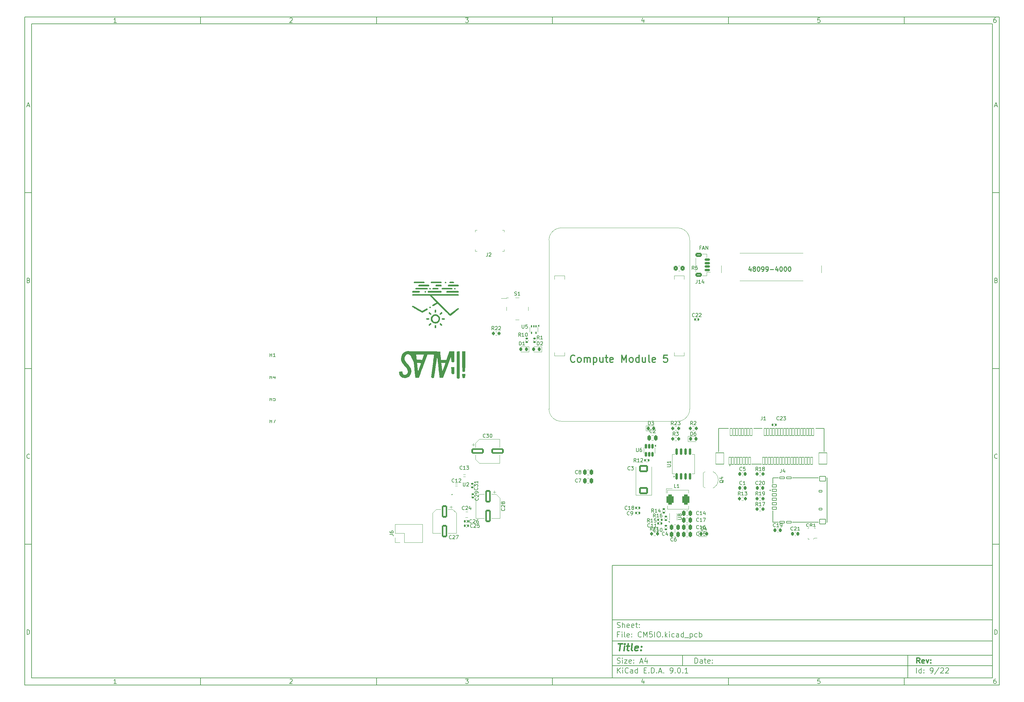
<source format=gto>
G04 #@! TF.GenerationSoftware,KiCad,Pcbnew,9.0.1*
G04 #@! TF.CreationDate,2025-04-26T19:09:57-05:00*
G04 #@! TF.ProjectId,CM5IO,434d3549-4f2e-46b6-9963-61645f706362,rev?*
G04 #@! TF.SameCoordinates,Original*
G04 #@! TF.FileFunction,Legend,Top*
G04 #@! TF.FilePolarity,Positive*
%FSLAX46Y46*%
G04 Gerber Fmt 4.6, Leading zero omitted, Abs format (unit mm)*
G04 Created by KiCad (PCBNEW 9.0.1) date 2025-04-26 19:09:57*
%MOMM*%
%LPD*%
G01*
G04 APERTURE LIST*
G04 Aperture macros list*
%AMRoundRect*
0 Rectangle with rounded corners*
0 $1 Rounding radius*
0 $2 $3 $4 $5 $6 $7 $8 $9 X,Y pos of 4 corners*
0 Add a 4 corners polygon primitive as box body*
4,1,4,$2,$3,$4,$5,$6,$7,$8,$9,$2,$3,0*
0 Add four circle primitives for the rounded corners*
1,1,$1+$1,$2,$3*
1,1,$1+$1,$4,$5*
1,1,$1+$1,$6,$7*
1,1,$1+$1,$8,$9*
0 Add four rect primitives between the rounded corners*
20,1,$1+$1,$2,$3,$4,$5,0*
20,1,$1+$1,$4,$5,$6,$7,0*
20,1,$1+$1,$6,$7,$8,$9,0*
20,1,$1+$1,$8,$9,$2,$3,0*%
G04 Aperture macros list end*
%ADD10C,0.100000*%
%ADD11C,0.150000*%
%ADD12C,0.300000*%
%ADD13C,0.400000*%
%ADD14C,0.254000*%
%ADD15C,0.152400*%
%ADD16C,0.200000*%
%ADD17C,0.120000*%
%ADD18C,0.000000*%
%ADD19C,0.127000*%
%ADD20C,0.010000*%
%ADD21C,1.150000*%
%ADD22C,1.650000*%
%ADD23R,4.800000X3.000000*%
%ADD24RoundRect,0.076200X-1.150000X-1.600000X1.150000X-1.600000X1.150000X1.600000X-1.150000X1.600000X0*%
%ADD25RoundRect,0.076200X-0.300000X-1.000000X0.300000X-1.000000X0.300000X1.000000X-0.300000X1.000000X0*%
%ADD26C,1.100000*%
%ADD27C,1.600000*%
%ADD28RoundRect,0.135000X0.185000X-0.135000X0.185000X0.135000X-0.185000X0.135000X-0.185000X-0.135000X0*%
%ADD29RoundRect,0.218750X0.218750X0.256250X-0.218750X0.256250X-0.218750X-0.256250X0.218750X-0.256250X0*%
%ADD30RoundRect,0.100000X-0.100000X0.225000X-0.100000X-0.225000X0.100000X-0.225000X0.100000X0.225000X0*%
%ADD31C,5.300000*%
%ADD32RoundRect,0.250000X-0.350000X-0.450000X0.350000X-0.450000X0.350000X0.450000X-0.350000X0.450000X0*%
%ADD33R,0.300000X0.500000*%
%ADD34R,1.750000X1.050000*%
%ADD35RoundRect,0.140000X-0.140000X-0.170000X0.140000X-0.170000X0.140000X0.170000X-0.140000X0.170000X0*%
%ADD36RoundRect,0.250000X-0.250000X-0.475000X0.250000X-0.475000X0.250000X0.475000X-0.250000X0.475000X0*%
%ADD37RoundRect,0.250000X0.250000X0.475000X-0.250000X0.475000X-0.250000X-0.475000X0.250000X-0.475000X0*%
%ADD38RoundRect,0.250000X-1.500000X-0.550000X1.500000X-0.550000X1.500000X0.550000X-1.500000X0.550000X0*%
%ADD39RoundRect,0.200000X-0.200000X-0.275000X0.200000X-0.275000X0.200000X0.275000X-0.200000X0.275000X0*%
%ADD40C,2.100000*%
%ADD41R,0.600000X0.800000*%
%ADD42RoundRect,0.140000X-0.170000X0.140000X-0.170000X-0.140000X0.170000X-0.140000X0.170000X0.140000X0*%
%ADD43RoundRect,0.225000X-0.225000X-0.250000X0.225000X-0.250000X0.225000X0.250000X-0.225000X0.250000X0*%
%ADD44RoundRect,0.150000X0.625000X-0.150000X0.625000X0.150000X-0.625000X0.150000X-0.625000X-0.150000X0*%
%ADD45RoundRect,0.250000X0.650000X-0.350000X0.650000X0.350000X-0.650000X0.350000X-0.650000X-0.350000X0*%
%ADD46R,1.550000X1.300000*%
%ADD47RoundRect,0.250000X1.025000X-0.787500X1.025000X0.787500X-1.025000X0.787500X-1.025000X-0.787500X0*%
%ADD48RoundRect,0.150000X-0.150000X0.512500X-0.150000X-0.512500X0.150000X-0.512500X0.150000X0.512500X0*%
%ADD49RoundRect,0.500000X-0.500000X-0.900000X0.500000X-0.900000X0.500000X0.900000X-0.500000X0.900000X0*%
%ADD50RoundRect,0.140000X0.140000X0.170000X-0.140000X0.170000X-0.140000X-0.170000X0.140000X-0.170000X0*%
%ADD51RoundRect,0.218750X-0.218750X-0.256250X0.218750X-0.256250X0.218750X0.256250X-0.218750X0.256250X0*%
%ADD52RoundRect,0.150000X0.150000X-0.800000X0.150000X0.800000X-0.150000X0.800000X-0.150000X-0.800000X0*%
%ADD53R,1.200000X0.600000*%
%ADD54RoundRect,0.135000X-0.135000X-0.185000X0.135000X-0.185000X0.135000X0.185000X-0.135000X0.185000X0*%
%ADD55RoundRect,0.135000X0.135000X0.185000X-0.135000X0.185000X-0.135000X-0.185000X0.135000X-0.185000X0*%
%ADD56R,1.700000X1.700000*%
%ADD57O,1.700000X1.700000*%
%ADD58R,1.200000X1.200000*%
%ADD59RoundRect,0.250000X-0.550000X1.500000X-0.550000X-1.500000X0.550000X-1.500000X0.550000X1.500000X0*%
%ADD60R,1.500000X1.500000*%
%ADD61C,1.500000*%
%ADD62RoundRect,0.135000X-0.185000X0.135000X-0.185000X-0.135000X0.185000X-0.135000X0.185000X0.135000X0*%
%ADD63C,6.100000*%
%ADD64R,0.700000X0.200000*%
%ADD65RoundRect,0.076200X-0.575000X-0.325000X0.575000X-0.325000X0.575000X0.325000X-0.575000X0.325000X0*%
%ADD66RoundRect,0.076200X-0.650000X-0.225000X0.650000X-0.225000X0.650000X0.225000X-0.650000X0.225000X0*%
%ADD67RoundRect,0.076200X-0.850000X-0.700000X0.850000X-0.700000X0.850000X0.700000X-0.850000X0.700000X0*%
%ADD68RoundRect,0.076200X-0.400000X-0.270000X0.400000X-0.270000X0.400000X0.270000X-0.400000X0.270000X0*%
%ADD69C,1.270000*%
G04 APERTURE END LIST*
D10*
D11*
X177002200Y-166007200D02*
X285002200Y-166007200D01*
X285002200Y-198007200D01*
X177002200Y-198007200D01*
X177002200Y-166007200D01*
D10*
D11*
X10000000Y-10000000D02*
X287002200Y-10000000D01*
X287002200Y-200007200D01*
X10000000Y-200007200D01*
X10000000Y-10000000D01*
D10*
D11*
X12000000Y-12000000D02*
X285002200Y-12000000D01*
X285002200Y-198007200D01*
X12000000Y-198007200D01*
X12000000Y-12000000D01*
D10*
D11*
X60000000Y-12000000D02*
X60000000Y-10000000D01*
D10*
D11*
X110000000Y-12000000D02*
X110000000Y-10000000D01*
D10*
D11*
X160000000Y-12000000D02*
X160000000Y-10000000D01*
D10*
D11*
X210000000Y-12000000D02*
X210000000Y-10000000D01*
D10*
D11*
X260000000Y-12000000D02*
X260000000Y-10000000D01*
D10*
D11*
X36089160Y-11593604D02*
X35346303Y-11593604D01*
X35717731Y-11593604D02*
X35717731Y-10293604D01*
X35717731Y-10293604D02*
X35593922Y-10479319D01*
X35593922Y-10479319D02*
X35470112Y-10603128D01*
X35470112Y-10603128D02*
X35346303Y-10665033D01*
D10*
D11*
X85346303Y-10417414D02*
X85408207Y-10355509D01*
X85408207Y-10355509D02*
X85532017Y-10293604D01*
X85532017Y-10293604D02*
X85841541Y-10293604D01*
X85841541Y-10293604D02*
X85965350Y-10355509D01*
X85965350Y-10355509D02*
X86027255Y-10417414D01*
X86027255Y-10417414D02*
X86089160Y-10541223D01*
X86089160Y-10541223D02*
X86089160Y-10665033D01*
X86089160Y-10665033D02*
X86027255Y-10850747D01*
X86027255Y-10850747D02*
X85284398Y-11593604D01*
X85284398Y-11593604D02*
X86089160Y-11593604D01*
D10*
D11*
X135284398Y-10293604D02*
X136089160Y-10293604D01*
X136089160Y-10293604D02*
X135655826Y-10788842D01*
X135655826Y-10788842D02*
X135841541Y-10788842D01*
X135841541Y-10788842D02*
X135965350Y-10850747D01*
X135965350Y-10850747D02*
X136027255Y-10912652D01*
X136027255Y-10912652D02*
X136089160Y-11036461D01*
X136089160Y-11036461D02*
X136089160Y-11345985D01*
X136089160Y-11345985D02*
X136027255Y-11469795D01*
X136027255Y-11469795D02*
X135965350Y-11531700D01*
X135965350Y-11531700D02*
X135841541Y-11593604D01*
X135841541Y-11593604D02*
X135470112Y-11593604D01*
X135470112Y-11593604D02*
X135346303Y-11531700D01*
X135346303Y-11531700D02*
X135284398Y-11469795D01*
D10*
D11*
X185965350Y-10726938D02*
X185965350Y-11593604D01*
X185655826Y-10231700D02*
X185346303Y-11160271D01*
X185346303Y-11160271D02*
X186151064Y-11160271D01*
D10*
D11*
X236027255Y-10293604D02*
X235408207Y-10293604D01*
X235408207Y-10293604D02*
X235346303Y-10912652D01*
X235346303Y-10912652D02*
X235408207Y-10850747D01*
X235408207Y-10850747D02*
X235532017Y-10788842D01*
X235532017Y-10788842D02*
X235841541Y-10788842D01*
X235841541Y-10788842D02*
X235965350Y-10850747D01*
X235965350Y-10850747D02*
X236027255Y-10912652D01*
X236027255Y-10912652D02*
X236089160Y-11036461D01*
X236089160Y-11036461D02*
X236089160Y-11345985D01*
X236089160Y-11345985D02*
X236027255Y-11469795D01*
X236027255Y-11469795D02*
X235965350Y-11531700D01*
X235965350Y-11531700D02*
X235841541Y-11593604D01*
X235841541Y-11593604D02*
X235532017Y-11593604D01*
X235532017Y-11593604D02*
X235408207Y-11531700D01*
X235408207Y-11531700D02*
X235346303Y-11469795D01*
D10*
D11*
X285965350Y-10293604D02*
X285717731Y-10293604D01*
X285717731Y-10293604D02*
X285593922Y-10355509D01*
X285593922Y-10355509D02*
X285532017Y-10417414D01*
X285532017Y-10417414D02*
X285408207Y-10603128D01*
X285408207Y-10603128D02*
X285346303Y-10850747D01*
X285346303Y-10850747D02*
X285346303Y-11345985D01*
X285346303Y-11345985D02*
X285408207Y-11469795D01*
X285408207Y-11469795D02*
X285470112Y-11531700D01*
X285470112Y-11531700D02*
X285593922Y-11593604D01*
X285593922Y-11593604D02*
X285841541Y-11593604D01*
X285841541Y-11593604D02*
X285965350Y-11531700D01*
X285965350Y-11531700D02*
X286027255Y-11469795D01*
X286027255Y-11469795D02*
X286089160Y-11345985D01*
X286089160Y-11345985D02*
X286089160Y-11036461D01*
X286089160Y-11036461D02*
X286027255Y-10912652D01*
X286027255Y-10912652D02*
X285965350Y-10850747D01*
X285965350Y-10850747D02*
X285841541Y-10788842D01*
X285841541Y-10788842D02*
X285593922Y-10788842D01*
X285593922Y-10788842D02*
X285470112Y-10850747D01*
X285470112Y-10850747D02*
X285408207Y-10912652D01*
X285408207Y-10912652D02*
X285346303Y-11036461D01*
D10*
D11*
X60000000Y-198007200D02*
X60000000Y-200007200D01*
D10*
D11*
X110000000Y-198007200D02*
X110000000Y-200007200D01*
D10*
D11*
X160000000Y-198007200D02*
X160000000Y-200007200D01*
D10*
D11*
X210000000Y-198007200D02*
X210000000Y-200007200D01*
D10*
D11*
X260000000Y-198007200D02*
X260000000Y-200007200D01*
D10*
D11*
X36089160Y-199600804D02*
X35346303Y-199600804D01*
X35717731Y-199600804D02*
X35717731Y-198300804D01*
X35717731Y-198300804D02*
X35593922Y-198486519D01*
X35593922Y-198486519D02*
X35470112Y-198610328D01*
X35470112Y-198610328D02*
X35346303Y-198672233D01*
D10*
D11*
X85346303Y-198424614D02*
X85408207Y-198362709D01*
X85408207Y-198362709D02*
X85532017Y-198300804D01*
X85532017Y-198300804D02*
X85841541Y-198300804D01*
X85841541Y-198300804D02*
X85965350Y-198362709D01*
X85965350Y-198362709D02*
X86027255Y-198424614D01*
X86027255Y-198424614D02*
X86089160Y-198548423D01*
X86089160Y-198548423D02*
X86089160Y-198672233D01*
X86089160Y-198672233D02*
X86027255Y-198857947D01*
X86027255Y-198857947D02*
X85284398Y-199600804D01*
X85284398Y-199600804D02*
X86089160Y-199600804D01*
D10*
D11*
X135284398Y-198300804D02*
X136089160Y-198300804D01*
X136089160Y-198300804D02*
X135655826Y-198796042D01*
X135655826Y-198796042D02*
X135841541Y-198796042D01*
X135841541Y-198796042D02*
X135965350Y-198857947D01*
X135965350Y-198857947D02*
X136027255Y-198919852D01*
X136027255Y-198919852D02*
X136089160Y-199043661D01*
X136089160Y-199043661D02*
X136089160Y-199353185D01*
X136089160Y-199353185D02*
X136027255Y-199476995D01*
X136027255Y-199476995D02*
X135965350Y-199538900D01*
X135965350Y-199538900D02*
X135841541Y-199600804D01*
X135841541Y-199600804D02*
X135470112Y-199600804D01*
X135470112Y-199600804D02*
X135346303Y-199538900D01*
X135346303Y-199538900D02*
X135284398Y-199476995D01*
D10*
D11*
X185965350Y-198734138D02*
X185965350Y-199600804D01*
X185655826Y-198238900D02*
X185346303Y-199167471D01*
X185346303Y-199167471D02*
X186151064Y-199167471D01*
D10*
D11*
X236027255Y-198300804D02*
X235408207Y-198300804D01*
X235408207Y-198300804D02*
X235346303Y-198919852D01*
X235346303Y-198919852D02*
X235408207Y-198857947D01*
X235408207Y-198857947D02*
X235532017Y-198796042D01*
X235532017Y-198796042D02*
X235841541Y-198796042D01*
X235841541Y-198796042D02*
X235965350Y-198857947D01*
X235965350Y-198857947D02*
X236027255Y-198919852D01*
X236027255Y-198919852D02*
X236089160Y-199043661D01*
X236089160Y-199043661D02*
X236089160Y-199353185D01*
X236089160Y-199353185D02*
X236027255Y-199476995D01*
X236027255Y-199476995D02*
X235965350Y-199538900D01*
X235965350Y-199538900D02*
X235841541Y-199600804D01*
X235841541Y-199600804D02*
X235532017Y-199600804D01*
X235532017Y-199600804D02*
X235408207Y-199538900D01*
X235408207Y-199538900D02*
X235346303Y-199476995D01*
D10*
D11*
X285965350Y-198300804D02*
X285717731Y-198300804D01*
X285717731Y-198300804D02*
X285593922Y-198362709D01*
X285593922Y-198362709D02*
X285532017Y-198424614D01*
X285532017Y-198424614D02*
X285408207Y-198610328D01*
X285408207Y-198610328D02*
X285346303Y-198857947D01*
X285346303Y-198857947D02*
X285346303Y-199353185D01*
X285346303Y-199353185D02*
X285408207Y-199476995D01*
X285408207Y-199476995D02*
X285470112Y-199538900D01*
X285470112Y-199538900D02*
X285593922Y-199600804D01*
X285593922Y-199600804D02*
X285841541Y-199600804D01*
X285841541Y-199600804D02*
X285965350Y-199538900D01*
X285965350Y-199538900D02*
X286027255Y-199476995D01*
X286027255Y-199476995D02*
X286089160Y-199353185D01*
X286089160Y-199353185D02*
X286089160Y-199043661D01*
X286089160Y-199043661D02*
X286027255Y-198919852D01*
X286027255Y-198919852D02*
X285965350Y-198857947D01*
X285965350Y-198857947D02*
X285841541Y-198796042D01*
X285841541Y-198796042D02*
X285593922Y-198796042D01*
X285593922Y-198796042D02*
X285470112Y-198857947D01*
X285470112Y-198857947D02*
X285408207Y-198919852D01*
X285408207Y-198919852D02*
X285346303Y-199043661D01*
D10*
D11*
X10000000Y-60000000D02*
X12000000Y-60000000D01*
D10*
D11*
X10000000Y-110000000D02*
X12000000Y-110000000D01*
D10*
D11*
X10000000Y-160000000D02*
X12000000Y-160000000D01*
D10*
D11*
X10690476Y-35222176D02*
X11309523Y-35222176D01*
X10566666Y-35593604D02*
X10999999Y-34293604D01*
X10999999Y-34293604D02*
X11433333Y-35593604D01*
D10*
D11*
X11092857Y-84912652D02*
X11278571Y-84974557D01*
X11278571Y-84974557D02*
X11340476Y-85036461D01*
X11340476Y-85036461D02*
X11402380Y-85160271D01*
X11402380Y-85160271D02*
X11402380Y-85345985D01*
X11402380Y-85345985D02*
X11340476Y-85469795D01*
X11340476Y-85469795D02*
X11278571Y-85531700D01*
X11278571Y-85531700D02*
X11154761Y-85593604D01*
X11154761Y-85593604D02*
X10659523Y-85593604D01*
X10659523Y-85593604D02*
X10659523Y-84293604D01*
X10659523Y-84293604D02*
X11092857Y-84293604D01*
X11092857Y-84293604D02*
X11216666Y-84355509D01*
X11216666Y-84355509D02*
X11278571Y-84417414D01*
X11278571Y-84417414D02*
X11340476Y-84541223D01*
X11340476Y-84541223D02*
X11340476Y-84665033D01*
X11340476Y-84665033D02*
X11278571Y-84788842D01*
X11278571Y-84788842D02*
X11216666Y-84850747D01*
X11216666Y-84850747D02*
X11092857Y-84912652D01*
X11092857Y-84912652D02*
X10659523Y-84912652D01*
D10*
D11*
X11402380Y-135469795D02*
X11340476Y-135531700D01*
X11340476Y-135531700D02*
X11154761Y-135593604D01*
X11154761Y-135593604D02*
X11030952Y-135593604D01*
X11030952Y-135593604D02*
X10845238Y-135531700D01*
X10845238Y-135531700D02*
X10721428Y-135407890D01*
X10721428Y-135407890D02*
X10659523Y-135284080D01*
X10659523Y-135284080D02*
X10597619Y-135036461D01*
X10597619Y-135036461D02*
X10597619Y-134850747D01*
X10597619Y-134850747D02*
X10659523Y-134603128D01*
X10659523Y-134603128D02*
X10721428Y-134479319D01*
X10721428Y-134479319D02*
X10845238Y-134355509D01*
X10845238Y-134355509D02*
X11030952Y-134293604D01*
X11030952Y-134293604D02*
X11154761Y-134293604D01*
X11154761Y-134293604D02*
X11340476Y-134355509D01*
X11340476Y-134355509D02*
X11402380Y-134417414D01*
D10*
D11*
X10659523Y-185593604D02*
X10659523Y-184293604D01*
X10659523Y-184293604D02*
X10969047Y-184293604D01*
X10969047Y-184293604D02*
X11154761Y-184355509D01*
X11154761Y-184355509D02*
X11278571Y-184479319D01*
X11278571Y-184479319D02*
X11340476Y-184603128D01*
X11340476Y-184603128D02*
X11402380Y-184850747D01*
X11402380Y-184850747D02*
X11402380Y-185036461D01*
X11402380Y-185036461D02*
X11340476Y-185284080D01*
X11340476Y-185284080D02*
X11278571Y-185407890D01*
X11278571Y-185407890D02*
X11154761Y-185531700D01*
X11154761Y-185531700D02*
X10969047Y-185593604D01*
X10969047Y-185593604D02*
X10659523Y-185593604D01*
D10*
D11*
X287002200Y-60000000D02*
X285002200Y-60000000D01*
D10*
D11*
X287002200Y-110000000D02*
X285002200Y-110000000D01*
D10*
D11*
X287002200Y-160000000D02*
X285002200Y-160000000D01*
D10*
D11*
X285692676Y-35222176D02*
X286311723Y-35222176D01*
X285568866Y-35593604D02*
X286002199Y-34293604D01*
X286002199Y-34293604D02*
X286435533Y-35593604D01*
D10*
D11*
X286095057Y-84912652D02*
X286280771Y-84974557D01*
X286280771Y-84974557D02*
X286342676Y-85036461D01*
X286342676Y-85036461D02*
X286404580Y-85160271D01*
X286404580Y-85160271D02*
X286404580Y-85345985D01*
X286404580Y-85345985D02*
X286342676Y-85469795D01*
X286342676Y-85469795D02*
X286280771Y-85531700D01*
X286280771Y-85531700D02*
X286156961Y-85593604D01*
X286156961Y-85593604D02*
X285661723Y-85593604D01*
X285661723Y-85593604D02*
X285661723Y-84293604D01*
X285661723Y-84293604D02*
X286095057Y-84293604D01*
X286095057Y-84293604D02*
X286218866Y-84355509D01*
X286218866Y-84355509D02*
X286280771Y-84417414D01*
X286280771Y-84417414D02*
X286342676Y-84541223D01*
X286342676Y-84541223D02*
X286342676Y-84665033D01*
X286342676Y-84665033D02*
X286280771Y-84788842D01*
X286280771Y-84788842D02*
X286218866Y-84850747D01*
X286218866Y-84850747D02*
X286095057Y-84912652D01*
X286095057Y-84912652D02*
X285661723Y-84912652D01*
D10*
D11*
X286404580Y-135469795D02*
X286342676Y-135531700D01*
X286342676Y-135531700D02*
X286156961Y-135593604D01*
X286156961Y-135593604D02*
X286033152Y-135593604D01*
X286033152Y-135593604D02*
X285847438Y-135531700D01*
X285847438Y-135531700D02*
X285723628Y-135407890D01*
X285723628Y-135407890D02*
X285661723Y-135284080D01*
X285661723Y-135284080D02*
X285599819Y-135036461D01*
X285599819Y-135036461D02*
X285599819Y-134850747D01*
X285599819Y-134850747D02*
X285661723Y-134603128D01*
X285661723Y-134603128D02*
X285723628Y-134479319D01*
X285723628Y-134479319D02*
X285847438Y-134355509D01*
X285847438Y-134355509D02*
X286033152Y-134293604D01*
X286033152Y-134293604D02*
X286156961Y-134293604D01*
X286156961Y-134293604D02*
X286342676Y-134355509D01*
X286342676Y-134355509D02*
X286404580Y-134417414D01*
D10*
D11*
X285661723Y-185593604D02*
X285661723Y-184293604D01*
X285661723Y-184293604D02*
X285971247Y-184293604D01*
X285971247Y-184293604D02*
X286156961Y-184355509D01*
X286156961Y-184355509D02*
X286280771Y-184479319D01*
X286280771Y-184479319D02*
X286342676Y-184603128D01*
X286342676Y-184603128D02*
X286404580Y-184850747D01*
X286404580Y-184850747D02*
X286404580Y-185036461D01*
X286404580Y-185036461D02*
X286342676Y-185284080D01*
X286342676Y-185284080D02*
X286280771Y-185407890D01*
X286280771Y-185407890D02*
X286156961Y-185531700D01*
X286156961Y-185531700D02*
X285971247Y-185593604D01*
X285971247Y-185593604D02*
X285661723Y-185593604D01*
D10*
D11*
X200458026Y-193793328D02*
X200458026Y-192293328D01*
X200458026Y-192293328D02*
X200815169Y-192293328D01*
X200815169Y-192293328D02*
X201029455Y-192364757D01*
X201029455Y-192364757D02*
X201172312Y-192507614D01*
X201172312Y-192507614D02*
X201243741Y-192650471D01*
X201243741Y-192650471D02*
X201315169Y-192936185D01*
X201315169Y-192936185D02*
X201315169Y-193150471D01*
X201315169Y-193150471D02*
X201243741Y-193436185D01*
X201243741Y-193436185D02*
X201172312Y-193579042D01*
X201172312Y-193579042D02*
X201029455Y-193721900D01*
X201029455Y-193721900D02*
X200815169Y-193793328D01*
X200815169Y-193793328D02*
X200458026Y-193793328D01*
X202600884Y-193793328D02*
X202600884Y-193007614D01*
X202600884Y-193007614D02*
X202529455Y-192864757D01*
X202529455Y-192864757D02*
X202386598Y-192793328D01*
X202386598Y-192793328D02*
X202100884Y-192793328D01*
X202100884Y-192793328D02*
X201958026Y-192864757D01*
X202600884Y-193721900D02*
X202458026Y-193793328D01*
X202458026Y-193793328D02*
X202100884Y-193793328D01*
X202100884Y-193793328D02*
X201958026Y-193721900D01*
X201958026Y-193721900D02*
X201886598Y-193579042D01*
X201886598Y-193579042D02*
X201886598Y-193436185D01*
X201886598Y-193436185D02*
X201958026Y-193293328D01*
X201958026Y-193293328D02*
X202100884Y-193221900D01*
X202100884Y-193221900D02*
X202458026Y-193221900D01*
X202458026Y-193221900D02*
X202600884Y-193150471D01*
X203100884Y-192793328D02*
X203672312Y-192793328D01*
X203315169Y-192293328D02*
X203315169Y-193579042D01*
X203315169Y-193579042D02*
X203386598Y-193721900D01*
X203386598Y-193721900D02*
X203529455Y-193793328D01*
X203529455Y-193793328D02*
X203672312Y-193793328D01*
X204743741Y-193721900D02*
X204600884Y-193793328D01*
X204600884Y-193793328D02*
X204315170Y-193793328D01*
X204315170Y-193793328D02*
X204172312Y-193721900D01*
X204172312Y-193721900D02*
X204100884Y-193579042D01*
X204100884Y-193579042D02*
X204100884Y-193007614D01*
X204100884Y-193007614D02*
X204172312Y-192864757D01*
X204172312Y-192864757D02*
X204315170Y-192793328D01*
X204315170Y-192793328D02*
X204600884Y-192793328D01*
X204600884Y-192793328D02*
X204743741Y-192864757D01*
X204743741Y-192864757D02*
X204815170Y-193007614D01*
X204815170Y-193007614D02*
X204815170Y-193150471D01*
X204815170Y-193150471D02*
X204100884Y-193293328D01*
X205458026Y-193650471D02*
X205529455Y-193721900D01*
X205529455Y-193721900D02*
X205458026Y-193793328D01*
X205458026Y-193793328D02*
X205386598Y-193721900D01*
X205386598Y-193721900D02*
X205458026Y-193650471D01*
X205458026Y-193650471D02*
X205458026Y-193793328D01*
X205458026Y-192864757D02*
X205529455Y-192936185D01*
X205529455Y-192936185D02*
X205458026Y-193007614D01*
X205458026Y-193007614D02*
X205386598Y-192936185D01*
X205386598Y-192936185D02*
X205458026Y-192864757D01*
X205458026Y-192864757D02*
X205458026Y-193007614D01*
D10*
D11*
X177002200Y-194507200D02*
X285002200Y-194507200D01*
D10*
D11*
X178458026Y-196593328D02*
X178458026Y-195093328D01*
X179315169Y-196593328D02*
X178672312Y-195736185D01*
X179315169Y-195093328D02*
X178458026Y-195950471D01*
X179958026Y-196593328D02*
X179958026Y-195593328D01*
X179958026Y-195093328D02*
X179886598Y-195164757D01*
X179886598Y-195164757D02*
X179958026Y-195236185D01*
X179958026Y-195236185D02*
X180029455Y-195164757D01*
X180029455Y-195164757D02*
X179958026Y-195093328D01*
X179958026Y-195093328D02*
X179958026Y-195236185D01*
X181529455Y-196450471D02*
X181458027Y-196521900D01*
X181458027Y-196521900D02*
X181243741Y-196593328D01*
X181243741Y-196593328D02*
X181100884Y-196593328D01*
X181100884Y-196593328D02*
X180886598Y-196521900D01*
X180886598Y-196521900D02*
X180743741Y-196379042D01*
X180743741Y-196379042D02*
X180672312Y-196236185D01*
X180672312Y-196236185D02*
X180600884Y-195950471D01*
X180600884Y-195950471D02*
X180600884Y-195736185D01*
X180600884Y-195736185D02*
X180672312Y-195450471D01*
X180672312Y-195450471D02*
X180743741Y-195307614D01*
X180743741Y-195307614D02*
X180886598Y-195164757D01*
X180886598Y-195164757D02*
X181100884Y-195093328D01*
X181100884Y-195093328D02*
X181243741Y-195093328D01*
X181243741Y-195093328D02*
X181458027Y-195164757D01*
X181458027Y-195164757D02*
X181529455Y-195236185D01*
X182815170Y-196593328D02*
X182815170Y-195807614D01*
X182815170Y-195807614D02*
X182743741Y-195664757D01*
X182743741Y-195664757D02*
X182600884Y-195593328D01*
X182600884Y-195593328D02*
X182315170Y-195593328D01*
X182315170Y-195593328D02*
X182172312Y-195664757D01*
X182815170Y-196521900D02*
X182672312Y-196593328D01*
X182672312Y-196593328D02*
X182315170Y-196593328D01*
X182315170Y-196593328D02*
X182172312Y-196521900D01*
X182172312Y-196521900D02*
X182100884Y-196379042D01*
X182100884Y-196379042D02*
X182100884Y-196236185D01*
X182100884Y-196236185D02*
X182172312Y-196093328D01*
X182172312Y-196093328D02*
X182315170Y-196021900D01*
X182315170Y-196021900D02*
X182672312Y-196021900D01*
X182672312Y-196021900D02*
X182815170Y-195950471D01*
X184172313Y-196593328D02*
X184172313Y-195093328D01*
X184172313Y-196521900D02*
X184029455Y-196593328D01*
X184029455Y-196593328D02*
X183743741Y-196593328D01*
X183743741Y-196593328D02*
X183600884Y-196521900D01*
X183600884Y-196521900D02*
X183529455Y-196450471D01*
X183529455Y-196450471D02*
X183458027Y-196307614D01*
X183458027Y-196307614D02*
X183458027Y-195879042D01*
X183458027Y-195879042D02*
X183529455Y-195736185D01*
X183529455Y-195736185D02*
X183600884Y-195664757D01*
X183600884Y-195664757D02*
X183743741Y-195593328D01*
X183743741Y-195593328D02*
X184029455Y-195593328D01*
X184029455Y-195593328D02*
X184172313Y-195664757D01*
X186029455Y-195807614D02*
X186529455Y-195807614D01*
X186743741Y-196593328D02*
X186029455Y-196593328D01*
X186029455Y-196593328D02*
X186029455Y-195093328D01*
X186029455Y-195093328D02*
X186743741Y-195093328D01*
X187386598Y-196450471D02*
X187458027Y-196521900D01*
X187458027Y-196521900D02*
X187386598Y-196593328D01*
X187386598Y-196593328D02*
X187315170Y-196521900D01*
X187315170Y-196521900D02*
X187386598Y-196450471D01*
X187386598Y-196450471D02*
X187386598Y-196593328D01*
X188100884Y-196593328D02*
X188100884Y-195093328D01*
X188100884Y-195093328D02*
X188458027Y-195093328D01*
X188458027Y-195093328D02*
X188672313Y-195164757D01*
X188672313Y-195164757D02*
X188815170Y-195307614D01*
X188815170Y-195307614D02*
X188886599Y-195450471D01*
X188886599Y-195450471D02*
X188958027Y-195736185D01*
X188958027Y-195736185D02*
X188958027Y-195950471D01*
X188958027Y-195950471D02*
X188886599Y-196236185D01*
X188886599Y-196236185D02*
X188815170Y-196379042D01*
X188815170Y-196379042D02*
X188672313Y-196521900D01*
X188672313Y-196521900D02*
X188458027Y-196593328D01*
X188458027Y-196593328D02*
X188100884Y-196593328D01*
X189600884Y-196450471D02*
X189672313Y-196521900D01*
X189672313Y-196521900D02*
X189600884Y-196593328D01*
X189600884Y-196593328D02*
X189529456Y-196521900D01*
X189529456Y-196521900D02*
X189600884Y-196450471D01*
X189600884Y-196450471D02*
X189600884Y-196593328D01*
X190243742Y-196164757D02*
X190958028Y-196164757D01*
X190100885Y-196593328D02*
X190600885Y-195093328D01*
X190600885Y-195093328D02*
X191100885Y-196593328D01*
X191600884Y-196450471D02*
X191672313Y-196521900D01*
X191672313Y-196521900D02*
X191600884Y-196593328D01*
X191600884Y-196593328D02*
X191529456Y-196521900D01*
X191529456Y-196521900D02*
X191600884Y-196450471D01*
X191600884Y-196450471D02*
X191600884Y-196593328D01*
X193529456Y-196593328D02*
X193815170Y-196593328D01*
X193815170Y-196593328D02*
X193958027Y-196521900D01*
X193958027Y-196521900D02*
X194029456Y-196450471D01*
X194029456Y-196450471D02*
X194172313Y-196236185D01*
X194172313Y-196236185D02*
X194243742Y-195950471D01*
X194243742Y-195950471D02*
X194243742Y-195379042D01*
X194243742Y-195379042D02*
X194172313Y-195236185D01*
X194172313Y-195236185D02*
X194100885Y-195164757D01*
X194100885Y-195164757D02*
X193958027Y-195093328D01*
X193958027Y-195093328D02*
X193672313Y-195093328D01*
X193672313Y-195093328D02*
X193529456Y-195164757D01*
X193529456Y-195164757D02*
X193458027Y-195236185D01*
X193458027Y-195236185D02*
X193386599Y-195379042D01*
X193386599Y-195379042D02*
X193386599Y-195736185D01*
X193386599Y-195736185D02*
X193458027Y-195879042D01*
X193458027Y-195879042D02*
X193529456Y-195950471D01*
X193529456Y-195950471D02*
X193672313Y-196021900D01*
X193672313Y-196021900D02*
X193958027Y-196021900D01*
X193958027Y-196021900D02*
X194100885Y-195950471D01*
X194100885Y-195950471D02*
X194172313Y-195879042D01*
X194172313Y-195879042D02*
X194243742Y-195736185D01*
X194886598Y-196450471D02*
X194958027Y-196521900D01*
X194958027Y-196521900D02*
X194886598Y-196593328D01*
X194886598Y-196593328D02*
X194815170Y-196521900D01*
X194815170Y-196521900D02*
X194886598Y-196450471D01*
X194886598Y-196450471D02*
X194886598Y-196593328D01*
X195886599Y-195093328D02*
X196029456Y-195093328D01*
X196029456Y-195093328D02*
X196172313Y-195164757D01*
X196172313Y-195164757D02*
X196243742Y-195236185D01*
X196243742Y-195236185D02*
X196315170Y-195379042D01*
X196315170Y-195379042D02*
X196386599Y-195664757D01*
X196386599Y-195664757D02*
X196386599Y-196021900D01*
X196386599Y-196021900D02*
X196315170Y-196307614D01*
X196315170Y-196307614D02*
X196243742Y-196450471D01*
X196243742Y-196450471D02*
X196172313Y-196521900D01*
X196172313Y-196521900D02*
X196029456Y-196593328D01*
X196029456Y-196593328D02*
X195886599Y-196593328D01*
X195886599Y-196593328D02*
X195743742Y-196521900D01*
X195743742Y-196521900D02*
X195672313Y-196450471D01*
X195672313Y-196450471D02*
X195600884Y-196307614D01*
X195600884Y-196307614D02*
X195529456Y-196021900D01*
X195529456Y-196021900D02*
X195529456Y-195664757D01*
X195529456Y-195664757D02*
X195600884Y-195379042D01*
X195600884Y-195379042D02*
X195672313Y-195236185D01*
X195672313Y-195236185D02*
X195743742Y-195164757D01*
X195743742Y-195164757D02*
X195886599Y-195093328D01*
X197029455Y-196450471D02*
X197100884Y-196521900D01*
X197100884Y-196521900D02*
X197029455Y-196593328D01*
X197029455Y-196593328D02*
X196958027Y-196521900D01*
X196958027Y-196521900D02*
X197029455Y-196450471D01*
X197029455Y-196450471D02*
X197029455Y-196593328D01*
X198529456Y-196593328D02*
X197672313Y-196593328D01*
X198100884Y-196593328D02*
X198100884Y-195093328D01*
X198100884Y-195093328D02*
X197958027Y-195307614D01*
X197958027Y-195307614D02*
X197815170Y-195450471D01*
X197815170Y-195450471D02*
X197672313Y-195521900D01*
D10*
D11*
X177002200Y-191507200D02*
X285002200Y-191507200D01*
D10*
D12*
X264413853Y-193785528D02*
X263913853Y-193071242D01*
X263556710Y-193785528D02*
X263556710Y-192285528D01*
X263556710Y-192285528D02*
X264128139Y-192285528D01*
X264128139Y-192285528D02*
X264270996Y-192356957D01*
X264270996Y-192356957D02*
X264342425Y-192428385D01*
X264342425Y-192428385D02*
X264413853Y-192571242D01*
X264413853Y-192571242D02*
X264413853Y-192785528D01*
X264413853Y-192785528D02*
X264342425Y-192928385D01*
X264342425Y-192928385D02*
X264270996Y-192999814D01*
X264270996Y-192999814D02*
X264128139Y-193071242D01*
X264128139Y-193071242D02*
X263556710Y-193071242D01*
X265628139Y-193714100D02*
X265485282Y-193785528D01*
X265485282Y-193785528D02*
X265199568Y-193785528D01*
X265199568Y-193785528D02*
X265056710Y-193714100D01*
X265056710Y-193714100D02*
X264985282Y-193571242D01*
X264985282Y-193571242D02*
X264985282Y-192999814D01*
X264985282Y-192999814D02*
X265056710Y-192856957D01*
X265056710Y-192856957D02*
X265199568Y-192785528D01*
X265199568Y-192785528D02*
X265485282Y-192785528D01*
X265485282Y-192785528D02*
X265628139Y-192856957D01*
X265628139Y-192856957D02*
X265699568Y-192999814D01*
X265699568Y-192999814D02*
X265699568Y-193142671D01*
X265699568Y-193142671D02*
X264985282Y-193285528D01*
X266199567Y-192785528D02*
X266556710Y-193785528D01*
X266556710Y-193785528D02*
X266913853Y-192785528D01*
X267485281Y-193642671D02*
X267556710Y-193714100D01*
X267556710Y-193714100D02*
X267485281Y-193785528D01*
X267485281Y-193785528D02*
X267413853Y-193714100D01*
X267413853Y-193714100D02*
X267485281Y-193642671D01*
X267485281Y-193642671D02*
X267485281Y-193785528D01*
X267485281Y-192856957D02*
X267556710Y-192928385D01*
X267556710Y-192928385D02*
X267485281Y-192999814D01*
X267485281Y-192999814D02*
X267413853Y-192928385D01*
X267413853Y-192928385D02*
X267485281Y-192856957D01*
X267485281Y-192856957D02*
X267485281Y-192999814D01*
D10*
D11*
X178386598Y-193721900D02*
X178600884Y-193793328D01*
X178600884Y-193793328D02*
X178958026Y-193793328D01*
X178958026Y-193793328D02*
X179100884Y-193721900D01*
X179100884Y-193721900D02*
X179172312Y-193650471D01*
X179172312Y-193650471D02*
X179243741Y-193507614D01*
X179243741Y-193507614D02*
X179243741Y-193364757D01*
X179243741Y-193364757D02*
X179172312Y-193221900D01*
X179172312Y-193221900D02*
X179100884Y-193150471D01*
X179100884Y-193150471D02*
X178958026Y-193079042D01*
X178958026Y-193079042D02*
X178672312Y-193007614D01*
X178672312Y-193007614D02*
X178529455Y-192936185D01*
X178529455Y-192936185D02*
X178458026Y-192864757D01*
X178458026Y-192864757D02*
X178386598Y-192721900D01*
X178386598Y-192721900D02*
X178386598Y-192579042D01*
X178386598Y-192579042D02*
X178458026Y-192436185D01*
X178458026Y-192436185D02*
X178529455Y-192364757D01*
X178529455Y-192364757D02*
X178672312Y-192293328D01*
X178672312Y-192293328D02*
X179029455Y-192293328D01*
X179029455Y-192293328D02*
X179243741Y-192364757D01*
X179886597Y-193793328D02*
X179886597Y-192793328D01*
X179886597Y-192293328D02*
X179815169Y-192364757D01*
X179815169Y-192364757D02*
X179886597Y-192436185D01*
X179886597Y-192436185D02*
X179958026Y-192364757D01*
X179958026Y-192364757D02*
X179886597Y-192293328D01*
X179886597Y-192293328D02*
X179886597Y-192436185D01*
X180458026Y-192793328D02*
X181243741Y-192793328D01*
X181243741Y-192793328D02*
X180458026Y-193793328D01*
X180458026Y-193793328D02*
X181243741Y-193793328D01*
X182386598Y-193721900D02*
X182243741Y-193793328D01*
X182243741Y-193793328D02*
X181958027Y-193793328D01*
X181958027Y-193793328D02*
X181815169Y-193721900D01*
X181815169Y-193721900D02*
X181743741Y-193579042D01*
X181743741Y-193579042D02*
X181743741Y-193007614D01*
X181743741Y-193007614D02*
X181815169Y-192864757D01*
X181815169Y-192864757D02*
X181958027Y-192793328D01*
X181958027Y-192793328D02*
X182243741Y-192793328D01*
X182243741Y-192793328D02*
X182386598Y-192864757D01*
X182386598Y-192864757D02*
X182458027Y-193007614D01*
X182458027Y-193007614D02*
X182458027Y-193150471D01*
X182458027Y-193150471D02*
X181743741Y-193293328D01*
X183100883Y-193650471D02*
X183172312Y-193721900D01*
X183172312Y-193721900D02*
X183100883Y-193793328D01*
X183100883Y-193793328D02*
X183029455Y-193721900D01*
X183029455Y-193721900D02*
X183100883Y-193650471D01*
X183100883Y-193650471D02*
X183100883Y-193793328D01*
X183100883Y-192864757D02*
X183172312Y-192936185D01*
X183172312Y-192936185D02*
X183100883Y-193007614D01*
X183100883Y-193007614D02*
X183029455Y-192936185D01*
X183029455Y-192936185D02*
X183100883Y-192864757D01*
X183100883Y-192864757D02*
X183100883Y-193007614D01*
X184886598Y-193364757D02*
X185600884Y-193364757D01*
X184743741Y-193793328D02*
X185243741Y-192293328D01*
X185243741Y-192293328D02*
X185743741Y-193793328D01*
X186886598Y-192793328D02*
X186886598Y-193793328D01*
X186529455Y-192221900D02*
X186172312Y-193293328D01*
X186172312Y-193293328D02*
X187100883Y-193293328D01*
D10*
D11*
X263458026Y-196593328D02*
X263458026Y-195093328D01*
X264815170Y-196593328D02*
X264815170Y-195093328D01*
X264815170Y-196521900D02*
X264672312Y-196593328D01*
X264672312Y-196593328D02*
X264386598Y-196593328D01*
X264386598Y-196593328D02*
X264243741Y-196521900D01*
X264243741Y-196521900D02*
X264172312Y-196450471D01*
X264172312Y-196450471D02*
X264100884Y-196307614D01*
X264100884Y-196307614D02*
X264100884Y-195879042D01*
X264100884Y-195879042D02*
X264172312Y-195736185D01*
X264172312Y-195736185D02*
X264243741Y-195664757D01*
X264243741Y-195664757D02*
X264386598Y-195593328D01*
X264386598Y-195593328D02*
X264672312Y-195593328D01*
X264672312Y-195593328D02*
X264815170Y-195664757D01*
X265529455Y-196450471D02*
X265600884Y-196521900D01*
X265600884Y-196521900D02*
X265529455Y-196593328D01*
X265529455Y-196593328D02*
X265458027Y-196521900D01*
X265458027Y-196521900D02*
X265529455Y-196450471D01*
X265529455Y-196450471D02*
X265529455Y-196593328D01*
X265529455Y-195664757D02*
X265600884Y-195736185D01*
X265600884Y-195736185D02*
X265529455Y-195807614D01*
X265529455Y-195807614D02*
X265458027Y-195736185D01*
X265458027Y-195736185D02*
X265529455Y-195664757D01*
X265529455Y-195664757D02*
X265529455Y-195807614D01*
X267458027Y-196593328D02*
X267743741Y-196593328D01*
X267743741Y-196593328D02*
X267886598Y-196521900D01*
X267886598Y-196521900D02*
X267958027Y-196450471D01*
X267958027Y-196450471D02*
X268100884Y-196236185D01*
X268100884Y-196236185D02*
X268172313Y-195950471D01*
X268172313Y-195950471D02*
X268172313Y-195379042D01*
X268172313Y-195379042D02*
X268100884Y-195236185D01*
X268100884Y-195236185D02*
X268029456Y-195164757D01*
X268029456Y-195164757D02*
X267886598Y-195093328D01*
X267886598Y-195093328D02*
X267600884Y-195093328D01*
X267600884Y-195093328D02*
X267458027Y-195164757D01*
X267458027Y-195164757D02*
X267386598Y-195236185D01*
X267386598Y-195236185D02*
X267315170Y-195379042D01*
X267315170Y-195379042D02*
X267315170Y-195736185D01*
X267315170Y-195736185D02*
X267386598Y-195879042D01*
X267386598Y-195879042D02*
X267458027Y-195950471D01*
X267458027Y-195950471D02*
X267600884Y-196021900D01*
X267600884Y-196021900D02*
X267886598Y-196021900D01*
X267886598Y-196021900D02*
X268029456Y-195950471D01*
X268029456Y-195950471D02*
X268100884Y-195879042D01*
X268100884Y-195879042D02*
X268172313Y-195736185D01*
X269886598Y-195021900D02*
X268600884Y-196950471D01*
X270315170Y-195236185D02*
X270386598Y-195164757D01*
X270386598Y-195164757D02*
X270529456Y-195093328D01*
X270529456Y-195093328D02*
X270886598Y-195093328D01*
X270886598Y-195093328D02*
X271029456Y-195164757D01*
X271029456Y-195164757D02*
X271100884Y-195236185D01*
X271100884Y-195236185D02*
X271172313Y-195379042D01*
X271172313Y-195379042D02*
X271172313Y-195521900D01*
X271172313Y-195521900D02*
X271100884Y-195736185D01*
X271100884Y-195736185D02*
X270243741Y-196593328D01*
X270243741Y-196593328D02*
X271172313Y-196593328D01*
X271743741Y-195236185D02*
X271815169Y-195164757D01*
X271815169Y-195164757D02*
X271958027Y-195093328D01*
X271958027Y-195093328D02*
X272315169Y-195093328D01*
X272315169Y-195093328D02*
X272458027Y-195164757D01*
X272458027Y-195164757D02*
X272529455Y-195236185D01*
X272529455Y-195236185D02*
X272600884Y-195379042D01*
X272600884Y-195379042D02*
X272600884Y-195521900D01*
X272600884Y-195521900D02*
X272529455Y-195736185D01*
X272529455Y-195736185D02*
X271672312Y-196593328D01*
X271672312Y-196593328D02*
X272600884Y-196593328D01*
D10*
D11*
X177002200Y-187507200D02*
X285002200Y-187507200D01*
D10*
D13*
X178693928Y-188211638D02*
X179836785Y-188211638D01*
X179015357Y-190211638D02*
X179265357Y-188211638D01*
X180253452Y-190211638D02*
X180420119Y-188878304D01*
X180503452Y-188211638D02*
X180396309Y-188306876D01*
X180396309Y-188306876D02*
X180479643Y-188402114D01*
X180479643Y-188402114D02*
X180586786Y-188306876D01*
X180586786Y-188306876D02*
X180503452Y-188211638D01*
X180503452Y-188211638D02*
X180479643Y-188402114D01*
X181086786Y-188878304D02*
X181848690Y-188878304D01*
X181455833Y-188211638D02*
X181241548Y-189925923D01*
X181241548Y-189925923D02*
X181312976Y-190116400D01*
X181312976Y-190116400D02*
X181491548Y-190211638D01*
X181491548Y-190211638D02*
X181682024Y-190211638D01*
X182634405Y-190211638D02*
X182455833Y-190116400D01*
X182455833Y-190116400D02*
X182384405Y-189925923D01*
X182384405Y-189925923D02*
X182598690Y-188211638D01*
X184170119Y-190116400D02*
X183967738Y-190211638D01*
X183967738Y-190211638D02*
X183586785Y-190211638D01*
X183586785Y-190211638D02*
X183408214Y-190116400D01*
X183408214Y-190116400D02*
X183336785Y-189925923D01*
X183336785Y-189925923D02*
X183432024Y-189164019D01*
X183432024Y-189164019D02*
X183551071Y-188973542D01*
X183551071Y-188973542D02*
X183753452Y-188878304D01*
X183753452Y-188878304D02*
X184134404Y-188878304D01*
X184134404Y-188878304D02*
X184312976Y-188973542D01*
X184312976Y-188973542D02*
X184384404Y-189164019D01*
X184384404Y-189164019D02*
X184360595Y-189354495D01*
X184360595Y-189354495D02*
X183384404Y-189544971D01*
X185134405Y-190021161D02*
X185217738Y-190116400D01*
X185217738Y-190116400D02*
X185110595Y-190211638D01*
X185110595Y-190211638D02*
X185027262Y-190116400D01*
X185027262Y-190116400D02*
X185134405Y-190021161D01*
X185134405Y-190021161D02*
X185110595Y-190211638D01*
X185265357Y-188973542D02*
X185348690Y-189068780D01*
X185348690Y-189068780D02*
X185241548Y-189164019D01*
X185241548Y-189164019D02*
X185158214Y-189068780D01*
X185158214Y-189068780D02*
X185265357Y-188973542D01*
X185265357Y-188973542D02*
X185241548Y-189164019D01*
D10*
D11*
X178958026Y-185607614D02*
X178458026Y-185607614D01*
X178458026Y-186393328D02*
X178458026Y-184893328D01*
X178458026Y-184893328D02*
X179172312Y-184893328D01*
X179743740Y-186393328D02*
X179743740Y-185393328D01*
X179743740Y-184893328D02*
X179672312Y-184964757D01*
X179672312Y-184964757D02*
X179743740Y-185036185D01*
X179743740Y-185036185D02*
X179815169Y-184964757D01*
X179815169Y-184964757D02*
X179743740Y-184893328D01*
X179743740Y-184893328D02*
X179743740Y-185036185D01*
X180672312Y-186393328D02*
X180529455Y-186321900D01*
X180529455Y-186321900D02*
X180458026Y-186179042D01*
X180458026Y-186179042D02*
X180458026Y-184893328D01*
X181815169Y-186321900D02*
X181672312Y-186393328D01*
X181672312Y-186393328D02*
X181386598Y-186393328D01*
X181386598Y-186393328D02*
X181243740Y-186321900D01*
X181243740Y-186321900D02*
X181172312Y-186179042D01*
X181172312Y-186179042D02*
X181172312Y-185607614D01*
X181172312Y-185607614D02*
X181243740Y-185464757D01*
X181243740Y-185464757D02*
X181386598Y-185393328D01*
X181386598Y-185393328D02*
X181672312Y-185393328D01*
X181672312Y-185393328D02*
X181815169Y-185464757D01*
X181815169Y-185464757D02*
X181886598Y-185607614D01*
X181886598Y-185607614D02*
X181886598Y-185750471D01*
X181886598Y-185750471D02*
X181172312Y-185893328D01*
X182529454Y-186250471D02*
X182600883Y-186321900D01*
X182600883Y-186321900D02*
X182529454Y-186393328D01*
X182529454Y-186393328D02*
X182458026Y-186321900D01*
X182458026Y-186321900D02*
X182529454Y-186250471D01*
X182529454Y-186250471D02*
X182529454Y-186393328D01*
X182529454Y-185464757D02*
X182600883Y-185536185D01*
X182600883Y-185536185D02*
X182529454Y-185607614D01*
X182529454Y-185607614D02*
X182458026Y-185536185D01*
X182458026Y-185536185D02*
X182529454Y-185464757D01*
X182529454Y-185464757D02*
X182529454Y-185607614D01*
X185243740Y-186250471D02*
X185172312Y-186321900D01*
X185172312Y-186321900D02*
X184958026Y-186393328D01*
X184958026Y-186393328D02*
X184815169Y-186393328D01*
X184815169Y-186393328D02*
X184600883Y-186321900D01*
X184600883Y-186321900D02*
X184458026Y-186179042D01*
X184458026Y-186179042D02*
X184386597Y-186036185D01*
X184386597Y-186036185D02*
X184315169Y-185750471D01*
X184315169Y-185750471D02*
X184315169Y-185536185D01*
X184315169Y-185536185D02*
X184386597Y-185250471D01*
X184386597Y-185250471D02*
X184458026Y-185107614D01*
X184458026Y-185107614D02*
X184600883Y-184964757D01*
X184600883Y-184964757D02*
X184815169Y-184893328D01*
X184815169Y-184893328D02*
X184958026Y-184893328D01*
X184958026Y-184893328D02*
X185172312Y-184964757D01*
X185172312Y-184964757D02*
X185243740Y-185036185D01*
X185886597Y-186393328D02*
X185886597Y-184893328D01*
X185886597Y-184893328D02*
X186386597Y-185964757D01*
X186386597Y-185964757D02*
X186886597Y-184893328D01*
X186886597Y-184893328D02*
X186886597Y-186393328D01*
X188315169Y-184893328D02*
X187600883Y-184893328D01*
X187600883Y-184893328D02*
X187529455Y-185607614D01*
X187529455Y-185607614D02*
X187600883Y-185536185D01*
X187600883Y-185536185D02*
X187743741Y-185464757D01*
X187743741Y-185464757D02*
X188100883Y-185464757D01*
X188100883Y-185464757D02*
X188243741Y-185536185D01*
X188243741Y-185536185D02*
X188315169Y-185607614D01*
X188315169Y-185607614D02*
X188386598Y-185750471D01*
X188386598Y-185750471D02*
X188386598Y-186107614D01*
X188386598Y-186107614D02*
X188315169Y-186250471D01*
X188315169Y-186250471D02*
X188243741Y-186321900D01*
X188243741Y-186321900D02*
X188100883Y-186393328D01*
X188100883Y-186393328D02*
X187743741Y-186393328D01*
X187743741Y-186393328D02*
X187600883Y-186321900D01*
X187600883Y-186321900D02*
X187529455Y-186250471D01*
X189029454Y-186393328D02*
X189029454Y-184893328D01*
X190029455Y-184893328D02*
X190315169Y-184893328D01*
X190315169Y-184893328D02*
X190458026Y-184964757D01*
X190458026Y-184964757D02*
X190600883Y-185107614D01*
X190600883Y-185107614D02*
X190672312Y-185393328D01*
X190672312Y-185393328D02*
X190672312Y-185893328D01*
X190672312Y-185893328D02*
X190600883Y-186179042D01*
X190600883Y-186179042D02*
X190458026Y-186321900D01*
X190458026Y-186321900D02*
X190315169Y-186393328D01*
X190315169Y-186393328D02*
X190029455Y-186393328D01*
X190029455Y-186393328D02*
X189886598Y-186321900D01*
X189886598Y-186321900D02*
X189743740Y-186179042D01*
X189743740Y-186179042D02*
X189672312Y-185893328D01*
X189672312Y-185893328D02*
X189672312Y-185393328D01*
X189672312Y-185393328D02*
X189743740Y-185107614D01*
X189743740Y-185107614D02*
X189886598Y-184964757D01*
X189886598Y-184964757D02*
X190029455Y-184893328D01*
X191315169Y-186250471D02*
X191386598Y-186321900D01*
X191386598Y-186321900D02*
X191315169Y-186393328D01*
X191315169Y-186393328D02*
X191243741Y-186321900D01*
X191243741Y-186321900D02*
X191315169Y-186250471D01*
X191315169Y-186250471D02*
X191315169Y-186393328D01*
X192029455Y-186393328D02*
X192029455Y-184893328D01*
X192172313Y-185821900D02*
X192600884Y-186393328D01*
X192600884Y-185393328D02*
X192029455Y-185964757D01*
X193243741Y-186393328D02*
X193243741Y-185393328D01*
X193243741Y-184893328D02*
X193172313Y-184964757D01*
X193172313Y-184964757D02*
X193243741Y-185036185D01*
X193243741Y-185036185D02*
X193315170Y-184964757D01*
X193315170Y-184964757D02*
X193243741Y-184893328D01*
X193243741Y-184893328D02*
X193243741Y-185036185D01*
X194600885Y-186321900D02*
X194458027Y-186393328D01*
X194458027Y-186393328D02*
X194172313Y-186393328D01*
X194172313Y-186393328D02*
X194029456Y-186321900D01*
X194029456Y-186321900D02*
X193958027Y-186250471D01*
X193958027Y-186250471D02*
X193886599Y-186107614D01*
X193886599Y-186107614D02*
X193886599Y-185679042D01*
X193886599Y-185679042D02*
X193958027Y-185536185D01*
X193958027Y-185536185D02*
X194029456Y-185464757D01*
X194029456Y-185464757D02*
X194172313Y-185393328D01*
X194172313Y-185393328D02*
X194458027Y-185393328D01*
X194458027Y-185393328D02*
X194600885Y-185464757D01*
X195886599Y-186393328D02*
X195886599Y-185607614D01*
X195886599Y-185607614D02*
X195815170Y-185464757D01*
X195815170Y-185464757D02*
X195672313Y-185393328D01*
X195672313Y-185393328D02*
X195386599Y-185393328D01*
X195386599Y-185393328D02*
X195243741Y-185464757D01*
X195886599Y-186321900D02*
X195743741Y-186393328D01*
X195743741Y-186393328D02*
X195386599Y-186393328D01*
X195386599Y-186393328D02*
X195243741Y-186321900D01*
X195243741Y-186321900D02*
X195172313Y-186179042D01*
X195172313Y-186179042D02*
X195172313Y-186036185D01*
X195172313Y-186036185D02*
X195243741Y-185893328D01*
X195243741Y-185893328D02*
X195386599Y-185821900D01*
X195386599Y-185821900D02*
X195743741Y-185821900D01*
X195743741Y-185821900D02*
X195886599Y-185750471D01*
X197243742Y-186393328D02*
X197243742Y-184893328D01*
X197243742Y-186321900D02*
X197100884Y-186393328D01*
X197100884Y-186393328D02*
X196815170Y-186393328D01*
X196815170Y-186393328D02*
X196672313Y-186321900D01*
X196672313Y-186321900D02*
X196600884Y-186250471D01*
X196600884Y-186250471D02*
X196529456Y-186107614D01*
X196529456Y-186107614D02*
X196529456Y-185679042D01*
X196529456Y-185679042D02*
X196600884Y-185536185D01*
X196600884Y-185536185D02*
X196672313Y-185464757D01*
X196672313Y-185464757D02*
X196815170Y-185393328D01*
X196815170Y-185393328D02*
X197100884Y-185393328D01*
X197100884Y-185393328D02*
X197243742Y-185464757D01*
X197600885Y-186536185D02*
X198743742Y-186536185D01*
X199100884Y-185393328D02*
X199100884Y-186893328D01*
X199100884Y-185464757D02*
X199243742Y-185393328D01*
X199243742Y-185393328D02*
X199529456Y-185393328D01*
X199529456Y-185393328D02*
X199672313Y-185464757D01*
X199672313Y-185464757D02*
X199743742Y-185536185D01*
X199743742Y-185536185D02*
X199815170Y-185679042D01*
X199815170Y-185679042D02*
X199815170Y-186107614D01*
X199815170Y-186107614D02*
X199743742Y-186250471D01*
X199743742Y-186250471D02*
X199672313Y-186321900D01*
X199672313Y-186321900D02*
X199529456Y-186393328D01*
X199529456Y-186393328D02*
X199243742Y-186393328D01*
X199243742Y-186393328D02*
X199100884Y-186321900D01*
X201100885Y-186321900D02*
X200958027Y-186393328D01*
X200958027Y-186393328D02*
X200672313Y-186393328D01*
X200672313Y-186393328D02*
X200529456Y-186321900D01*
X200529456Y-186321900D02*
X200458027Y-186250471D01*
X200458027Y-186250471D02*
X200386599Y-186107614D01*
X200386599Y-186107614D02*
X200386599Y-185679042D01*
X200386599Y-185679042D02*
X200458027Y-185536185D01*
X200458027Y-185536185D02*
X200529456Y-185464757D01*
X200529456Y-185464757D02*
X200672313Y-185393328D01*
X200672313Y-185393328D02*
X200958027Y-185393328D01*
X200958027Y-185393328D02*
X201100885Y-185464757D01*
X201743741Y-186393328D02*
X201743741Y-184893328D01*
X201743741Y-185464757D02*
X201886599Y-185393328D01*
X201886599Y-185393328D02*
X202172313Y-185393328D01*
X202172313Y-185393328D02*
X202315170Y-185464757D01*
X202315170Y-185464757D02*
X202386599Y-185536185D01*
X202386599Y-185536185D02*
X202458027Y-185679042D01*
X202458027Y-185679042D02*
X202458027Y-186107614D01*
X202458027Y-186107614D02*
X202386599Y-186250471D01*
X202386599Y-186250471D02*
X202315170Y-186321900D01*
X202315170Y-186321900D02*
X202172313Y-186393328D01*
X202172313Y-186393328D02*
X201886599Y-186393328D01*
X201886599Y-186393328D02*
X201743741Y-186321900D01*
D10*
D11*
X177002200Y-181507200D02*
X285002200Y-181507200D01*
D10*
D11*
X178386598Y-183621900D02*
X178600884Y-183693328D01*
X178600884Y-183693328D02*
X178958026Y-183693328D01*
X178958026Y-183693328D02*
X179100884Y-183621900D01*
X179100884Y-183621900D02*
X179172312Y-183550471D01*
X179172312Y-183550471D02*
X179243741Y-183407614D01*
X179243741Y-183407614D02*
X179243741Y-183264757D01*
X179243741Y-183264757D02*
X179172312Y-183121900D01*
X179172312Y-183121900D02*
X179100884Y-183050471D01*
X179100884Y-183050471D02*
X178958026Y-182979042D01*
X178958026Y-182979042D02*
X178672312Y-182907614D01*
X178672312Y-182907614D02*
X178529455Y-182836185D01*
X178529455Y-182836185D02*
X178458026Y-182764757D01*
X178458026Y-182764757D02*
X178386598Y-182621900D01*
X178386598Y-182621900D02*
X178386598Y-182479042D01*
X178386598Y-182479042D02*
X178458026Y-182336185D01*
X178458026Y-182336185D02*
X178529455Y-182264757D01*
X178529455Y-182264757D02*
X178672312Y-182193328D01*
X178672312Y-182193328D02*
X179029455Y-182193328D01*
X179029455Y-182193328D02*
X179243741Y-182264757D01*
X179886597Y-183693328D02*
X179886597Y-182193328D01*
X180529455Y-183693328D02*
X180529455Y-182907614D01*
X180529455Y-182907614D02*
X180458026Y-182764757D01*
X180458026Y-182764757D02*
X180315169Y-182693328D01*
X180315169Y-182693328D02*
X180100883Y-182693328D01*
X180100883Y-182693328D02*
X179958026Y-182764757D01*
X179958026Y-182764757D02*
X179886597Y-182836185D01*
X181815169Y-183621900D02*
X181672312Y-183693328D01*
X181672312Y-183693328D02*
X181386598Y-183693328D01*
X181386598Y-183693328D02*
X181243740Y-183621900D01*
X181243740Y-183621900D02*
X181172312Y-183479042D01*
X181172312Y-183479042D02*
X181172312Y-182907614D01*
X181172312Y-182907614D02*
X181243740Y-182764757D01*
X181243740Y-182764757D02*
X181386598Y-182693328D01*
X181386598Y-182693328D02*
X181672312Y-182693328D01*
X181672312Y-182693328D02*
X181815169Y-182764757D01*
X181815169Y-182764757D02*
X181886598Y-182907614D01*
X181886598Y-182907614D02*
X181886598Y-183050471D01*
X181886598Y-183050471D02*
X181172312Y-183193328D01*
X183100883Y-183621900D02*
X182958026Y-183693328D01*
X182958026Y-183693328D02*
X182672312Y-183693328D01*
X182672312Y-183693328D02*
X182529454Y-183621900D01*
X182529454Y-183621900D02*
X182458026Y-183479042D01*
X182458026Y-183479042D02*
X182458026Y-182907614D01*
X182458026Y-182907614D02*
X182529454Y-182764757D01*
X182529454Y-182764757D02*
X182672312Y-182693328D01*
X182672312Y-182693328D02*
X182958026Y-182693328D01*
X182958026Y-182693328D02*
X183100883Y-182764757D01*
X183100883Y-182764757D02*
X183172312Y-182907614D01*
X183172312Y-182907614D02*
X183172312Y-183050471D01*
X183172312Y-183050471D02*
X182458026Y-183193328D01*
X183600883Y-182693328D02*
X184172311Y-182693328D01*
X183815168Y-182193328D02*
X183815168Y-183479042D01*
X183815168Y-183479042D02*
X183886597Y-183621900D01*
X183886597Y-183621900D02*
X184029454Y-183693328D01*
X184029454Y-183693328D02*
X184172311Y-183693328D01*
X184672311Y-183550471D02*
X184743740Y-183621900D01*
X184743740Y-183621900D02*
X184672311Y-183693328D01*
X184672311Y-183693328D02*
X184600883Y-183621900D01*
X184600883Y-183621900D02*
X184672311Y-183550471D01*
X184672311Y-183550471D02*
X184672311Y-183693328D01*
X184672311Y-182764757D02*
X184743740Y-182836185D01*
X184743740Y-182836185D02*
X184672311Y-182907614D01*
X184672311Y-182907614D02*
X184600883Y-182836185D01*
X184600883Y-182836185D02*
X184672311Y-182764757D01*
X184672311Y-182764757D02*
X184672311Y-182907614D01*
D10*
D11*
X197002200Y-191507200D02*
X197002200Y-194507200D01*
D10*
D11*
X261002200Y-191507200D02*
X261002200Y-198007200D01*
X202190476Y-75631009D02*
X201857143Y-75631009D01*
X201857143Y-76154819D02*
X201857143Y-75154819D01*
X201857143Y-75154819D02*
X202333333Y-75154819D01*
X202666667Y-75869104D02*
X203142857Y-75869104D01*
X202571429Y-76154819D02*
X202904762Y-75154819D01*
X202904762Y-75154819D02*
X203238095Y-76154819D01*
X203571429Y-76154819D02*
X203571429Y-75154819D01*
X203571429Y-75154819D02*
X204142857Y-76154819D01*
X204142857Y-76154819D02*
X204142857Y-75154819D01*
D12*
X166328570Y-108019161D02*
X166233332Y-108114400D01*
X166233332Y-108114400D02*
X165947618Y-108209638D01*
X165947618Y-108209638D02*
X165757142Y-108209638D01*
X165757142Y-108209638D02*
X165471427Y-108114400D01*
X165471427Y-108114400D02*
X165280951Y-107923923D01*
X165280951Y-107923923D02*
X165185713Y-107733447D01*
X165185713Y-107733447D02*
X165090475Y-107352495D01*
X165090475Y-107352495D02*
X165090475Y-107066780D01*
X165090475Y-107066780D02*
X165185713Y-106685828D01*
X165185713Y-106685828D02*
X165280951Y-106495352D01*
X165280951Y-106495352D02*
X165471427Y-106304876D01*
X165471427Y-106304876D02*
X165757142Y-106209638D01*
X165757142Y-106209638D02*
X165947618Y-106209638D01*
X165947618Y-106209638D02*
X166233332Y-106304876D01*
X166233332Y-106304876D02*
X166328570Y-106400114D01*
X167471427Y-108209638D02*
X167280951Y-108114400D01*
X167280951Y-108114400D02*
X167185713Y-108019161D01*
X167185713Y-108019161D02*
X167090475Y-107828685D01*
X167090475Y-107828685D02*
X167090475Y-107257257D01*
X167090475Y-107257257D02*
X167185713Y-107066780D01*
X167185713Y-107066780D02*
X167280951Y-106971542D01*
X167280951Y-106971542D02*
X167471427Y-106876304D01*
X167471427Y-106876304D02*
X167757142Y-106876304D01*
X167757142Y-106876304D02*
X167947618Y-106971542D01*
X167947618Y-106971542D02*
X168042856Y-107066780D01*
X168042856Y-107066780D02*
X168138094Y-107257257D01*
X168138094Y-107257257D02*
X168138094Y-107828685D01*
X168138094Y-107828685D02*
X168042856Y-108019161D01*
X168042856Y-108019161D02*
X167947618Y-108114400D01*
X167947618Y-108114400D02*
X167757142Y-108209638D01*
X167757142Y-108209638D02*
X167471427Y-108209638D01*
X168995237Y-108209638D02*
X168995237Y-106876304D01*
X168995237Y-107066780D02*
X169090475Y-106971542D01*
X169090475Y-106971542D02*
X169280951Y-106876304D01*
X169280951Y-106876304D02*
X169566666Y-106876304D01*
X169566666Y-106876304D02*
X169757142Y-106971542D01*
X169757142Y-106971542D02*
X169852380Y-107162019D01*
X169852380Y-107162019D02*
X169852380Y-108209638D01*
X169852380Y-107162019D02*
X169947618Y-106971542D01*
X169947618Y-106971542D02*
X170138094Y-106876304D01*
X170138094Y-106876304D02*
X170423808Y-106876304D01*
X170423808Y-106876304D02*
X170614285Y-106971542D01*
X170614285Y-106971542D02*
X170709523Y-107162019D01*
X170709523Y-107162019D02*
X170709523Y-108209638D01*
X171661904Y-106876304D02*
X171661904Y-108876304D01*
X171661904Y-106971542D02*
X171852380Y-106876304D01*
X171852380Y-106876304D02*
X172233333Y-106876304D01*
X172233333Y-106876304D02*
X172423809Y-106971542D01*
X172423809Y-106971542D02*
X172519047Y-107066780D01*
X172519047Y-107066780D02*
X172614285Y-107257257D01*
X172614285Y-107257257D02*
X172614285Y-107828685D01*
X172614285Y-107828685D02*
X172519047Y-108019161D01*
X172519047Y-108019161D02*
X172423809Y-108114400D01*
X172423809Y-108114400D02*
X172233333Y-108209638D01*
X172233333Y-108209638D02*
X171852380Y-108209638D01*
X171852380Y-108209638D02*
X171661904Y-108114400D01*
X174328571Y-106876304D02*
X174328571Y-108209638D01*
X173471428Y-106876304D02*
X173471428Y-107923923D01*
X173471428Y-107923923D02*
X173566666Y-108114400D01*
X173566666Y-108114400D02*
X173757142Y-108209638D01*
X173757142Y-108209638D02*
X174042857Y-108209638D01*
X174042857Y-108209638D02*
X174233333Y-108114400D01*
X174233333Y-108114400D02*
X174328571Y-108019161D01*
X174995238Y-106876304D02*
X175757142Y-106876304D01*
X175280952Y-106209638D02*
X175280952Y-107923923D01*
X175280952Y-107923923D02*
X175376190Y-108114400D01*
X175376190Y-108114400D02*
X175566666Y-108209638D01*
X175566666Y-108209638D02*
X175757142Y-108209638D01*
X177185714Y-108114400D02*
X176995238Y-108209638D01*
X176995238Y-108209638D02*
X176614285Y-108209638D01*
X176614285Y-108209638D02*
X176423809Y-108114400D01*
X176423809Y-108114400D02*
X176328571Y-107923923D01*
X176328571Y-107923923D02*
X176328571Y-107162019D01*
X176328571Y-107162019D02*
X176423809Y-106971542D01*
X176423809Y-106971542D02*
X176614285Y-106876304D01*
X176614285Y-106876304D02*
X176995238Y-106876304D01*
X176995238Y-106876304D02*
X177185714Y-106971542D01*
X177185714Y-106971542D02*
X177280952Y-107162019D01*
X177280952Y-107162019D02*
X177280952Y-107352495D01*
X177280952Y-107352495D02*
X176328571Y-107542971D01*
X179661905Y-108209638D02*
X179661905Y-106209638D01*
X179661905Y-106209638D02*
X180328572Y-107638209D01*
X180328572Y-107638209D02*
X180995238Y-106209638D01*
X180995238Y-106209638D02*
X180995238Y-108209638D01*
X182233333Y-108209638D02*
X182042857Y-108114400D01*
X182042857Y-108114400D02*
X181947619Y-108019161D01*
X181947619Y-108019161D02*
X181852381Y-107828685D01*
X181852381Y-107828685D02*
X181852381Y-107257257D01*
X181852381Y-107257257D02*
X181947619Y-107066780D01*
X181947619Y-107066780D02*
X182042857Y-106971542D01*
X182042857Y-106971542D02*
X182233333Y-106876304D01*
X182233333Y-106876304D02*
X182519048Y-106876304D01*
X182519048Y-106876304D02*
X182709524Y-106971542D01*
X182709524Y-106971542D02*
X182804762Y-107066780D01*
X182804762Y-107066780D02*
X182900000Y-107257257D01*
X182900000Y-107257257D02*
X182900000Y-107828685D01*
X182900000Y-107828685D02*
X182804762Y-108019161D01*
X182804762Y-108019161D02*
X182709524Y-108114400D01*
X182709524Y-108114400D02*
X182519048Y-108209638D01*
X182519048Y-108209638D02*
X182233333Y-108209638D01*
X184614286Y-108209638D02*
X184614286Y-106209638D01*
X184614286Y-108114400D02*
X184423810Y-108209638D01*
X184423810Y-108209638D02*
X184042857Y-108209638D01*
X184042857Y-108209638D02*
X183852381Y-108114400D01*
X183852381Y-108114400D02*
X183757143Y-108019161D01*
X183757143Y-108019161D02*
X183661905Y-107828685D01*
X183661905Y-107828685D02*
X183661905Y-107257257D01*
X183661905Y-107257257D02*
X183757143Y-107066780D01*
X183757143Y-107066780D02*
X183852381Y-106971542D01*
X183852381Y-106971542D02*
X184042857Y-106876304D01*
X184042857Y-106876304D02*
X184423810Y-106876304D01*
X184423810Y-106876304D02*
X184614286Y-106971542D01*
X186423810Y-106876304D02*
X186423810Y-108209638D01*
X185566667Y-106876304D02*
X185566667Y-107923923D01*
X185566667Y-107923923D02*
X185661905Y-108114400D01*
X185661905Y-108114400D02*
X185852381Y-108209638D01*
X185852381Y-108209638D02*
X186138096Y-108209638D01*
X186138096Y-108209638D02*
X186328572Y-108114400D01*
X186328572Y-108114400D02*
X186423810Y-108019161D01*
X187661905Y-108209638D02*
X187471429Y-108114400D01*
X187471429Y-108114400D02*
X187376191Y-107923923D01*
X187376191Y-107923923D02*
X187376191Y-106209638D01*
X189185715Y-108114400D02*
X188995239Y-108209638D01*
X188995239Y-108209638D02*
X188614286Y-108209638D01*
X188614286Y-108209638D02*
X188423810Y-108114400D01*
X188423810Y-108114400D02*
X188328572Y-107923923D01*
X188328572Y-107923923D02*
X188328572Y-107162019D01*
X188328572Y-107162019D02*
X188423810Y-106971542D01*
X188423810Y-106971542D02*
X188614286Y-106876304D01*
X188614286Y-106876304D02*
X188995239Y-106876304D01*
X188995239Y-106876304D02*
X189185715Y-106971542D01*
X189185715Y-106971542D02*
X189280953Y-107162019D01*
X189280953Y-107162019D02*
X189280953Y-107352495D01*
X189280953Y-107352495D02*
X188328572Y-107542971D01*
X192614287Y-106209638D02*
X191661906Y-106209638D01*
X191661906Y-106209638D02*
X191566668Y-107162019D01*
X191566668Y-107162019D02*
X191661906Y-107066780D01*
X191661906Y-107066780D02*
X191852382Y-106971542D01*
X191852382Y-106971542D02*
X192328573Y-106971542D01*
X192328573Y-106971542D02*
X192519049Y-107066780D01*
X192519049Y-107066780D02*
X192614287Y-107162019D01*
X192614287Y-107162019D02*
X192709525Y-107352495D01*
X192709525Y-107352495D02*
X192709525Y-107828685D01*
X192709525Y-107828685D02*
X192614287Y-108019161D01*
X192614287Y-108019161D02*
X192519049Y-108114400D01*
X192519049Y-108114400D02*
X192328573Y-108209638D01*
X192328573Y-108209638D02*
X191852382Y-108209638D01*
X191852382Y-108209638D02*
X191661906Y-108114400D01*
X191661906Y-108114400D02*
X191566668Y-108019161D01*
D14*
X216333808Y-81448651D02*
X216333808Y-82295318D01*
X216031427Y-80964842D02*
X215729046Y-81871984D01*
X215729046Y-81871984D02*
X216515237Y-81871984D01*
X217180475Y-81569603D02*
X217059523Y-81509127D01*
X217059523Y-81509127D02*
X216999046Y-81448651D01*
X216999046Y-81448651D02*
X216938570Y-81327699D01*
X216938570Y-81327699D02*
X216938570Y-81267222D01*
X216938570Y-81267222D02*
X216999046Y-81146270D01*
X216999046Y-81146270D02*
X217059523Y-81085794D01*
X217059523Y-81085794D02*
X217180475Y-81025318D01*
X217180475Y-81025318D02*
X217422380Y-81025318D01*
X217422380Y-81025318D02*
X217543332Y-81085794D01*
X217543332Y-81085794D02*
X217603808Y-81146270D01*
X217603808Y-81146270D02*
X217664285Y-81267222D01*
X217664285Y-81267222D02*
X217664285Y-81327699D01*
X217664285Y-81327699D02*
X217603808Y-81448651D01*
X217603808Y-81448651D02*
X217543332Y-81509127D01*
X217543332Y-81509127D02*
X217422380Y-81569603D01*
X217422380Y-81569603D02*
X217180475Y-81569603D01*
X217180475Y-81569603D02*
X217059523Y-81630080D01*
X217059523Y-81630080D02*
X216999046Y-81690556D01*
X216999046Y-81690556D02*
X216938570Y-81811508D01*
X216938570Y-81811508D02*
X216938570Y-82053413D01*
X216938570Y-82053413D02*
X216999046Y-82174365D01*
X216999046Y-82174365D02*
X217059523Y-82234842D01*
X217059523Y-82234842D02*
X217180475Y-82295318D01*
X217180475Y-82295318D02*
X217422380Y-82295318D01*
X217422380Y-82295318D02*
X217543332Y-82234842D01*
X217543332Y-82234842D02*
X217603808Y-82174365D01*
X217603808Y-82174365D02*
X217664285Y-82053413D01*
X217664285Y-82053413D02*
X217664285Y-81811508D01*
X217664285Y-81811508D02*
X217603808Y-81690556D01*
X217603808Y-81690556D02*
X217543332Y-81630080D01*
X217543332Y-81630080D02*
X217422380Y-81569603D01*
X218450475Y-81025318D02*
X218571428Y-81025318D01*
X218571428Y-81025318D02*
X218692380Y-81085794D01*
X218692380Y-81085794D02*
X218752856Y-81146270D01*
X218752856Y-81146270D02*
X218813332Y-81267222D01*
X218813332Y-81267222D02*
X218873809Y-81509127D01*
X218873809Y-81509127D02*
X218873809Y-81811508D01*
X218873809Y-81811508D02*
X218813332Y-82053413D01*
X218813332Y-82053413D02*
X218752856Y-82174365D01*
X218752856Y-82174365D02*
X218692380Y-82234842D01*
X218692380Y-82234842D02*
X218571428Y-82295318D01*
X218571428Y-82295318D02*
X218450475Y-82295318D01*
X218450475Y-82295318D02*
X218329523Y-82234842D01*
X218329523Y-82234842D02*
X218269047Y-82174365D01*
X218269047Y-82174365D02*
X218208570Y-82053413D01*
X218208570Y-82053413D02*
X218148094Y-81811508D01*
X218148094Y-81811508D02*
X218148094Y-81509127D01*
X218148094Y-81509127D02*
X218208570Y-81267222D01*
X218208570Y-81267222D02*
X218269047Y-81146270D01*
X218269047Y-81146270D02*
X218329523Y-81085794D01*
X218329523Y-81085794D02*
X218450475Y-81025318D01*
X219478571Y-82295318D02*
X219720475Y-82295318D01*
X219720475Y-82295318D02*
X219841428Y-82234842D01*
X219841428Y-82234842D02*
X219901904Y-82174365D01*
X219901904Y-82174365D02*
X220022856Y-81992937D01*
X220022856Y-81992937D02*
X220083333Y-81751032D01*
X220083333Y-81751032D02*
X220083333Y-81267222D01*
X220083333Y-81267222D02*
X220022856Y-81146270D01*
X220022856Y-81146270D02*
X219962380Y-81085794D01*
X219962380Y-81085794D02*
X219841428Y-81025318D01*
X219841428Y-81025318D02*
X219599523Y-81025318D01*
X219599523Y-81025318D02*
X219478571Y-81085794D01*
X219478571Y-81085794D02*
X219418094Y-81146270D01*
X219418094Y-81146270D02*
X219357618Y-81267222D01*
X219357618Y-81267222D02*
X219357618Y-81569603D01*
X219357618Y-81569603D02*
X219418094Y-81690556D01*
X219418094Y-81690556D02*
X219478571Y-81751032D01*
X219478571Y-81751032D02*
X219599523Y-81811508D01*
X219599523Y-81811508D02*
X219841428Y-81811508D01*
X219841428Y-81811508D02*
X219962380Y-81751032D01*
X219962380Y-81751032D02*
X220022856Y-81690556D01*
X220022856Y-81690556D02*
X220083333Y-81569603D01*
X220688095Y-82295318D02*
X220929999Y-82295318D01*
X220929999Y-82295318D02*
X221050952Y-82234842D01*
X221050952Y-82234842D02*
X221111428Y-82174365D01*
X221111428Y-82174365D02*
X221232380Y-81992937D01*
X221232380Y-81992937D02*
X221292857Y-81751032D01*
X221292857Y-81751032D02*
X221292857Y-81267222D01*
X221292857Y-81267222D02*
X221232380Y-81146270D01*
X221232380Y-81146270D02*
X221171904Y-81085794D01*
X221171904Y-81085794D02*
X221050952Y-81025318D01*
X221050952Y-81025318D02*
X220809047Y-81025318D01*
X220809047Y-81025318D02*
X220688095Y-81085794D01*
X220688095Y-81085794D02*
X220627618Y-81146270D01*
X220627618Y-81146270D02*
X220567142Y-81267222D01*
X220567142Y-81267222D02*
X220567142Y-81569603D01*
X220567142Y-81569603D02*
X220627618Y-81690556D01*
X220627618Y-81690556D02*
X220688095Y-81751032D01*
X220688095Y-81751032D02*
X220809047Y-81811508D01*
X220809047Y-81811508D02*
X221050952Y-81811508D01*
X221050952Y-81811508D02*
X221171904Y-81751032D01*
X221171904Y-81751032D02*
X221232380Y-81690556D01*
X221232380Y-81690556D02*
X221292857Y-81569603D01*
X221837142Y-81811508D02*
X222804762Y-81811508D01*
X223953809Y-81448651D02*
X223953809Y-82295318D01*
X223651428Y-80964842D02*
X223349047Y-81871984D01*
X223349047Y-81871984D02*
X224135238Y-81871984D01*
X224860952Y-81025318D02*
X224981905Y-81025318D01*
X224981905Y-81025318D02*
X225102857Y-81085794D01*
X225102857Y-81085794D02*
X225163333Y-81146270D01*
X225163333Y-81146270D02*
X225223809Y-81267222D01*
X225223809Y-81267222D02*
X225284286Y-81509127D01*
X225284286Y-81509127D02*
X225284286Y-81811508D01*
X225284286Y-81811508D02*
X225223809Y-82053413D01*
X225223809Y-82053413D02*
X225163333Y-82174365D01*
X225163333Y-82174365D02*
X225102857Y-82234842D01*
X225102857Y-82234842D02*
X224981905Y-82295318D01*
X224981905Y-82295318D02*
X224860952Y-82295318D01*
X224860952Y-82295318D02*
X224740000Y-82234842D01*
X224740000Y-82234842D02*
X224679524Y-82174365D01*
X224679524Y-82174365D02*
X224619047Y-82053413D01*
X224619047Y-82053413D02*
X224558571Y-81811508D01*
X224558571Y-81811508D02*
X224558571Y-81509127D01*
X224558571Y-81509127D02*
X224619047Y-81267222D01*
X224619047Y-81267222D02*
X224679524Y-81146270D01*
X224679524Y-81146270D02*
X224740000Y-81085794D01*
X224740000Y-81085794D02*
X224860952Y-81025318D01*
X226070476Y-81025318D02*
X226191429Y-81025318D01*
X226191429Y-81025318D02*
X226312381Y-81085794D01*
X226312381Y-81085794D02*
X226372857Y-81146270D01*
X226372857Y-81146270D02*
X226433333Y-81267222D01*
X226433333Y-81267222D02*
X226493810Y-81509127D01*
X226493810Y-81509127D02*
X226493810Y-81811508D01*
X226493810Y-81811508D02*
X226433333Y-82053413D01*
X226433333Y-82053413D02*
X226372857Y-82174365D01*
X226372857Y-82174365D02*
X226312381Y-82234842D01*
X226312381Y-82234842D02*
X226191429Y-82295318D01*
X226191429Y-82295318D02*
X226070476Y-82295318D01*
X226070476Y-82295318D02*
X225949524Y-82234842D01*
X225949524Y-82234842D02*
X225889048Y-82174365D01*
X225889048Y-82174365D02*
X225828571Y-82053413D01*
X225828571Y-82053413D02*
X225768095Y-81811508D01*
X225768095Y-81811508D02*
X225768095Y-81509127D01*
X225768095Y-81509127D02*
X225828571Y-81267222D01*
X225828571Y-81267222D02*
X225889048Y-81146270D01*
X225889048Y-81146270D02*
X225949524Y-81085794D01*
X225949524Y-81085794D02*
X226070476Y-81025318D01*
X227280000Y-81025318D02*
X227400953Y-81025318D01*
X227400953Y-81025318D02*
X227521905Y-81085794D01*
X227521905Y-81085794D02*
X227582381Y-81146270D01*
X227582381Y-81146270D02*
X227642857Y-81267222D01*
X227642857Y-81267222D02*
X227703334Y-81509127D01*
X227703334Y-81509127D02*
X227703334Y-81811508D01*
X227703334Y-81811508D02*
X227642857Y-82053413D01*
X227642857Y-82053413D02*
X227582381Y-82174365D01*
X227582381Y-82174365D02*
X227521905Y-82234842D01*
X227521905Y-82234842D02*
X227400953Y-82295318D01*
X227400953Y-82295318D02*
X227280000Y-82295318D01*
X227280000Y-82295318D02*
X227159048Y-82234842D01*
X227159048Y-82234842D02*
X227098572Y-82174365D01*
X227098572Y-82174365D02*
X227038095Y-82053413D01*
X227038095Y-82053413D02*
X226977619Y-81811508D01*
X226977619Y-81811508D02*
X226977619Y-81509127D01*
X226977619Y-81509127D02*
X227038095Y-81267222D01*
X227038095Y-81267222D02*
X227098572Y-81146270D01*
X227098572Y-81146270D02*
X227159048Y-81085794D01*
X227159048Y-81085794D02*
X227280000Y-81025318D01*
D11*
X219578340Y-123653487D02*
X219578340Y-124369544D01*
X219578340Y-124369544D02*
X219530603Y-124512755D01*
X219530603Y-124512755D02*
X219435129Y-124608230D01*
X219435129Y-124608230D02*
X219291917Y-124655967D01*
X219291917Y-124655967D02*
X219196443Y-124655967D01*
X220580820Y-124655967D02*
X220007974Y-124655967D01*
X220294397Y-124655967D02*
X220294397Y-123653487D01*
X220294397Y-123653487D02*
X220198923Y-123796698D01*
X220198923Y-123796698D02*
X220103448Y-123892172D01*
X220103448Y-123892172D02*
X220007974Y-123939910D01*
X150957142Y-100854819D02*
X150623809Y-100378628D01*
X150385714Y-100854819D02*
X150385714Y-99854819D01*
X150385714Y-99854819D02*
X150766666Y-99854819D01*
X150766666Y-99854819D02*
X150861904Y-99902438D01*
X150861904Y-99902438D02*
X150909523Y-99950057D01*
X150909523Y-99950057D02*
X150957142Y-100045295D01*
X150957142Y-100045295D02*
X150957142Y-100188152D01*
X150957142Y-100188152D02*
X150909523Y-100283390D01*
X150909523Y-100283390D02*
X150861904Y-100331009D01*
X150861904Y-100331009D02*
X150766666Y-100378628D01*
X150766666Y-100378628D02*
X150385714Y-100378628D01*
X151909523Y-100854819D02*
X151338095Y-100854819D01*
X151623809Y-100854819D02*
X151623809Y-99854819D01*
X151623809Y-99854819D02*
X151528571Y-99997676D01*
X151528571Y-99997676D02*
X151433333Y-100092914D01*
X151433333Y-100092914D02*
X151338095Y-100140533D01*
X152528571Y-99854819D02*
X152623809Y-99854819D01*
X152623809Y-99854819D02*
X152719047Y-99902438D01*
X152719047Y-99902438D02*
X152766666Y-99950057D01*
X152766666Y-99950057D02*
X152814285Y-100045295D01*
X152814285Y-100045295D02*
X152861904Y-100235771D01*
X152861904Y-100235771D02*
X152861904Y-100473866D01*
X152861904Y-100473866D02*
X152814285Y-100664342D01*
X152814285Y-100664342D02*
X152766666Y-100759580D01*
X152766666Y-100759580D02*
X152719047Y-100807200D01*
X152719047Y-100807200D02*
X152623809Y-100854819D01*
X152623809Y-100854819D02*
X152528571Y-100854819D01*
X152528571Y-100854819D02*
X152433333Y-100807200D01*
X152433333Y-100807200D02*
X152385714Y-100759580D01*
X152385714Y-100759580D02*
X152338095Y-100664342D01*
X152338095Y-100664342D02*
X152290476Y-100473866D01*
X152290476Y-100473866D02*
X152290476Y-100235771D01*
X152290476Y-100235771D02*
X152338095Y-100045295D01*
X152338095Y-100045295D02*
X152385714Y-99950057D01*
X152385714Y-99950057D02*
X152433333Y-99902438D01*
X152433333Y-99902438D02*
X152528571Y-99854819D01*
X155661905Y-103354819D02*
X155661905Y-102354819D01*
X155661905Y-102354819D02*
X155900000Y-102354819D01*
X155900000Y-102354819D02*
X156042857Y-102402438D01*
X156042857Y-102402438D02*
X156138095Y-102497676D01*
X156138095Y-102497676D02*
X156185714Y-102592914D01*
X156185714Y-102592914D02*
X156233333Y-102783390D01*
X156233333Y-102783390D02*
X156233333Y-102926247D01*
X156233333Y-102926247D02*
X156185714Y-103116723D01*
X156185714Y-103116723D02*
X156138095Y-103211961D01*
X156138095Y-103211961D02*
X156042857Y-103307200D01*
X156042857Y-103307200D02*
X155900000Y-103354819D01*
X155900000Y-103354819D02*
X155661905Y-103354819D01*
X156614286Y-102450057D02*
X156661905Y-102402438D01*
X156661905Y-102402438D02*
X156757143Y-102354819D01*
X156757143Y-102354819D02*
X156995238Y-102354819D01*
X156995238Y-102354819D02*
X157090476Y-102402438D01*
X157090476Y-102402438D02*
X157138095Y-102450057D01*
X157138095Y-102450057D02*
X157185714Y-102545295D01*
X157185714Y-102545295D02*
X157185714Y-102640533D01*
X157185714Y-102640533D02*
X157138095Y-102783390D01*
X157138095Y-102783390D02*
X156566667Y-103354819D01*
X156566667Y-103354819D02*
X157185714Y-103354819D01*
X150561905Y-103354819D02*
X150561905Y-102354819D01*
X150561905Y-102354819D02*
X150800000Y-102354819D01*
X150800000Y-102354819D02*
X150942857Y-102402438D01*
X150942857Y-102402438D02*
X151038095Y-102497676D01*
X151038095Y-102497676D02*
X151085714Y-102592914D01*
X151085714Y-102592914D02*
X151133333Y-102783390D01*
X151133333Y-102783390D02*
X151133333Y-102926247D01*
X151133333Y-102926247D02*
X151085714Y-103116723D01*
X151085714Y-103116723D02*
X151038095Y-103211961D01*
X151038095Y-103211961D02*
X150942857Y-103307200D01*
X150942857Y-103307200D02*
X150800000Y-103354819D01*
X150800000Y-103354819D02*
X150561905Y-103354819D01*
X152085714Y-103354819D02*
X151514286Y-103354819D01*
X151800000Y-103354819D02*
X151800000Y-102354819D01*
X151800000Y-102354819D02*
X151704762Y-102497676D01*
X151704762Y-102497676D02*
X151609524Y-102592914D01*
X151609524Y-102592914D02*
X151514286Y-102640533D01*
X156233333Y-101654819D02*
X155900000Y-101178628D01*
X155661905Y-101654819D02*
X155661905Y-100654819D01*
X155661905Y-100654819D02*
X156042857Y-100654819D01*
X156042857Y-100654819D02*
X156138095Y-100702438D01*
X156138095Y-100702438D02*
X156185714Y-100750057D01*
X156185714Y-100750057D02*
X156233333Y-100845295D01*
X156233333Y-100845295D02*
X156233333Y-100988152D01*
X156233333Y-100988152D02*
X156185714Y-101083390D01*
X156185714Y-101083390D02*
X156138095Y-101131009D01*
X156138095Y-101131009D02*
X156042857Y-101178628D01*
X156042857Y-101178628D02*
X155661905Y-101178628D01*
X157185714Y-101654819D02*
X156614286Y-101654819D01*
X156900000Y-101654819D02*
X156900000Y-100654819D01*
X156900000Y-100654819D02*
X156804762Y-100797676D01*
X156804762Y-100797676D02*
X156709524Y-100892914D01*
X156709524Y-100892914D02*
X156614286Y-100940533D01*
X151338095Y-97554819D02*
X151338095Y-98364342D01*
X151338095Y-98364342D02*
X151385714Y-98459580D01*
X151385714Y-98459580D02*
X151433333Y-98507200D01*
X151433333Y-98507200D02*
X151528571Y-98554819D01*
X151528571Y-98554819D02*
X151719047Y-98554819D01*
X151719047Y-98554819D02*
X151814285Y-98507200D01*
X151814285Y-98507200D02*
X151861904Y-98459580D01*
X151861904Y-98459580D02*
X151909523Y-98364342D01*
X151909523Y-98364342D02*
X151909523Y-97554819D01*
X152861904Y-97554819D02*
X152385714Y-97554819D01*
X152385714Y-97554819D02*
X152338095Y-98031009D01*
X152338095Y-98031009D02*
X152385714Y-97983390D01*
X152385714Y-97983390D02*
X152480952Y-97935771D01*
X152480952Y-97935771D02*
X152719047Y-97935771D01*
X152719047Y-97935771D02*
X152814285Y-97983390D01*
X152814285Y-97983390D02*
X152861904Y-98031009D01*
X152861904Y-98031009D02*
X152909523Y-98126247D01*
X152909523Y-98126247D02*
X152909523Y-98364342D01*
X152909523Y-98364342D02*
X152861904Y-98459580D01*
X152861904Y-98459580D02*
X152814285Y-98507200D01*
X152814285Y-98507200D02*
X152719047Y-98554819D01*
X152719047Y-98554819D02*
X152480952Y-98554819D01*
X152480952Y-98554819D02*
X152385714Y-98507200D01*
X152385714Y-98507200D02*
X152338095Y-98459580D01*
X200233333Y-81854819D02*
X199900000Y-81378628D01*
X199661905Y-81854819D02*
X199661905Y-80854819D01*
X199661905Y-80854819D02*
X200042857Y-80854819D01*
X200042857Y-80854819D02*
X200138095Y-80902438D01*
X200138095Y-80902438D02*
X200185714Y-80950057D01*
X200185714Y-80950057D02*
X200233333Y-81045295D01*
X200233333Y-81045295D02*
X200233333Y-81188152D01*
X200233333Y-81188152D02*
X200185714Y-81283390D01*
X200185714Y-81283390D02*
X200138095Y-81331009D01*
X200138095Y-81331009D02*
X200042857Y-81378628D01*
X200042857Y-81378628D02*
X199661905Y-81378628D01*
X201138095Y-80854819D02*
X200661905Y-80854819D01*
X200661905Y-80854819D02*
X200614286Y-81331009D01*
X200614286Y-81331009D02*
X200661905Y-81283390D01*
X200661905Y-81283390D02*
X200757143Y-81235771D01*
X200757143Y-81235771D02*
X200995238Y-81235771D01*
X200995238Y-81235771D02*
X201090476Y-81283390D01*
X201090476Y-81283390D02*
X201138095Y-81331009D01*
X201138095Y-81331009D02*
X201185714Y-81426247D01*
X201185714Y-81426247D02*
X201185714Y-81664342D01*
X201185714Y-81664342D02*
X201138095Y-81759580D01*
X201138095Y-81759580D02*
X201090476Y-81807200D01*
X201090476Y-81807200D02*
X200995238Y-81854819D01*
X200995238Y-81854819D02*
X200757143Y-81854819D01*
X200757143Y-81854819D02*
X200661905Y-81807200D01*
X200661905Y-81807200D02*
X200614286Y-81759580D01*
X195654819Y-152904404D02*
X196464342Y-152904404D01*
X196464342Y-152904404D02*
X196559580Y-152856785D01*
X196559580Y-152856785D02*
X196607200Y-152809166D01*
X196607200Y-152809166D02*
X196654819Y-152713928D01*
X196654819Y-152713928D02*
X196654819Y-152523452D01*
X196654819Y-152523452D02*
X196607200Y-152428214D01*
X196607200Y-152428214D02*
X196559580Y-152380595D01*
X196559580Y-152380595D02*
X196464342Y-152332976D01*
X196464342Y-152332976D02*
X195654819Y-152332976D01*
X196083390Y-151713928D02*
X196035771Y-151809166D01*
X196035771Y-151809166D02*
X195988152Y-151856785D01*
X195988152Y-151856785D02*
X195892914Y-151904404D01*
X195892914Y-151904404D02*
X195845295Y-151904404D01*
X195845295Y-151904404D02*
X195750057Y-151856785D01*
X195750057Y-151856785D02*
X195702438Y-151809166D01*
X195702438Y-151809166D02*
X195654819Y-151713928D01*
X195654819Y-151713928D02*
X195654819Y-151523452D01*
X195654819Y-151523452D02*
X195702438Y-151428214D01*
X195702438Y-151428214D02*
X195750057Y-151380595D01*
X195750057Y-151380595D02*
X195845295Y-151332976D01*
X195845295Y-151332976D02*
X195892914Y-151332976D01*
X195892914Y-151332976D02*
X195988152Y-151380595D01*
X195988152Y-151380595D02*
X196035771Y-151428214D01*
X196035771Y-151428214D02*
X196083390Y-151523452D01*
X196083390Y-151523452D02*
X196083390Y-151713928D01*
X196083390Y-151713928D02*
X196131009Y-151809166D01*
X196131009Y-151809166D02*
X196178628Y-151856785D01*
X196178628Y-151856785D02*
X196273866Y-151904404D01*
X196273866Y-151904404D02*
X196464342Y-151904404D01*
X196464342Y-151904404D02*
X196559580Y-151856785D01*
X196559580Y-151856785D02*
X196607200Y-151809166D01*
X196607200Y-151809166D02*
X196654819Y-151713928D01*
X196654819Y-151713928D02*
X196654819Y-151523452D01*
X196654819Y-151523452D02*
X196607200Y-151428214D01*
X196607200Y-151428214D02*
X196559580Y-151380595D01*
X196559580Y-151380595D02*
X196464342Y-151332976D01*
X196464342Y-151332976D02*
X196273866Y-151332976D01*
X196273866Y-151332976D02*
X196178628Y-151380595D01*
X196178628Y-151380595D02*
X196131009Y-151428214D01*
X196131009Y-151428214D02*
X196083390Y-151523452D01*
X200357142Y-95199580D02*
X200309523Y-95247200D01*
X200309523Y-95247200D02*
X200166666Y-95294819D01*
X200166666Y-95294819D02*
X200071428Y-95294819D01*
X200071428Y-95294819D02*
X199928571Y-95247200D01*
X199928571Y-95247200D02*
X199833333Y-95151961D01*
X199833333Y-95151961D02*
X199785714Y-95056723D01*
X199785714Y-95056723D02*
X199738095Y-94866247D01*
X199738095Y-94866247D02*
X199738095Y-94723390D01*
X199738095Y-94723390D02*
X199785714Y-94532914D01*
X199785714Y-94532914D02*
X199833333Y-94437676D01*
X199833333Y-94437676D02*
X199928571Y-94342438D01*
X199928571Y-94342438D02*
X200071428Y-94294819D01*
X200071428Y-94294819D02*
X200166666Y-94294819D01*
X200166666Y-94294819D02*
X200309523Y-94342438D01*
X200309523Y-94342438D02*
X200357142Y-94390057D01*
X200738095Y-94390057D02*
X200785714Y-94342438D01*
X200785714Y-94342438D02*
X200880952Y-94294819D01*
X200880952Y-94294819D02*
X201119047Y-94294819D01*
X201119047Y-94294819D02*
X201214285Y-94342438D01*
X201214285Y-94342438D02*
X201261904Y-94390057D01*
X201261904Y-94390057D02*
X201309523Y-94485295D01*
X201309523Y-94485295D02*
X201309523Y-94580533D01*
X201309523Y-94580533D02*
X201261904Y-94723390D01*
X201261904Y-94723390D02*
X200690476Y-95294819D01*
X200690476Y-95294819D02*
X201309523Y-95294819D01*
X201690476Y-94390057D02*
X201738095Y-94342438D01*
X201738095Y-94342438D02*
X201833333Y-94294819D01*
X201833333Y-94294819D02*
X202071428Y-94294819D01*
X202071428Y-94294819D02*
X202166666Y-94342438D01*
X202166666Y-94342438D02*
X202214285Y-94390057D01*
X202214285Y-94390057D02*
X202261904Y-94485295D01*
X202261904Y-94485295D02*
X202261904Y-94580533D01*
X202261904Y-94580533D02*
X202214285Y-94723390D01*
X202214285Y-94723390D02*
X201642857Y-95294819D01*
X201642857Y-95294819D02*
X202261904Y-95294819D01*
X194233333Y-159002080D02*
X194185714Y-159049700D01*
X194185714Y-159049700D02*
X194042857Y-159097319D01*
X194042857Y-159097319D02*
X193947619Y-159097319D01*
X193947619Y-159097319D02*
X193804762Y-159049700D01*
X193804762Y-159049700D02*
X193709524Y-158954461D01*
X193709524Y-158954461D02*
X193661905Y-158859223D01*
X193661905Y-158859223D02*
X193614286Y-158668747D01*
X193614286Y-158668747D02*
X193614286Y-158525890D01*
X193614286Y-158525890D02*
X193661905Y-158335414D01*
X193661905Y-158335414D02*
X193709524Y-158240176D01*
X193709524Y-158240176D02*
X193804762Y-158144938D01*
X193804762Y-158144938D02*
X193947619Y-158097319D01*
X193947619Y-158097319D02*
X194042857Y-158097319D01*
X194042857Y-158097319D02*
X194185714Y-158144938D01*
X194185714Y-158144938D02*
X194233333Y-158192557D01*
X195090476Y-158097319D02*
X194900000Y-158097319D01*
X194900000Y-158097319D02*
X194804762Y-158144938D01*
X194804762Y-158144938D02*
X194757143Y-158192557D01*
X194757143Y-158192557D02*
X194661905Y-158335414D01*
X194661905Y-158335414D02*
X194614286Y-158525890D01*
X194614286Y-158525890D02*
X194614286Y-158906842D01*
X194614286Y-158906842D02*
X194661905Y-159002080D01*
X194661905Y-159002080D02*
X194709524Y-159049700D01*
X194709524Y-159049700D02*
X194804762Y-159097319D01*
X194804762Y-159097319D02*
X194995238Y-159097319D01*
X194995238Y-159097319D02*
X195090476Y-159049700D01*
X195090476Y-159049700D02*
X195138095Y-159002080D01*
X195138095Y-159002080D02*
X195185714Y-158906842D01*
X195185714Y-158906842D02*
X195185714Y-158668747D01*
X195185714Y-158668747D02*
X195138095Y-158573509D01*
X195138095Y-158573509D02*
X195090476Y-158525890D01*
X195090476Y-158525890D02*
X194995238Y-158478271D01*
X194995238Y-158478271D02*
X194804762Y-158478271D01*
X194804762Y-158478271D02*
X194709524Y-158525890D01*
X194709524Y-158525890D02*
X194661905Y-158573509D01*
X194661905Y-158573509D02*
X194614286Y-158668747D01*
X201557142Y-155502080D02*
X201509523Y-155549700D01*
X201509523Y-155549700D02*
X201366666Y-155597319D01*
X201366666Y-155597319D02*
X201271428Y-155597319D01*
X201271428Y-155597319D02*
X201128571Y-155549700D01*
X201128571Y-155549700D02*
X201033333Y-155454461D01*
X201033333Y-155454461D02*
X200985714Y-155359223D01*
X200985714Y-155359223D02*
X200938095Y-155168747D01*
X200938095Y-155168747D02*
X200938095Y-155025890D01*
X200938095Y-155025890D02*
X200985714Y-154835414D01*
X200985714Y-154835414D02*
X201033333Y-154740176D01*
X201033333Y-154740176D02*
X201128571Y-154644938D01*
X201128571Y-154644938D02*
X201271428Y-154597319D01*
X201271428Y-154597319D02*
X201366666Y-154597319D01*
X201366666Y-154597319D02*
X201509523Y-154644938D01*
X201509523Y-154644938D02*
X201557142Y-154692557D01*
X202509523Y-155597319D02*
X201938095Y-155597319D01*
X202223809Y-155597319D02*
X202223809Y-154597319D01*
X202223809Y-154597319D02*
X202128571Y-154740176D01*
X202128571Y-154740176D02*
X202033333Y-154835414D01*
X202033333Y-154835414D02*
X201938095Y-154883033D01*
X203366666Y-154597319D02*
X203176190Y-154597319D01*
X203176190Y-154597319D02*
X203080952Y-154644938D01*
X203080952Y-154644938D02*
X203033333Y-154692557D01*
X203033333Y-154692557D02*
X202938095Y-154835414D01*
X202938095Y-154835414D02*
X202890476Y-155025890D01*
X202890476Y-155025890D02*
X202890476Y-155406842D01*
X202890476Y-155406842D02*
X202938095Y-155502080D01*
X202938095Y-155502080D02*
X202985714Y-155549700D01*
X202985714Y-155549700D02*
X203080952Y-155597319D01*
X203080952Y-155597319D02*
X203271428Y-155597319D01*
X203271428Y-155597319D02*
X203366666Y-155549700D01*
X203366666Y-155549700D02*
X203414285Y-155502080D01*
X203414285Y-155502080D02*
X203461904Y-155406842D01*
X203461904Y-155406842D02*
X203461904Y-155168747D01*
X203461904Y-155168747D02*
X203414285Y-155073509D01*
X203414285Y-155073509D02*
X203366666Y-155025890D01*
X203366666Y-155025890D02*
X203271428Y-154978271D01*
X203271428Y-154978271D02*
X203080952Y-154978271D01*
X203080952Y-154978271D02*
X202985714Y-155025890D01*
X202985714Y-155025890D02*
X202938095Y-155073509D01*
X202938095Y-155073509D02*
X202890476Y-155168747D01*
X140907142Y-129509580D02*
X140859523Y-129557200D01*
X140859523Y-129557200D02*
X140716666Y-129604819D01*
X140716666Y-129604819D02*
X140621428Y-129604819D01*
X140621428Y-129604819D02*
X140478571Y-129557200D01*
X140478571Y-129557200D02*
X140383333Y-129461961D01*
X140383333Y-129461961D02*
X140335714Y-129366723D01*
X140335714Y-129366723D02*
X140288095Y-129176247D01*
X140288095Y-129176247D02*
X140288095Y-129033390D01*
X140288095Y-129033390D02*
X140335714Y-128842914D01*
X140335714Y-128842914D02*
X140383333Y-128747676D01*
X140383333Y-128747676D02*
X140478571Y-128652438D01*
X140478571Y-128652438D02*
X140621428Y-128604819D01*
X140621428Y-128604819D02*
X140716666Y-128604819D01*
X140716666Y-128604819D02*
X140859523Y-128652438D01*
X140859523Y-128652438D02*
X140907142Y-128700057D01*
X141240476Y-128604819D02*
X141859523Y-128604819D01*
X141859523Y-128604819D02*
X141526190Y-128985771D01*
X141526190Y-128985771D02*
X141669047Y-128985771D01*
X141669047Y-128985771D02*
X141764285Y-129033390D01*
X141764285Y-129033390D02*
X141811904Y-129081009D01*
X141811904Y-129081009D02*
X141859523Y-129176247D01*
X141859523Y-129176247D02*
X141859523Y-129414342D01*
X141859523Y-129414342D02*
X141811904Y-129509580D01*
X141811904Y-129509580D02*
X141764285Y-129557200D01*
X141764285Y-129557200D02*
X141669047Y-129604819D01*
X141669047Y-129604819D02*
X141383333Y-129604819D01*
X141383333Y-129604819D02*
X141288095Y-129557200D01*
X141288095Y-129557200D02*
X141240476Y-129509580D01*
X142478571Y-128604819D02*
X142573809Y-128604819D01*
X142573809Y-128604819D02*
X142669047Y-128652438D01*
X142669047Y-128652438D02*
X142716666Y-128700057D01*
X142716666Y-128700057D02*
X142764285Y-128795295D01*
X142764285Y-128795295D02*
X142811904Y-128985771D01*
X142811904Y-128985771D02*
X142811904Y-129223866D01*
X142811904Y-129223866D02*
X142764285Y-129414342D01*
X142764285Y-129414342D02*
X142716666Y-129509580D01*
X142716666Y-129509580D02*
X142669047Y-129557200D01*
X142669047Y-129557200D02*
X142573809Y-129604819D01*
X142573809Y-129604819D02*
X142478571Y-129604819D01*
X142478571Y-129604819D02*
X142383333Y-129557200D01*
X142383333Y-129557200D02*
X142335714Y-129509580D01*
X142335714Y-129509580D02*
X142288095Y-129414342D01*
X142288095Y-129414342D02*
X142240476Y-129223866D01*
X142240476Y-129223866D02*
X142240476Y-128985771D01*
X142240476Y-128985771D02*
X142288095Y-128795295D01*
X142288095Y-128795295D02*
X142335714Y-128700057D01*
X142335714Y-128700057D02*
X142383333Y-128652438D01*
X142383333Y-128652438D02*
X142478571Y-128604819D01*
X143357142Y-99024819D02*
X143023809Y-98548628D01*
X142785714Y-99024819D02*
X142785714Y-98024819D01*
X142785714Y-98024819D02*
X143166666Y-98024819D01*
X143166666Y-98024819D02*
X143261904Y-98072438D01*
X143261904Y-98072438D02*
X143309523Y-98120057D01*
X143309523Y-98120057D02*
X143357142Y-98215295D01*
X143357142Y-98215295D02*
X143357142Y-98358152D01*
X143357142Y-98358152D02*
X143309523Y-98453390D01*
X143309523Y-98453390D02*
X143261904Y-98501009D01*
X143261904Y-98501009D02*
X143166666Y-98548628D01*
X143166666Y-98548628D02*
X142785714Y-98548628D01*
X143738095Y-98120057D02*
X143785714Y-98072438D01*
X143785714Y-98072438D02*
X143880952Y-98024819D01*
X143880952Y-98024819D02*
X144119047Y-98024819D01*
X144119047Y-98024819D02*
X144214285Y-98072438D01*
X144214285Y-98072438D02*
X144261904Y-98120057D01*
X144261904Y-98120057D02*
X144309523Y-98215295D01*
X144309523Y-98215295D02*
X144309523Y-98310533D01*
X144309523Y-98310533D02*
X144261904Y-98453390D01*
X144261904Y-98453390D02*
X143690476Y-99024819D01*
X143690476Y-99024819D02*
X144309523Y-99024819D01*
X144690476Y-98120057D02*
X144738095Y-98072438D01*
X144738095Y-98072438D02*
X144833333Y-98024819D01*
X144833333Y-98024819D02*
X145071428Y-98024819D01*
X145071428Y-98024819D02*
X145166666Y-98072438D01*
X145166666Y-98072438D02*
X145214285Y-98120057D01*
X145214285Y-98120057D02*
X145261904Y-98215295D01*
X145261904Y-98215295D02*
X145261904Y-98310533D01*
X145261904Y-98310533D02*
X145214285Y-98453390D01*
X145214285Y-98453390D02*
X144642857Y-99024819D01*
X144642857Y-99024819D02*
X145261904Y-99024819D01*
X141546666Y-77109819D02*
X141546666Y-77824104D01*
X141546666Y-77824104D02*
X141499047Y-77966961D01*
X141499047Y-77966961D02*
X141403809Y-78062200D01*
X141403809Y-78062200D02*
X141260952Y-78109819D01*
X141260952Y-78109819D02*
X141165714Y-78109819D01*
X141975238Y-77205057D02*
X142022857Y-77157438D01*
X142022857Y-77157438D02*
X142118095Y-77109819D01*
X142118095Y-77109819D02*
X142356190Y-77109819D01*
X142356190Y-77109819D02*
X142451428Y-77157438D01*
X142451428Y-77157438D02*
X142499047Y-77205057D01*
X142499047Y-77205057D02*
X142546666Y-77300295D01*
X142546666Y-77300295D02*
X142546666Y-77395533D01*
X142546666Y-77395533D02*
X142499047Y-77538390D01*
X142499047Y-77538390D02*
X141927619Y-78109819D01*
X141927619Y-78109819D02*
X142546666Y-78109819D01*
X134307142Y-138609580D02*
X134259523Y-138657200D01*
X134259523Y-138657200D02*
X134116666Y-138704819D01*
X134116666Y-138704819D02*
X134021428Y-138704819D01*
X134021428Y-138704819D02*
X133878571Y-138657200D01*
X133878571Y-138657200D02*
X133783333Y-138561961D01*
X133783333Y-138561961D02*
X133735714Y-138466723D01*
X133735714Y-138466723D02*
X133688095Y-138276247D01*
X133688095Y-138276247D02*
X133688095Y-138133390D01*
X133688095Y-138133390D02*
X133735714Y-137942914D01*
X133735714Y-137942914D02*
X133783333Y-137847676D01*
X133783333Y-137847676D02*
X133878571Y-137752438D01*
X133878571Y-137752438D02*
X134021428Y-137704819D01*
X134021428Y-137704819D02*
X134116666Y-137704819D01*
X134116666Y-137704819D02*
X134259523Y-137752438D01*
X134259523Y-137752438D02*
X134307142Y-137800057D01*
X135259523Y-138704819D02*
X134688095Y-138704819D01*
X134973809Y-138704819D02*
X134973809Y-137704819D01*
X134973809Y-137704819D02*
X134878571Y-137847676D01*
X134878571Y-137847676D02*
X134783333Y-137942914D01*
X134783333Y-137942914D02*
X134688095Y-137990533D01*
X135592857Y-137704819D02*
X136211904Y-137704819D01*
X136211904Y-137704819D02*
X135878571Y-138085771D01*
X135878571Y-138085771D02*
X136021428Y-138085771D01*
X136021428Y-138085771D02*
X136116666Y-138133390D01*
X136116666Y-138133390D02*
X136164285Y-138181009D01*
X136164285Y-138181009D02*
X136211904Y-138276247D01*
X136211904Y-138276247D02*
X136211904Y-138514342D01*
X136211904Y-138514342D02*
X136164285Y-138609580D01*
X136164285Y-138609580D02*
X136116666Y-138657200D01*
X136116666Y-138657200D02*
X136021428Y-138704819D01*
X136021428Y-138704819D02*
X135735714Y-138704819D01*
X135735714Y-138704819D02*
X135640476Y-138657200D01*
X135640476Y-138657200D02*
X135592857Y-138609580D01*
X189257142Y-156302080D02*
X189209523Y-156349700D01*
X189209523Y-156349700D02*
X189066666Y-156397319D01*
X189066666Y-156397319D02*
X188971428Y-156397319D01*
X188971428Y-156397319D02*
X188828571Y-156349700D01*
X188828571Y-156349700D02*
X188733333Y-156254461D01*
X188733333Y-156254461D02*
X188685714Y-156159223D01*
X188685714Y-156159223D02*
X188638095Y-155968747D01*
X188638095Y-155968747D02*
X188638095Y-155825890D01*
X188638095Y-155825890D02*
X188685714Y-155635414D01*
X188685714Y-155635414D02*
X188733333Y-155540176D01*
X188733333Y-155540176D02*
X188828571Y-155444938D01*
X188828571Y-155444938D02*
X188971428Y-155397319D01*
X188971428Y-155397319D02*
X189066666Y-155397319D01*
X189066666Y-155397319D02*
X189209523Y-155444938D01*
X189209523Y-155444938D02*
X189257142Y-155492557D01*
X190209523Y-156397319D02*
X189638095Y-156397319D01*
X189923809Y-156397319D02*
X189923809Y-155397319D01*
X189923809Y-155397319D02*
X189828571Y-155540176D01*
X189828571Y-155540176D02*
X189733333Y-155635414D01*
X189733333Y-155635414D02*
X189638095Y-155683033D01*
X190828571Y-155397319D02*
X190923809Y-155397319D01*
X190923809Y-155397319D02*
X191019047Y-155444938D01*
X191019047Y-155444938D02*
X191066666Y-155492557D01*
X191066666Y-155492557D02*
X191114285Y-155587795D01*
X191114285Y-155587795D02*
X191161904Y-155778271D01*
X191161904Y-155778271D02*
X191161904Y-156016366D01*
X191161904Y-156016366D02*
X191114285Y-156206842D01*
X191114285Y-156206842D02*
X191066666Y-156302080D01*
X191066666Y-156302080D02*
X191019047Y-156349700D01*
X191019047Y-156349700D02*
X190923809Y-156397319D01*
X190923809Y-156397319D02*
X190828571Y-156397319D01*
X190828571Y-156397319D02*
X190733333Y-156349700D01*
X190733333Y-156349700D02*
X190685714Y-156302080D01*
X190685714Y-156302080D02*
X190638095Y-156206842D01*
X190638095Y-156206842D02*
X190590476Y-156016366D01*
X190590476Y-156016366D02*
X190590476Y-155778271D01*
X190590476Y-155778271D02*
X190638095Y-155587795D01*
X190638095Y-155587795D02*
X190685714Y-155492557D01*
X190685714Y-155492557D02*
X190733333Y-155444938D01*
X190733333Y-155444938D02*
X190828571Y-155397319D01*
X187657142Y-155002080D02*
X187609523Y-155049700D01*
X187609523Y-155049700D02*
X187466666Y-155097319D01*
X187466666Y-155097319D02*
X187371428Y-155097319D01*
X187371428Y-155097319D02*
X187228571Y-155049700D01*
X187228571Y-155049700D02*
X187133333Y-154954461D01*
X187133333Y-154954461D02*
X187085714Y-154859223D01*
X187085714Y-154859223D02*
X187038095Y-154668747D01*
X187038095Y-154668747D02*
X187038095Y-154525890D01*
X187038095Y-154525890D02*
X187085714Y-154335414D01*
X187085714Y-154335414D02*
X187133333Y-154240176D01*
X187133333Y-154240176D02*
X187228571Y-154144938D01*
X187228571Y-154144938D02*
X187371428Y-154097319D01*
X187371428Y-154097319D02*
X187466666Y-154097319D01*
X187466666Y-154097319D02*
X187609523Y-154144938D01*
X187609523Y-154144938D02*
X187657142Y-154192557D01*
X188609523Y-155097319D02*
X188038095Y-155097319D01*
X188323809Y-155097319D02*
X188323809Y-154097319D01*
X188323809Y-154097319D02*
X188228571Y-154240176D01*
X188228571Y-154240176D02*
X188133333Y-154335414D01*
X188133333Y-154335414D02*
X188038095Y-154383033D01*
X189561904Y-155097319D02*
X188990476Y-155097319D01*
X189276190Y-155097319D02*
X189276190Y-154097319D01*
X189276190Y-154097319D02*
X189180952Y-154240176D01*
X189180952Y-154240176D02*
X189085714Y-154335414D01*
X189085714Y-154335414D02*
X188990476Y-154383033D01*
X188357142Y-156024819D02*
X188023809Y-155548628D01*
X187785714Y-156024819D02*
X187785714Y-155024819D01*
X187785714Y-155024819D02*
X188166666Y-155024819D01*
X188166666Y-155024819D02*
X188261904Y-155072438D01*
X188261904Y-155072438D02*
X188309523Y-155120057D01*
X188309523Y-155120057D02*
X188357142Y-155215295D01*
X188357142Y-155215295D02*
X188357142Y-155358152D01*
X188357142Y-155358152D02*
X188309523Y-155453390D01*
X188309523Y-155453390D02*
X188261904Y-155501009D01*
X188261904Y-155501009D02*
X188166666Y-155548628D01*
X188166666Y-155548628D02*
X187785714Y-155548628D01*
X189309523Y-156024819D02*
X188738095Y-156024819D01*
X189023809Y-156024819D02*
X189023809Y-155024819D01*
X189023809Y-155024819D02*
X188928571Y-155167676D01*
X188928571Y-155167676D02*
X188833333Y-155262914D01*
X188833333Y-155262914D02*
X188738095Y-155310533D01*
X190261904Y-156024819D02*
X189690476Y-156024819D01*
X189976190Y-156024819D02*
X189976190Y-155024819D01*
X189976190Y-155024819D02*
X189880952Y-155167676D01*
X189880952Y-155167676D02*
X189785714Y-155262914D01*
X189785714Y-155262914D02*
X189690476Y-155310533D01*
X167133333Y-139859580D02*
X167085714Y-139907200D01*
X167085714Y-139907200D02*
X166942857Y-139954819D01*
X166942857Y-139954819D02*
X166847619Y-139954819D01*
X166847619Y-139954819D02*
X166704762Y-139907200D01*
X166704762Y-139907200D02*
X166609524Y-139811961D01*
X166609524Y-139811961D02*
X166561905Y-139716723D01*
X166561905Y-139716723D02*
X166514286Y-139526247D01*
X166514286Y-139526247D02*
X166514286Y-139383390D01*
X166514286Y-139383390D02*
X166561905Y-139192914D01*
X166561905Y-139192914D02*
X166609524Y-139097676D01*
X166609524Y-139097676D02*
X166704762Y-139002438D01*
X166704762Y-139002438D02*
X166847619Y-138954819D01*
X166847619Y-138954819D02*
X166942857Y-138954819D01*
X166942857Y-138954819D02*
X167085714Y-139002438D01*
X167085714Y-139002438D02*
X167133333Y-139050057D01*
X167704762Y-139383390D02*
X167609524Y-139335771D01*
X167609524Y-139335771D02*
X167561905Y-139288152D01*
X167561905Y-139288152D02*
X167514286Y-139192914D01*
X167514286Y-139192914D02*
X167514286Y-139145295D01*
X167514286Y-139145295D02*
X167561905Y-139050057D01*
X167561905Y-139050057D02*
X167609524Y-139002438D01*
X167609524Y-139002438D02*
X167704762Y-138954819D01*
X167704762Y-138954819D02*
X167895238Y-138954819D01*
X167895238Y-138954819D02*
X167990476Y-139002438D01*
X167990476Y-139002438D02*
X168038095Y-139050057D01*
X168038095Y-139050057D02*
X168085714Y-139145295D01*
X168085714Y-139145295D02*
X168085714Y-139192914D01*
X168085714Y-139192914D02*
X168038095Y-139288152D01*
X168038095Y-139288152D02*
X167990476Y-139335771D01*
X167990476Y-139335771D02*
X167895238Y-139383390D01*
X167895238Y-139383390D02*
X167704762Y-139383390D01*
X167704762Y-139383390D02*
X167609524Y-139431009D01*
X167609524Y-139431009D02*
X167561905Y-139478628D01*
X167561905Y-139478628D02*
X167514286Y-139573866D01*
X167514286Y-139573866D02*
X167514286Y-139764342D01*
X167514286Y-139764342D02*
X167561905Y-139859580D01*
X167561905Y-139859580D02*
X167609524Y-139907200D01*
X167609524Y-139907200D02*
X167704762Y-139954819D01*
X167704762Y-139954819D02*
X167895238Y-139954819D01*
X167895238Y-139954819D02*
X167990476Y-139907200D01*
X167990476Y-139907200D02*
X168038095Y-139859580D01*
X168038095Y-139859580D02*
X168085714Y-139764342D01*
X168085714Y-139764342D02*
X168085714Y-139573866D01*
X168085714Y-139573866D02*
X168038095Y-139478628D01*
X168038095Y-139478628D02*
X167990476Y-139431009D01*
X167990476Y-139431009D02*
X167895238Y-139383390D01*
X218357142Y-142929580D02*
X218309523Y-142977200D01*
X218309523Y-142977200D02*
X218166666Y-143024819D01*
X218166666Y-143024819D02*
X218071428Y-143024819D01*
X218071428Y-143024819D02*
X217928571Y-142977200D01*
X217928571Y-142977200D02*
X217833333Y-142881961D01*
X217833333Y-142881961D02*
X217785714Y-142786723D01*
X217785714Y-142786723D02*
X217738095Y-142596247D01*
X217738095Y-142596247D02*
X217738095Y-142453390D01*
X217738095Y-142453390D02*
X217785714Y-142262914D01*
X217785714Y-142262914D02*
X217833333Y-142167676D01*
X217833333Y-142167676D02*
X217928571Y-142072438D01*
X217928571Y-142072438D02*
X218071428Y-142024819D01*
X218071428Y-142024819D02*
X218166666Y-142024819D01*
X218166666Y-142024819D02*
X218309523Y-142072438D01*
X218309523Y-142072438D02*
X218357142Y-142120057D01*
X218738095Y-142120057D02*
X218785714Y-142072438D01*
X218785714Y-142072438D02*
X218880952Y-142024819D01*
X218880952Y-142024819D02*
X219119047Y-142024819D01*
X219119047Y-142024819D02*
X219214285Y-142072438D01*
X219214285Y-142072438D02*
X219261904Y-142120057D01*
X219261904Y-142120057D02*
X219309523Y-142215295D01*
X219309523Y-142215295D02*
X219309523Y-142310533D01*
X219309523Y-142310533D02*
X219261904Y-142453390D01*
X219261904Y-142453390D02*
X218690476Y-143024819D01*
X218690476Y-143024819D02*
X219309523Y-143024819D01*
X219928571Y-142024819D02*
X220023809Y-142024819D01*
X220023809Y-142024819D02*
X220119047Y-142072438D01*
X220119047Y-142072438D02*
X220166666Y-142120057D01*
X220166666Y-142120057D02*
X220214285Y-142215295D01*
X220214285Y-142215295D02*
X220261904Y-142405771D01*
X220261904Y-142405771D02*
X220261904Y-142643866D01*
X220261904Y-142643866D02*
X220214285Y-142834342D01*
X220214285Y-142834342D02*
X220166666Y-142929580D01*
X220166666Y-142929580D02*
X220119047Y-142977200D01*
X220119047Y-142977200D02*
X220023809Y-143024819D01*
X220023809Y-143024819D02*
X219928571Y-143024819D01*
X219928571Y-143024819D02*
X219833333Y-142977200D01*
X219833333Y-142977200D02*
X219785714Y-142929580D01*
X219785714Y-142929580D02*
X219738095Y-142834342D01*
X219738095Y-142834342D02*
X219690476Y-142643866D01*
X219690476Y-142643866D02*
X219690476Y-142405771D01*
X219690476Y-142405771D02*
X219738095Y-142215295D01*
X219738095Y-142215295D02*
X219785714Y-142120057D01*
X219785714Y-142120057D02*
X219833333Y-142072438D01*
X219833333Y-142072438D02*
X219928571Y-142024819D01*
X218357142Y-146024819D02*
X218023809Y-145548628D01*
X217785714Y-146024819D02*
X217785714Y-145024819D01*
X217785714Y-145024819D02*
X218166666Y-145024819D01*
X218166666Y-145024819D02*
X218261904Y-145072438D01*
X218261904Y-145072438D02*
X218309523Y-145120057D01*
X218309523Y-145120057D02*
X218357142Y-145215295D01*
X218357142Y-145215295D02*
X218357142Y-145358152D01*
X218357142Y-145358152D02*
X218309523Y-145453390D01*
X218309523Y-145453390D02*
X218261904Y-145501009D01*
X218261904Y-145501009D02*
X218166666Y-145548628D01*
X218166666Y-145548628D02*
X217785714Y-145548628D01*
X219309523Y-146024819D02*
X218738095Y-146024819D01*
X219023809Y-146024819D02*
X219023809Y-145024819D01*
X219023809Y-145024819D02*
X218928571Y-145167676D01*
X218928571Y-145167676D02*
X218833333Y-145262914D01*
X218833333Y-145262914D02*
X218738095Y-145310533D01*
X219785714Y-146024819D02*
X219976190Y-146024819D01*
X219976190Y-146024819D02*
X220071428Y-145977200D01*
X220071428Y-145977200D02*
X220119047Y-145929580D01*
X220119047Y-145929580D02*
X220214285Y-145786723D01*
X220214285Y-145786723D02*
X220261904Y-145596247D01*
X220261904Y-145596247D02*
X220261904Y-145215295D01*
X220261904Y-145215295D02*
X220214285Y-145120057D01*
X220214285Y-145120057D02*
X220166666Y-145072438D01*
X220166666Y-145072438D02*
X220071428Y-145024819D01*
X220071428Y-145024819D02*
X219880952Y-145024819D01*
X219880952Y-145024819D02*
X219785714Y-145072438D01*
X219785714Y-145072438D02*
X219738095Y-145120057D01*
X219738095Y-145120057D02*
X219690476Y-145215295D01*
X219690476Y-145215295D02*
X219690476Y-145453390D01*
X219690476Y-145453390D02*
X219738095Y-145548628D01*
X219738095Y-145548628D02*
X219785714Y-145596247D01*
X219785714Y-145596247D02*
X219880952Y-145643866D01*
X219880952Y-145643866D02*
X220071428Y-145643866D01*
X220071428Y-145643866D02*
X220166666Y-145596247D01*
X220166666Y-145596247D02*
X220214285Y-145548628D01*
X220214285Y-145548628D02*
X220261904Y-145453390D01*
X201090476Y-84754819D02*
X201090476Y-85469104D01*
X201090476Y-85469104D02*
X201042857Y-85611961D01*
X201042857Y-85611961D02*
X200947619Y-85707200D01*
X200947619Y-85707200D02*
X200804762Y-85754819D01*
X200804762Y-85754819D02*
X200709524Y-85754819D01*
X202090476Y-85754819D02*
X201519048Y-85754819D01*
X201804762Y-85754819D02*
X201804762Y-84754819D01*
X201804762Y-84754819D02*
X201709524Y-84897676D01*
X201709524Y-84897676D02*
X201614286Y-84992914D01*
X201614286Y-84992914D02*
X201519048Y-85040533D01*
X202947619Y-85088152D02*
X202947619Y-85754819D01*
X202709524Y-84707200D02*
X202471429Y-85421485D01*
X202471429Y-85421485D02*
X203090476Y-85421485D01*
X138669580Y-143912857D02*
X138717200Y-143960476D01*
X138717200Y-143960476D02*
X138764819Y-144103333D01*
X138764819Y-144103333D02*
X138764819Y-144198571D01*
X138764819Y-144198571D02*
X138717200Y-144341428D01*
X138717200Y-144341428D02*
X138621961Y-144436666D01*
X138621961Y-144436666D02*
X138526723Y-144484285D01*
X138526723Y-144484285D02*
X138336247Y-144531904D01*
X138336247Y-144531904D02*
X138193390Y-144531904D01*
X138193390Y-144531904D02*
X138002914Y-144484285D01*
X138002914Y-144484285D02*
X137907676Y-144436666D01*
X137907676Y-144436666D02*
X137812438Y-144341428D01*
X137812438Y-144341428D02*
X137764819Y-144198571D01*
X137764819Y-144198571D02*
X137764819Y-144103333D01*
X137764819Y-144103333D02*
X137812438Y-143960476D01*
X137812438Y-143960476D02*
X137860057Y-143912857D01*
X137764819Y-143579523D02*
X137764819Y-142960476D01*
X137764819Y-142960476D02*
X138145771Y-143293809D01*
X138145771Y-143293809D02*
X138145771Y-143150952D01*
X138145771Y-143150952D02*
X138193390Y-143055714D01*
X138193390Y-143055714D02*
X138241009Y-143008095D01*
X138241009Y-143008095D02*
X138336247Y-142960476D01*
X138336247Y-142960476D02*
X138574342Y-142960476D01*
X138574342Y-142960476D02*
X138669580Y-143008095D01*
X138669580Y-143008095D02*
X138717200Y-143055714D01*
X138717200Y-143055714D02*
X138764819Y-143150952D01*
X138764819Y-143150952D02*
X138764819Y-143436666D01*
X138764819Y-143436666D02*
X138717200Y-143531904D01*
X138717200Y-143531904D02*
X138669580Y-143579523D01*
X138764819Y-142008095D02*
X138764819Y-142579523D01*
X138764819Y-142293809D02*
X137764819Y-142293809D01*
X137764819Y-142293809D02*
X137907676Y-142389047D01*
X137907676Y-142389047D02*
X138002914Y-142484285D01*
X138002914Y-142484285D02*
X138050533Y-142579523D01*
X149238095Y-89137200D02*
X149380952Y-89184819D01*
X149380952Y-89184819D02*
X149619047Y-89184819D01*
X149619047Y-89184819D02*
X149714285Y-89137200D01*
X149714285Y-89137200D02*
X149761904Y-89089580D01*
X149761904Y-89089580D02*
X149809523Y-88994342D01*
X149809523Y-88994342D02*
X149809523Y-88899104D01*
X149809523Y-88899104D02*
X149761904Y-88803866D01*
X149761904Y-88803866D02*
X149714285Y-88756247D01*
X149714285Y-88756247D02*
X149619047Y-88708628D01*
X149619047Y-88708628D02*
X149428571Y-88661009D01*
X149428571Y-88661009D02*
X149333333Y-88613390D01*
X149333333Y-88613390D02*
X149285714Y-88565771D01*
X149285714Y-88565771D02*
X149238095Y-88470533D01*
X149238095Y-88470533D02*
X149238095Y-88375295D01*
X149238095Y-88375295D02*
X149285714Y-88280057D01*
X149285714Y-88280057D02*
X149333333Y-88232438D01*
X149333333Y-88232438D02*
X149428571Y-88184819D01*
X149428571Y-88184819D02*
X149666666Y-88184819D01*
X149666666Y-88184819D02*
X149809523Y-88232438D01*
X150761904Y-89184819D02*
X150190476Y-89184819D01*
X150476190Y-89184819D02*
X150476190Y-88184819D01*
X150476190Y-88184819D02*
X150380952Y-88327676D01*
X150380952Y-88327676D02*
X150285714Y-88422914D01*
X150285714Y-88422914D02*
X150190476Y-88470533D01*
X188270833Y-128190829D02*
X188223214Y-128238449D01*
X188223214Y-128238449D02*
X188080357Y-128286068D01*
X188080357Y-128286068D02*
X187985119Y-128286068D01*
X187985119Y-128286068D02*
X187842262Y-128238449D01*
X187842262Y-128238449D02*
X187747024Y-128143210D01*
X187747024Y-128143210D02*
X187699405Y-128047972D01*
X187699405Y-128047972D02*
X187651786Y-127857496D01*
X187651786Y-127857496D02*
X187651786Y-127714639D01*
X187651786Y-127714639D02*
X187699405Y-127524163D01*
X187699405Y-127524163D02*
X187747024Y-127428925D01*
X187747024Y-127428925D02*
X187842262Y-127333687D01*
X187842262Y-127333687D02*
X187985119Y-127286068D01*
X187985119Y-127286068D02*
X188080357Y-127286068D01*
X188080357Y-127286068D02*
X188223214Y-127333687D01*
X188223214Y-127333687D02*
X188270833Y-127381306D01*
X188651786Y-127381306D02*
X188699405Y-127333687D01*
X188699405Y-127333687D02*
X188794643Y-127286068D01*
X188794643Y-127286068D02*
X189032738Y-127286068D01*
X189032738Y-127286068D02*
X189127976Y-127333687D01*
X189127976Y-127333687D02*
X189175595Y-127381306D01*
X189175595Y-127381306D02*
X189223214Y-127476544D01*
X189223214Y-127476544D02*
X189223214Y-127571782D01*
X189223214Y-127571782D02*
X189175595Y-127714639D01*
X189175595Y-127714639D02*
X188604167Y-128286068D01*
X188604167Y-128286068D02*
X189223214Y-128286068D01*
X182033333Y-138759580D02*
X181985714Y-138807200D01*
X181985714Y-138807200D02*
X181842857Y-138854819D01*
X181842857Y-138854819D02*
X181747619Y-138854819D01*
X181747619Y-138854819D02*
X181604762Y-138807200D01*
X181604762Y-138807200D02*
X181509524Y-138711961D01*
X181509524Y-138711961D02*
X181461905Y-138616723D01*
X181461905Y-138616723D02*
X181414286Y-138426247D01*
X181414286Y-138426247D02*
X181414286Y-138283390D01*
X181414286Y-138283390D02*
X181461905Y-138092914D01*
X181461905Y-138092914D02*
X181509524Y-137997676D01*
X181509524Y-137997676D02*
X181604762Y-137902438D01*
X181604762Y-137902438D02*
X181747619Y-137854819D01*
X181747619Y-137854819D02*
X181842857Y-137854819D01*
X181842857Y-137854819D02*
X181985714Y-137902438D01*
X181985714Y-137902438D02*
X182033333Y-137950057D01*
X182366667Y-137854819D02*
X182985714Y-137854819D01*
X182985714Y-137854819D02*
X182652381Y-138235771D01*
X182652381Y-138235771D02*
X182795238Y-138235771D01*
X182795238Y-138235771D02*
X182890476Y-138283390D01*
X182890476Y-138283390D02*
X182938095Y-138331009D01*
X182938095Y-138331009D02*
X182985714Y-138426247D01*
X182985714Y-138426247D02*
X182985714Y-138664342D01*
X182985714Y-138664342D02*
X182938095Y-138759580D01*
X182938095Y-138759580D02*
X182890476Y-138807200D01*
X182890476Y-138807200D02*
X182795238Y-138854819D01*
X182795238Y-138854819D02*
X182509524Y-138854819D01*
X182509524Y-138854819D02*
X182414286Y-138807200D01*
X182414286Y-138807200D02*
X182366667Y-138759580D01*
X79668095Y-112914819D02*
X79668095Y-111914819D01*
X79668095Y-112391009D02*
X80239523Y-112391009D01*
X80239523Y-112914819D02*
X80239523Y-111914819D01*
X81144285Y-112248152D02*
X81144285Y-112914819D01*
X80906190Y-111867200D02*
X80668095Y-112581485D01*
X80668095Y-112581485D02*
X81287142Y-112581485D01*
X201557142Y-153402080D02*
X201509523Y-153449700D01*
X201509523Y-153449700D02*
X201366666Y-153497319D01*
X201366666Y-153497319D02*
X201271428Y-153497319D01*
X201271428Y-153497319D02*
X201128571Y-153449700D01*
X201128571Y-153449700D02*
X201033333Y-153354461D01*
X201033333Y-153354461D02*
X200985714Y-153259223D01*
X200985714Y-153259223D02*
X200938095Y-153068747D01*
X200938095Y-153068747D02*
X200938095Y-152925890D01*
X200938095Y-152925890D02*
X200985714Y-152735414D01*
X200985714Y-152735414D02*
X201033333Y-152640176D01*
X201033333Y-152640176D02*
X201128571Y-152544938D01*
X201128571Y-152544938D02*
X201271428Y-152497319D01*
X201271428Y-152497319D02*
X201366666Y-152497319D01*
X201366666Y-152497319D02*
X201509523Y-152544938D01*
X201509523Y-152544938D02*
X201557142Y-152592557D01*
X202509523Y-153497319D02*
X201938095Y-153497319D01*
X202223809Y-153497319D02*
X202223809Y-152497319D01*
X202223809Y-152497319D02*
X202128571Y-152640176D01*
X202128571Y-152640176D02*
X202033333Y-152735414D01*
X202033333Y-152735414D02*
X201938095Y-152783033D01*
X202842857Y-152497319D02*
X203509523Y-152497319D01*
X203509523Y-152497319D02*
X203080952Y-153497319D01*
X79668095Y-125414819D02*
X79668095Y-124414819D01*
X79668095Y-124891009D02*
X80239523Y-124891009D01*
X80239523Y-125414819D02*
X80239523Y-124414819D01*
X80620476Y-124414819D02*
X81287142Y-124414819D01*
X81287142Y-124414819D02*
X80858571Y-125414819D01*
X213357142Y-146024819D02*
X213023809Y-145548628D01*
X212785714Y-146024819D02*
X212785714Y-145024819D01*
X212785714Y-145024819D02*
X213166666Y-145024819D01*
X213166666Y-145024819D02*
X213261904Y-145072438D01*
X213261904Y-145072438D02*
X213309523Y-145120057D01*
X213309523Y-145120057D02*
X213357142Y-145215295D01*
X213357142Y-145215295D02*
X213357142Y-145358152D01*
X213357142Y-145358152D02*
X213309523Y-145453390D01*
X213309523Y-145453390D02*
X213261904Y-145501009D01*
X213261904Y-145501009D02*
X213166666Y-145548628D01*
X213166666Y-145548628D02*
X212785714Y-145548628D01*
X214309523Y-146024819D02*
X213738095Y-146024819D01*
X214023809Y-146024819D02*
X214023809Y-145024819D01*
X214023809Y-145024819D02*
X213928571Y-145167676D01*
X213928571Y-145167676D02*
X213833333Y-145262914D01*
X213833333Y-145262914D02*
X213738095Y-145310533D01*
X214642857Y-145024819D02*
X215261904Y-145024819D01*
X215261904Y-145024819D02*
X214928571Y-145405771D01*
X214928571Y-145405771D02*
X215071428Y-145405771D01*
X215071428Y-145405771D02*
X215166666Y-145453390D01*
X215166666Y-145453390D02*
X215214285Y-145501009D01*
X215214285Y-145501009D02*
X215261904Y-145596247D01*
X215261904Y-145596247D02*
X215261904Y-145834342D01*
X215261904Y-145834342D02*
X215214285Y-145929580D01*
X215214285Y-145929580D02*
X215166666Y-145977200D01*
X215166666Y-145977200D02*
X215071428Y-146024819D01*
X215071428Y-146024819D02*
X214785714Y-146024819D01*
X214785714Y-146024819D02*
X214690476Y-145977200D01*
X214690476Y-145977200D02*
X214642857Y-145929580D01*
X137057142Y-153859580D02*
X137009523Y-153907200D01*
X137009523Y-153907200D02*
X136866666Y-153954819D01*
X136866666Y-153954819D02*
X136771428Y-153954819D01*
X136771428Y-153954819D02*
X136628571Y-153907200D01*
X136628571Y-153907200D02*
X136533333Y-153811961D01*
X136533333Y-153811961D02*
X136485714Y-153716723D01*
X136485714Y-153716723D02*
X136438095Y-153526247D01*
X136438095Y-153526247D02*
X136438095Y-153383390D01*
X136438095Y-153383390D02*
X136485714Y-153192914D01*
X136485714Y-153192914D02*
X136533333Y-153097676D01*
X136533333Y-153097676D02*
X136628571Y-153002438D01*
X136628571Y-153002438D02*
X136771428Y-152954819D01*
X136771428Y-152954819D02*
X136866666Y-152954819D01*
X136866666Y-152954819D02*
X137009523Y-153002438D01*
X137009523Y-153002438D02*
X137057142Y-153050057D01*
X137438095Y-153050057D02*
X137485714Y-153002438D01*
X137485714Y-153002438D02*
X137580952Y-152954819D01*
X137580952Y-152954819D02*
X137819047Y-152954819D01*
X137819047Y-152954819D02*
X137914285Y-153002438D01*
X137914285Y-153002438D02*
X137961904Y-153050057D01*
X137961904Y-153050057D02*
X138009523Y-153145295D01*
X138009523Y-153145295D02*
X138009523Y-153240533D01*
X138009523Y-153240533D02*
X137961904Y-153383390D01*
X137961904Y-153383390D02*
X137390476Y-153954819D01*
X137390476Y-153954819D02*
X138009523Y-153954819D01*
X138866666Y-152954819D02*
X138676190Y-152954819D01*
X138676190Y-152954819D02*
X138580952Y-153002438D01*
X138580952Y-153002438D02*
X138533333Y-153050057D01*
X138533333Y-153050057D02*
X138438095Y-153192914D01*
X138438095Y-153192914D02*
X138390476Y-153383390D01*
X138390476Y-153383390D02*
X138390476Y-153764342D01*
X138390476Y-153764342D02*
X138438095Y-153859580D01*
X138438095Y-153859580D02*
X138485714Y-153907200D01*
X138485714Y-153907200D02*
X138580952Y-153954819D01*
X138580952Y-153954819D02*
X138771428Y-153954819D01*
X138771428Y-153954819D02*
X138866666Y-153907200D01*
X138866666Y-153907200D02*
X138914285Y-153859580D01*
X138914285Y-153859580D02*
X138961904Y-153764342D01*
X138961904Y-153764342D02*
X138961904Y-153526247D01*
X138961904Y-153526247D02*
X138914285Y-153431009D01*
X138914285Y-153431009D02*
X138866666Y-153383390D01*
X138866666Y-153383390D02*
X138771428Y-153335771D01*
X138771428Y-153335771D02*
X138580952Y-153335771D01*
X138580952Y-153335771D02*
X138485714Y-153383390D01*
X138485714Y-153383390D02*
X138438095Y-153431009D01*
X138438095Y-153431009D02*
X138390476Y-153526247D01*
X218357142Y-149024819D02*
X218023809Y-148548628D01*
X217785714Y-149024819D02*
X217785714Y-148024819D01*
X217785714Y-148024819D02*
X218166666Y-148024819D01*
X218166666Y-148024819D02*
X218261904Y-148072438D01*
X218261904Y-148072438D02*
X218309523Y-148120057D01*
X218309523Y-148120057D02*
X218357142Y-148215295D01*
X218357142Y-148215295D02*
X218357142Y-148358152D01*
X218357142Y-148358152D02*
X218309523Y-148453390D01*
X218309523Y-148453390D02*
X218261904Y-148501009D01*
X218261904Y-148501009D02*
X218166666Y-148548628D01*
X218166666Y-148548628D02*
X217785714Y-148548628D01*
X219309523Y-149024819D02*
X218738095Y-149024819D01*
X219023809Y-149024819D02*
X219023809Y-148024819D01*
X219023809Y-148024819D02*
X218928571Y-148167676D01*
X218928571Y-148167676D02*
X218833333Y-148262914D01*
X218833333Y-148262914D02*
X218738095Y-148310533D01*
X219642857Y-148024819D02*
X220309523Y-148024819D01*
X220309523Y-148024819D02*
X219880952Y-149024819D01*
X183838095Y-132654819D02*
X183838095Y-133464342D01*
X183838095Y-133464342D02*
X183885714Y-133559580D01*
X183885714Y-133559580D02*
X183933333Y-133607200D01*
X183933333Y-133607200D02*
X184028571Y-133654819D01*
X184028571Y-133654819D02*
X184219047Y-133654819D01*
X184219047Y-133654819D02*
X184314285Y-133607200D01*
X184314285Y-133607200D02*
X184361904Y-133559580D01*
X184361904Y-133559580D02*
X184409523Y-133464342D01*
X184409523Y-133464342D02*
X184409523Y-132654819D01*
X185314285Y-132654819D02*
X185123809Y-132654819D01*
X185123809Y-132654819D02*
X185028571Y-132702438D01*
X185028571Y-132702438D02*
X184980952Y-132750057D01*
X184980952Y-132750057D02*
X184885714Y-132892914D01*
X184885714Y-132892914D02*
X184838095Y-133083390D01*
X184838095Y-133083390D02*
X184838095Y-133464342D01*
X184838095Y-133464342D02*
X184885714Y-133559580D01*
X184885714Y-133559580D02*
X184933333Y-133607200D01*
X184933333Y-133607200D02*
X185028571Y-133654819D01*
X185028571Y-133654819D02*
X185219047Y-133654819D01*
X185219047Y-133654819D02*
X185314285Y-133607200D01*
X185314285Y-133607200D02*
X185361904Y-133559580D01*
X185361904Y-133559580D02*
X185409523Y-133464342D01*
X185409523Y-133464342D02*
X185409523Y-133226247D01*
X185409523Y-133226247D02*
X185361904Y-133131009D01*
X185361904Y-133131009D02*
X185314285Y-133083390D01*
X185314285Y-133083390D02*
X185219047Y-133035771D01*
X185219047Y-133035771D02*
X185028571Y-133035771D01*
X185028571Y-133035771D02*
X184933333Y-133083390D01*
X184933333Y-133083390D02*
X184885714Y-133131009D01*
X184885714Y-133131009D02*
X184838095Y-133226247D01*
X195133333Y-143897319D02*
X194657143Y-143897319D01*
X194657143Y-143897319D02*
X194657143Y-142897319D01*
X195990476Y-143897319D02*
X195419048Y-143897319D01*
X195704762Y-143897319D02*
X195704762Y-142897319D01*
X195704762Y-142897319D02*
X195609524Y-143040176D01*
X195609524Y-143040176D02*
X195514286Y-143135414D01*
X195514286Y-143135414D02*
X195419048Y-143183033D01*
X134613095Y-142469819D02*
X134613095Y-143279342D01*
X134613095Y-143279342D02*
X134660714Y-143374580D01*
X134660714Y-143374580D02*
X134708333Y-143422200D01*
X134708333Y-143422200D02*
X134803571Y-143469819D01*
X134803571Y-143469819D02*
X134994047Y-143469819D01*
X134994047Y-143469819D02*
X135089285Y-143422200D01*
X135089285Y-143422200D02*
X135136904Y-143374580D01*
X135136904Y-143374580D02*
X135184523Y-143279342D01*
X135184523Y-143279342D02*
X135184523Y-142469819D01*
X135613095Y-142565057D02*
X135660714Y-142517438D01*
X135660714Y-142517438D02*
X135755952Y-142469819D01*
X135755952Y-142469819D02*
X135994047Y-142469819D01*
X135994047Y-142469819D02*
X136089285Y-142517438D01*
X136089285Y-142517438D02*
X136136904Y-142565057D01*
X136136904Y-142565057D02*
X136184523Y-142660295D01*
X136184523Y-142660295D02*
X136184523Y-142755533D01*
X136184523Y-142755533D02*
X136136904Y-142898390D01*
X136136904Y-142898390D02*
X135565476Y-143469819D01*
X135565476Y-143469819D02*
X136184523Y-143469819D01*
X181207142Y-150009580D02*
X181159523Y-150057200D01*
X181159523Y-150057200D02*
X181016666Y-150104819D01*
X181016666Y-150104819D02*
X180921428Y-150104819D01*
X180921428Y-150104819D02*
X180778571Y-150057200D01*
X180778571Y-150057200D02*
X180683333Y-149961961D01*
X180683333Y-149961961D02*
X180635714Y-149866723D01*
X180635714Y-149866723D02*
X180588095Y-149676247D01*
X180588095Y-149676247D02*
X180588095Y-149533390D01*
X180588095Y-149533390D02*
X180635714Y-149342914D01*
X180635714Y-149342914D02*
X180683333Y-149247676D01*
X180683333Y-149247676D02*
X180778571Y-149152438D01*
X180778571Y-149152438D02*
X180921428Y-149104819D01*
X180921428Y-149104819D02*
X181016666Y-149104819D01*
X181016666Y-149104819D02*
X181159523Y-149152438D01*
X181159523Y-149152438D02*
X181207142Y-149200057D01*
X182159523Y-150104819D02*
X181588095Y-150104819D01*
X181873809Y-150104819D02*
X181873809Y-149104819D01*
X181873809Y-149104819D02*
X181778571Y-149247676D01*
X181778571Y-149247676D02*
X181683333Y-149342914D01*
X181683333Y-149342914D02*
X181588095Y-149390533D01*
X182730952Y-149533390D02*
X182635714Y-149485771D01*
X182635714Y-149485771D02*
X182588095Y-149438152D01*
X182588095Y-149438152D02*
X182540476Y-149342914D01*
X182540476Y-149342914D02*
X182540476Y-149295295D01*
X182540476Y-149295295D02*
X182588095Y-149200057D01*
X182588095Y-149200057D02*
X182635714Y-149152438D01*
X182635714Y-149152438D02*
X182730952Y-149104819D01*
X182730952Y-149104819D02*
X182921428Y-149104819D01*
X182921428Y-149104819D02*
X183016666Y-149152438D01*
X183016666Y-149152438D02*
X183064285Y-149200057D01*
X183064285Y-149200057D02*
X183111904Y-149295295D01*
X183111904Y-149295295D02*
X183111904Y-149342914D01*
X183111904Y-149342914D02*
X183064285Y-149438152D01*
X183064285Y-149438152D02*
X183016666Y-149485771D01*
X183016666Y-149485771D02*
X182921428Y-149533390D01*
X182921428Y-149533390D02*
X182730952Y-149533390D01*
X182730952Y-149533390D02*
X182635714Y-149581009D01*
X182635714Y-149581009D02*
X182588095Y-149628628D01*
X182588095Y-149628628D02*
X182540476Y-149723866D01*
X182540476Y-149723866D02*
X182540476Y-149914342D01*
X182540476Y-149914342D02*
X182588095Y-150009580D01*
X182588095Y-150009580D02*
X182635714Y-150057200D01*
X182635714Y-150057200D02*
X182730952Y-150104819D01*
X182730952Y-150104819D02*
X182921428Y-150104819D01*
X182921428Y-150104819D02*
X183016666Y-150057200D01*
X183016666Y-150057200D02*
X183064285Y-150009580D01*
X183064285Y-150009580D02*
X183111904Y-149914342D01*
X183111904Y-149914342D02*
X183111904Y-149723866D01*
X183111904Y-149723866D02*
X183064285Y-149628628D01*
X183064285Y-149628628D02*
X183016666Y-149581009D01*
X183016666Y-149581009D02*
X182921428Y-149533390D01*
X187261905Y-126024819D02*
X187261905Y-125024819D01*
X187261905Y-125024819D02*
X187500000Y-125024819D01*
X187500000Y-125024819D02*
X187642857Y-125072438D01*
X187642857Y-125072438D02*
X187738095Y-125167676D01*
X187738095Y-125167676D02*
X187785714Y-125262914D01*
X187785714Y-125262914D02*
X187833333Y-125453390D01*
X187833333Y-125453390D02*
X187833333Y-125596247D01*
X187833333Y-125596247D02*
X187785714Y-125786723D01*
X187785714Y-125786723D02*
X187738095Y-125881961D01*
X187738095Y-125881961D02*
X187642857Y-125977200D01*
X187642857Y-125977200D02*
X187500000Y-126024819D01*
X187500000Y-126024819D02*
X187261905Y-126024819D01*
X188166667Y-125024819D02*
X188785714Y-125024819D01*
X188785714Y-125024819D02*
X188452381Y-125405771D01*
X188452381Y-125405771D02*
X188595238Y-125405771D01*
X188595238Y-125405771D02*
X188690476Y-125453390D01*
X188690476Y-125453390D02*
X188738095Y-125501009D01*
X188738095Y-125501009D02*
X188785714Y-125596247D01*
X188785714Y-125596247D02*
X188785714Y-125834342D01*
X188785714Y-125834342D02*
X188738095Y-125929580D01*
X188738095Y-125929580D02*
X188690476Y-125977200D01*
X188690476Y-125977200D02*
X188595238Y-126024819D01*
X188595238Y-126024819D02*
X188309524Y-126024819D01*
X188309524Y-126024819D02*
X188214286Y-125977200D01*
X188214286Y-125977200D02*
X188166667Y-125929580D01*
X199833333Y-126024819D02*
X199500000Y-125548628D01*
X199261905Y-126024819D02*
X199261905Y-125024819D01*
X199261905Y-125024819D02*
X199642857Y-125024819D01*
X199642857Y-125024819D02*
X199738095Y-125072438D01*
X199738095Y-125072438D02*
X199785714Y-125120057D01*
X199785714Y-125120057D02*
X199833333Y-125215295D01*
X199833333Y-125215295D02*
X199833333Y-125358152D01*
X199833333Y-125358152D02*
X199785714Y-125453390D01*
X199785714Y-125453390D02*
X199738095Y-125501009D01*
X199738095Y-125501009D02*
X199642857Y-125548628D01*
X199642857Y-125548628D02*
X199261905Y-125548628D01*
X200214286Y-125120057D02*
X200261905Y-125072438D01*
X200261905Y-125072438D02*
X200357143Y-125024819D01*
X200357143Y-125024819D02*
X200595238Y-125024819D01*
X200595238Y-125024819D02*
X200690476Y-125072438D01*
X200690476Y-125072438D02*
X200738095Y-125120057D01*
X200738095Y-125120057D02*
X200785714Y-125215295D01*
X200785714Y-125215295D02*
X200785714Y-125310533D01*
X200785714Y-125310533D02*
X200738095Y-125453390D01*
X200738095Y-125453390D02*
X200166667Y-126024819D01*
X200166667Y-126024819D02*
X200785714Y-126024819D01*
X192589819Y-137911904D02*
X193399342Y-137911904D01*
X193399342Y-137911904D02*
X193494580Y-137864285D01*
X193494580Y-137864285D02*
X193542200Y-137816666D01*
X193542200Y-137816666D02*
X193589819Y-137721428D01*
X193589819Y-137721428D02*
X193589819Y-137530952D01*
X193589819Y-137530952D02*
X193542200Y-137435714D01*
X193542200Y-137435714D02*
X193494580Y-137388095D01*
X193494580Y-137388095D02*
X193399342Y-137340476D01*
X193399342Y-137340476D02*
X192589819Y-137340476D01*
X193589819Y-136340476D02*
X193589819Y-136911904D01*
X193589819Y-136626190D02*
X192589819Y-136626190D01*
X192589819Y-136626190D02*
X192732676Y-136721428D01*
X192732676Y-136721428D02*
X192827914Y-136816666D01*
X192827914Y-136816666D02*
X192875533Y-136911904D01*
X137307142Y-155109580D02*
X137259523Y-155157200D01*
X137259523Y-155157200D02*
X137116666Y-155204819D01*
X137116666Y-155204819D02*
X137021428Y-155204819D01*
X137021428Y-155204819D02*
X136878571Y-155157200D01*
X136878571Y-155157200D02*
X136783333Y-155061961D01*
X136783333Y-155061961D02*
X136735714Y-154966723D01*
X136735714Y-154966723D02*
X136688095Y-154776247D01*
X136688095Y-154776247D02*
X136688095Y-154633390D01*
X136688095Y-154633390D02*
X136735714Y-154442914D01*
X136735714Y-154442914D02*
X136783333Y-154347676D01*
X136783333Y-154347676D02*
X136878571Y-154252438D01*
X136878571Y-154252438D02*
X137021428Y-154204819D01*
X137021428Y-154204819D02*
X137116666Y-154204819D01*
X137116666Y-154204819D02*
X137259523Y-154252438D01*
X137259523Y-154252438D02*
X137307142Y-154300057D01*
X137688095Y-154300057D02*
X137735714Y-154252438D01*
X137735714Y-154252438D02*
X137830952Y-154204819D01*
X137830952Y-154204819D02*
X138069047Y-154204819D01*
X138069047Y-154204819D02*
X138164285Y-154252438D01*
X138164285Y-154252438D02*
X138211904Y-154300057D01*
X138211904Y-154300057D02*
X138259523Y-154395295D01*
X138259523Y-154395295D02*
X138259523Y-154490533D01*
X138259523Y-154490533D02*
X138211904Y-154633390D01*
X138211904Y-154633390D02*
X137640476Y-155204819D01*
X137640476Y-155204819D02*
X138259523Y-155204819D01*
X139164285Y-154204819D02*
X138688095Y-154204819D01*
X138688095Y-154204819D02*
X138640476Y-154681009D01*
X138640476Y-154681009D02*
X138688095Y-154633390D01*
X138688095Y-154633390D02*
X138783333Y-154585771D01*
X138783333Y-154585771D02*
X139021428Y-154585771D01*
X139021428Y-154585771D02*
X139116666Y-154633390D01*
X139116666Y-154633390D02*
X139164285Y-154681009D01*
X139164285Y-154681009D02*
X139211904Y-154776247D01*
X139211904Y-154776247D02*
X139211904Y-155014342D01*
X139211904Y-155014342D02*
X139164285Y-155109580D01*
X139164285Y-155109580D02*
X139116666Y-155157200D01*
X139116666Y-155157200D02*
X139021428Y-155204819D01*
X139021428Y-155204819D02*
X138783333Y-155204819D01*
X138783333Y-155204819D02*
X138688095Y-155157200D01*
X138688095Y-155157200D02*
X138640476Y-155109580D01*
X213833333Y-142929580D02*
X213785714Y-142977200D01*
X213785714Y-142977200D02*
X213642857Y-143024819D01*
X213642857Y-143024819D02*
X213547619Y-143024819D01*
X213547619Y-143024819D02*
X213404762Y-142977200D01*
X213404762Y-142977200D02*
X213309524Y-142881961D01*
X213309524Y-142881961D02*
X213261905Y-142786723D01*
X213261905Y-142786723D02*
X213214286Y-142596247D01*
X213214286Y-142596247D02*
X213214286Y-142453390D01*
X213214286Y-142453390D02*
X213261905Y-142262914D01*
X213261905Y-142262914D02*
X213309524Y-142167676D01*
X213309524Y-142167676D02*
X213404762Y-142072438D01*
X213404762Y-142072438D02*
X213547619Y-142024819D01*
X213547619Y-142024819D02*
X213642857Y-142024819D01*
X213642857Y-142024819D02*
X213785714Y-142072438D01*
X213785714Y-142072438D02*
X213833333Y-142120057D01*
X214785714Y-143024819D02*
X214214286Y-143024819D01*
X214500000Y-143024819D02*
X214500000Y-142024819D01*
X214500000Y-142024819D02*
X214404762Y-142167676D01*
X214404762Y-142167676D02*
X214309524Y-142262914D01*
X214309524Y-142262914D02*
X214214286Y-142310533D01*
X189257142Y-152297319D02*
X188923809Y-151821128D01*
X188685714Y-152297319D02*
X188685714Y-151297319D01*
X188685714Y-151297319D02*
X189066666Y-151297319D01*
X189066666Y-151297319D02*
X189161904Y-151344938D01*
X189161904Y-151344938D02*
X189209523Y-151392557D01*
X189209523Y-151392557D02*
X189257142Y-151487795D01*
X189257142Y-151487795D02*
X189257142Y-151630652D01*
X189257142Y-151630652D02*
X189209523Y-151725890D01*
X189209523Y-151725890D02*
X189161904Y-151773509D01*
X189161904Y-151773509D02*
X189066666Y-151821128D01*
X189066666Y-151821128D02*
X188685714Y-151821128D01*
X190209523Y-152297319D02*
X189638095Y-152297319D01*
X189923809Y-152297319D02*
X189923809Y-151297319D01*
X189923809Y-151297319D02*
X189828571Y-151440176D01*
X189828571Y-151440176D02*
X189733333Y-151535414D01*
X189733333Y-151535414D02*
X189638095Y-151583033D01*
X191066666Y-151297319D02*
X190876190Y-151297319D01*
X190876190Y-151297319D02*
X190780952Y-151344938D01*
X190780952Y-151344938D02*
X190733333Y-151392557D01*
X190733333Y-151392557D02*
X190638095Y-151535414D01*
X190638095Y-151535414D02*
X190590476Y-151725890D01*
X190590476Y-151725890D02*
X190590476Y-152106842D01*
X190590476Y-152106842D02*
X190638095Y-152202080D01*
X190638095Y-152202080D02*
X190685714Y-152249700D01*
X190685714Y-152249700D02*
X190780952Y-152297319D01*
X190780952Y-152297319D02*
X190971428Y-152297319D01*
X190971428Y-152297319D02*
X191066666Y-152249700D01*
X191066666Y-152249700D02*
X191114285Y-152202080D01*
X191114285Y-152202080D02*
X191161904Y-152106842D01*
X191161904Y-152106842D02*
X191161904Y-151868747D01*
X191161904Y-151868747D02*
X191114285Y-151773509D01*
X191114285Y-151773509D02*
X191066666Y-151725890D01*
X191066666Y-151725890D02*
X190971428Y-151678271D01*
X190971428Y-151678271D02*
X190780952Y-151678271D01*
X190780952Y-151678271D02*
X190685714Y-151725890D01*
X190685714Y-151725890D02*
X190638095Y-151773509D01*
X190638095Y-151773509D02*
X190590476Y-151868747D01*
X223357142Y-154929580D02*
X223309523Y-154977200D01*
X223309523Y-154977200D02*
X223166666Y-155024819D01*
X223166666Y-155024819D02*
X223071428Y-155024819D01*
X223071428Y-155024819D02*
X222928571Y-154977200D01*
X222928571Y-154977200D02*
X222833333Y-154881961D01*
X222833333Y-154881961D02*
X222785714Y-154786723D01*
X222785714Y-154786723D02*
X222738095Y-154596247D01*
X222738095Y-154596247D02*
X222738095Y-154453390D01*
X222738095Y-154453390D02*
X222785714Y-154262914D01*
X222785714Y-154262914D02*
X222833333Y-154167676D01*
X222833333Y-154167676D02*
X222928571Y-154072438D01*
X222928571Y-154072438D02*
X223071428Y-154024819D01*
X223071428Y-154024819D02*
X223166666Y-154024819D01*
X223166666Y-154024819D02*
X223309523Y-154072438D01*
X223309523Y-154072438D02*
X223357142Y-154120057D01*
X224309523Y-155024819D02*
X223738095Y-155024819D01*
X224023809Y-155024819D02*
X224023809Y-154024819D01*
X224023809Y-154024819D02*
X223928571Y-154167676D01*
X223928571Y-154167676D02*
X223833333Y-154262914D01*
X223833333Y-154262914D02*
X223738095Y-154310533D01*
X224785714Y-155024819D02*
X224976190Y-155024819D01*
X224976190Y-155024819D02*
X225071428Y-154977200D01*
X225071428Y-154977200D02*
X225119047Y-154929580D01*
X225119047Y-154929580D02*
X225214285Y-154786723D01*
X225214285Y-154786723D02*
X225261904Y-154596247D01*
X225261904Y-154596247D02*
X225261904Y-154215295D01*
X225261904Y-154215295D02*
X225214285Y-154120057D01*
X225214285Y-154120057D02*
X225166666Y-154072438D01*
X225166666Y-154072438D02*
X225071428Y-154024819D01*
X225071428Y-154024819D02*
X224880952Y-154024819D01*
X224880952Y-154024819D02*
X224785714Y-154072438D01*
X224785714Y-154072438D02*
X224738095Y-154120057D01*
X224738095Y-154120057D02*
X224690476Y-154215295D01*
X224690476Y-154215295D02*
X224690476Y-154453390D01*
X224690476Y-154453390D02*
X224738095Y-154548628D01*
X224738095Y-154548628D02*
X224785714Y-154596247D01*
X224785714Y-154596247D02*
X224880952Y-154643866D01*
X224880952Y-154643866D02*
X225071428Y-154643866D01*
X225071428Y-154643866D02*
X225166666Y-154596247D01*
X225166666Y-154596247D02*
X225214285Y-154548628D01*
X225214285Y-154548628D02*
X225261904Y-154453390D01*
X167133333Y-142259580D02*
X167085714Y-142307200D01*
X167085714Y-142307200D02*
X166942857Y-142354819D01*
X166942857Y-142354819D02*
X166847619Y-142354819D01*
X166847619Y-142354819D02*
X166704762Y-142307200D01*
X166704762Y-142307200D02*
X166609524Y-142211961D01*
X166609524Y-142211961D02*
X166561905Y-142116723D01*
X166561905Y-142116723D02*
X166514286Y-141926247D01*
X166514286Y-141926247D02*
X166514286Y-141783390D01*
X166514286Y-141783390D02*
X166561905Y-141592914D01*
X166561905Y-141592914D02*
X166609524Y-141497676D01*
X166609524Y-141497676D02*
X166704762Y-141402438D01*
X166704762Y-141402438D02*
X166847619Y-141354819D01*
X166847619Y-141354819D02*
X166942857Y-141354819D01*
X166942857Y-141354819D02*
X167085714Y-141402438D01*
X167085714Y-141402438D02*
X167133333Y-141450057D01*
X167466667Y-141354819D02*
X168133333Y-141354819D01*
X168133333Y-141354819D02*
X167704762Y-142354819D01*
X232783333Y-154836104D02*
X232735714Y-154874200D01*
X232735714Y-154874200D02*
X232592857Y-154912295D01*
X232592857Y-154912295D02*
X232497619Y-154912295D01*
X232497619Y-154912295D02*
X232354762Y-154874200D01*
X232354762Y-154874200D02*
X232259524Y-154798009D01*
X232259524Y-154798009D02*
X232211905Y-154721819D01*
X232211905Y-154721819D02*
X232164286Y-154569438D01*
X232164286Y-154569438D02*
X232164286Y-154455152D01*
X232164286Y-154455152D02*
X232211905Y-154302771D01*
X232211905Y-154302771D02*
X232259524Y-154226580D01*
X232259524Y-154226580D02*
X232354762Y-154150390D01*
X232354762Y-154150390D02*
X232497619Y-154112295D01*
X232497619Y-154112295D02*
X232592857Y-154112295D01*
X232592857Y-154112295D02*
X232735714Y-154150390D01*
X232735714Y-154150390D02*
X232783333Y-154188485D01*
X233783333Y-154912295D02*
X233450000Y-154531342D01*
X233211905Y-154912295D02*
X233211905Y-154112295D01*
X233211905Y-154112295D02*
X233592857Y-154112295D01*
X233592857Y-154112295D02*
X233688095Y-154150390D01*
X233688095Y-154150390D02*
X233735714Y-154188485D01*
X233735714Y-154188485D02*
X233783333Y-154264676D01*
X233783333Y-154264676D02*
X233783333Y-154378961D01*
X233783333Y-154378961D02*
X233735714Y-154455152D01*
X233735714Y-154455152D02*
X233688095Y-154493247D01*
X233688095Y-154493247D02*
X233592857Y-154531342D01*
X233592857Y-154531342D02*
X233211905Y-154531342D01*
X234735714Y-154912295D02*
X234164286Y-154912295D01*
X234450000Y-154912295D02*
X234450000Y-154112295D01*
X234450000Y-154112295D02*
X234354762Y-154226580D01*
X234354762Y-154226580D02*
X234259524Y-154302771D01*
X234259524Y-154302771D02*
X234164286Y-154340866D01*
X187557142Y-153697319D02*
X187223809Y-153221128D01*
X186985714Y-153697319D02*
X186985714Y-152697319D01*
X186985714Y-152697319D02*
X187366666Y-152697319D01*
X187366666Y-152697319D02*
X187461904Y-152744938D01*
X187461904Y-152744938D02*
X187509523Y-152792557D01*
X187509523Y-152792557D02*
X187557142Y-152887795D01*
X187557142Y-152887795D02*
X187557142Y-153030652D01*
X187557142Y-153030652D02*
X187509523Y-153125890D01*
X187509523Y-153125890D02*
X187461904Y-153173509D01*
X187461904Y-153173509D02*
X187366666Y-153221128D01*
X187366666Y-153221128D02*
X186985714Y-153221128D01*
X188509523Y-153697319D02*
X187938095Y-153697319D01*
X188223809Y-153697319D02*
X188223809Y-152697319D01*
X188223809Y-152697319D02*
X188128571Y-152840176D01*
X188128571Y-152840176D02*
X188033333Y-152935414D01*
X188033333Y-152935414D02*
X187938095Y-152983033D01*
X189414285Y-152697319D02*
X188938095Y-152697319D01*
X188938095Y-152697319D02*
X188890476Y-153173509D01*
X188890476Y-153173509D02*
X188938095Y-153125890D01*
X188938095Y-153125890D02*
X189033333Y-153078271D01*
X189033333Y-153078271D02*
X189271428Y-153078271D01*
X189271428Y-153078271D02*
X189366666Y-153125890D01*
X189366666Y-153125890D02*
X189414285Y-153173509D01*
X189414285Y-153173509D02*
X189461904Y-153268747D01*
X189461904Y-153268747D02*
X189461904Y-153506842D01*
X189461904Y-153506842D02*
X189414285Y-153602080D01*
X189414285Y-153602080D02*
X189366666Y-153649700D01*
X189366666Y-153649700D02*
X189271428Y-153697319D01*
X189271428Y-153697319D02*
X189033333Y-153697319D01*
X189033333Y-153697319D02*
X188938095Y-153649700D01*
X188938095Y-153649700D02*
X188890476Y-153602080D01*
X183757142Y-136554819D02*
X183423809Y-136078628D01*
X183185714Y-136554819D02*
X183185714Y-135554819D01*
X183185714Y-135554819D02*
X183566666Y-135554819D01*
X183566666Y-135554819D02*
X183661904Y-135602438D01*
X183661904Y-135602438D02*
X183709523Y-135650057D01*
X183709523Y-135650057D02*
X183757142Y-135745295D01*
X183757142Y-135745295D02*
X183757142Y-135888152D01*
X183757142Y-135888152D02*
X183709523Y-135983390D01*
X183709523Y-135983390D02*
X183661904Y-136031009D01*
X183661904Y-136031009D02*
X183566666Y-136078628D01*
X183566666Y-136078628D02*
X183185714Y-136078628D01*
X184709523Y-136554819D02*
X184138095Y-136554819D01*
X184423809Y-136554819D02*
X184423809Y-135554819D01*
X184423809Y-135554819D02*
X184328571Y-135697676D01*
X184328571Y-135697676D02*
X184233333Y-135792914D01*
X184233333Y-135792914D02*
X184138095Y-135840533D01*
X185090476Y-135650057D02*
X185138095Y-135602438D01*
X185138095Y-135602438D02*
X185233333Y-135554819D01*
X185233333Y-135554819D02*
X185471428Y-135554819D01*
X185471428Y-135554819D02*
X185566666Y-135602438D01*
X185566666Y-135602438D02*
X185614285Y-135650057D01*
X185614285Y-135650057D02*
X185661904Y-135745295D01*
X185661904Y-135745295D02*
X185661904Y-135840533D01*
X185661904Y-135840533D02*
X185614285Y-135983390D01*
X185614285Y-135983390D02*
X185042857Y-136554819D01*
X185042857Y-136554819D02*
X185661904Y-136554819D01*
X113749819Y-157188333D02*
X114464104Y-157188333D01*
X114464104Y-157188333D02*
X114606961Y-157235952D01*
X114606961Y-157235952D02*
X114702200Y-157331190D01*
X114702200Y-157331190D02*
X114749819Y-157474047D01*
X114749819Y-157474047D02*
X114749819Y-157569285D01*
X113749819Y-156283571D02*
X113749819Y-156474047D01*
X113749819Y-156474047D02*
X113797438Y-156569285D01*
X113797438Y-156569285D02*
X113845057Y-156616904D01*
X113845057Y-156616904D02*
X113987914Y-156712142D01*
X113987914Y-156712142D02*
X114178390Y-156759761D01*
X114178390Y-156759761D02*
X114559342Y-156759761D01*
X114559342Y-156759761D02*
X114654580Y-156712142D01*
X114654580Y-156712142D02*
X114702200Y-156664523D01*
X114702200Y-156664523D02*
X114749819Y-156569285D01*
X114749819Y-156569285D02*
X114749819Y-156378809D01*
X114749819Y-156378809D02*
X114702200Y-156283571D01*
X114702200Y-156283571D02*
X114654580Y-156235952D01*
X114654580Y-156235952D02*
X114559342Y-156188333D01*
X114559342Y-156188333D02*
X114321247Y-156188333D01*
X114321247Y-156188333D02*
X114226009Y-156235952D01*
X114226009Y-156235952D02*
X114178390Y-156283571D01*
X114178390Y-156283571D02*
X114130771Y-156378809D01*
X114130771Y-156378809D02*
X114130771Y-156569285D01*
X114130771Y-156569285D02*
X114178390Y-156664523D01*
X114178390Y-156664523D02*
X114226009Y-156712142D01*
X114226009Y-156712142D02*
X114321247Y-156759761D01*
X194833333Y-129024819D02*
X194500000Y-128548628D01*
X194261905Y-129024819D02*
X194261905Y-128024819D01*
X194261905Y-128024819D02*
X194642857Y-128024819D01*
X194642857Y-128024819D02*
X194738095Y-128072438D01*
X194738095Y-128072438D02*
X194785714Y-128120057D01*
X194785714Y-128120057D02*
X194833333Y-128215295D01*
X194833333Y-128215295D02*
X194833333Y-128358152D01*
X194833333Y-128358152D02*
X194785714Y-128453390D01*
X194785714Y-128453390D02*
X194738095Y-128501009D01*
X194738095Y-128501009D02*
X194642857Y-128548628D01*
X194642857Y-128548628D02*
X194261905Y-128548628D01*
X195166667Y-128024819D02*
X195785714Y-128024819D01*
X195785714Y-128024819D02*
X195452381Y-128405771D01*
X195452381Y-128405771D02*
X195595238Y-128405771D01*
X195595238Y-128405771D02*
X195690476Y-128453390D01*
X195690476Y-128453390D02*
X195738095Y-128501009D01*
X195738095Y-128501009D02*
X195785714Y-128596247D01*
X195785714Y-128596247D02*
X195785714Y-128834342D01*
X195785714Y-128834342D02*
X195738095Y-128929580D01*
X195738095Y-128929580D02*
X195690476Y-128977200D01*
X195690476Y-128977200D02*
X195595238Y-129024819D01*
X195595238Y-129024819D02*
X195309524Y-129024819D01*
X195309524Y-129024819D02*
X195214286Y-128977200D01*
X195214286Y-128977200D02*
X195166667Y-128929580D01*
X201557142Y-157402080D02*
X201509523Y-157449700D01*
X201509523Y-157449700D02*
X201366666Y-157497319D01*
X201366666Y-157497319D02*
X201271428Y-157497319D01*
X201271428Y-157497319D02*
X201128571Y-157449700D01*
X201128571Y-157449700D02*
X201033333Y-157354461D01*
X201033333Y-157354461D02*
X200985714Y-157259223D01*
X200985714Y-157259223D02*
X200938095Y-157068747D01*
X200938095Y-157068747D02*
X200938095Y-156925890D01*
X200938095Y-156925890D02*
X200985714Y-156735414D01*
X200985714Y-156735414D02*
X201033333Y-156640176D01*
X201033333Y-156640176D02*
X201128571Y-156544938D01*
X201128571Y-156544938D02*
X201271428Y-156497319D01*
X201271428Y-156497319D02*
X201366666Y-156497319D01*
X201366666Y-156497319D02*
X201509523Y-156544938D01*
X201509523Y-156544938D02*
X201557142Y-156592557D01*
X202509523Y-157497319D02*
X201938095Y-157497319D01*
X202223809Y-157497319D02*
X202223809Y-156497319D01*
X202223809Y-156497319D02*
X202128571Y-156640176D01*
X202128571Y-156640176D02*
X202033333Y-156735414D01*
X202033333Y-156735414D02*
X201938095Y-156783033D01*
X203414285Y-156497319D02*
X202938095Y-156497319D01*
X202938095Y-156497319D02*
X202890476Y-156973509D01*
X202890476Y-156973509D02*
X202938095Y-156925890D01*
X202938095Y-156925890D02*
X203033333Y-156878271D01*
X203033333Y-156878271D02*
X203271428Y-156878271D01*
X203271428Y-156878271D02*
X203366666Y-156925890D01*
X203366666Y-156925890D02*
X203414285Y-156973509D01*
X203414285Y-156973509D02*
X203461904Y-157068747D01*
X203461904Y-157068747D02*
X203461904Y-157306842D01*
X203461904Y-157306842D02*
X203414285Y-157402080D01*
X203414285Y-157402080D02*
X203366666Y-157449700D01*
X203366666Y-157449700D02*
X203271428Y-157497319D01*
X203271428Y-157497319D02*
X203033333Y-157497319D01*
X203033333Y-157497319D02*
X202938095Y-157449700D01*
X202938095Y-157449700D02*
X202890476Y-157402080D01*
X134957142Y-150069580D02*
X134909523Y-150117200D01*
X134909523Y-150117200D02*
X134766666Y-150164819D01*
X134766666Y-150164819D02*
X134671428Y-150164819D01*
X134671428Y-150164819D02*
X134528571Y-150117200D01*
X134528571Y-150117200D02*
X134433333Y-150021961D01*
X134433333Y-150021961D02*
X134385714Y-149926723D01*
X134385714Y-149926723D02*
X134338095Y-149736247D01*
X134338095Y-149736247D02*
X134338095Y-149593390D01*
X134338095Y-149593390D02*
X134385714Y-149402914D01*
X134385714Y-149402914D02*
X134433333Y-149307676D01*
X134433333Y-149307676D02*
X134528571Y-149212438D01*
X134528571Y-149212438D02*
X134671428Y-149164819D01*
X134671428Y-149164819D02*
X134766666Y-149164819D01*
X134766666Y-149164819D02*
X134909523Y-149212438D01*
X134909523Y-149212438D02*
X134957142Y-149260057D01*
X135338095Y-149260057D02*
X135385714Y-149212438D01*
X135385714Y-149212438D02*
X135480952Y-149164819D01*
X135480952Y-149164819D02*
X135719047Y-149164819D01*
X135719047Y-149164819D02*
X135814285Y-149212438D01*
X135814285Y-149212438D02*
X135861904Y-149260057D01*
X135861904Y-149260057D02*
X135909523Y-149355295D01*
X135909523Y-149355295D02*
X135909523Y-149450533D01*
X135909523Y-149450533D02*
X135861904Y-149593390D01*
X135861904Y-149593390D02*
X135290476Y-150164819D01*
X135290476Y-150164819D02*
X135909523Y-150164819D01*
X136766666Y-149498152D02*
X136766666Y-150164819D01*
X136528571Y-149117200D02*
X136290476Y-149831485D01*
X136290476Y-149831485D02*
X136909523Y-149831485D01*
X201557142Y-151502080D02*
X201509523Y-151549700D01*
X201509523Y-151549700D02*
X201366666Y-151597319D01*
X201366666Y-151597319D02*
X201271428Y-151597319D01*
X201271428Y-151597319D02*
X201128571Y-151549700D01*
X201128571Y-151549700D02*
X201033333Y-151454461D01*
X201033333Y-151454461D02*
X200985714Y-151359223D01*
X200985714Y-151359223D02*
X200938095Y-151168747D01*
X200938095Y-151168747D02*
X200938095Y-151025890D01*
X200938095Y-151025890D02*
X200985714Y-150835414D01*
X200985714Y-150835414D02*
X201033333Y-150740176D01*
X201033333Y-150740176D02*
X201128571Y-150644938D01*
X201128571Y-150644938D02*
X201271428Y-150597319D01*
X201271428Y-150597319D02*
X201366666Y-150597319D01*
X201366666Y-150597319D02*
X201509523Y-150644938D01*
X201509523Y-150644938D02*
X201557142Y-150692557D01*
X202509523Y-151597319D02*
X201938095Y-151597319D01*
X202223809Y-151597319D02*
X202223809Y-150597319D01*
X202223809Y-150597319D02*
X202128571Y-150740176D01*
X202128571Y-150740176D02*
X202033333Y-150835414D01*
X202033333Y-150835414D02*
X201938095Y-150883033D01*
X203366666Y-150930652D02*
X203366666Y-151597319D01*
X203128571Y-150549700D02*
X202890476Y-151263985D01*
X202890476Y-151263985D02*
X203509523Y-151263985D01*
X181833333Y-151559580D02*
X181785714Y-151607200D01*
X181785714Y-151607200D02*
X181642857Y-151654819D01*
X181642857Y-151654819D02*
X181547619Y-151654819D01*
X181547619Y-151654819D02*
X181404762Y-151607200D01*
X181404762Y-151607200D02*
X181309524Y-151511961D01*
X181309524Y-151511961D02*
X181261905Y-151416723D01*
X181261905Y-151416723D02*
X181214286Y-151226247D01*
X181214286Y-151226247D02*
X181214286Y-151083390D01*
X181214286Y-151083390D02*
X181261905Y-150892914D01*
X181261905Y-150892914D02*
X181309524Y-150797676D01*
X181309524Y-150797676D02*
X181404762Y-150702438D01*
X181404762Y-150702438D02*
X181547619Y-150654819D01*
X181547619Y-150654819D02*
X181642857Y-150654819D01*
X181642857Y-150654819D02*
X181785714Y-150702438D01*
X181785714Y-150702438D02*
X181833333Y-150750057D01*
X182309524Y-151654819D02*
X182500000Y-151654819D01*
X182500000Y-151654819D02*
X182595238Y-151607200D01*
X182595238Y-151607200D02*
X182642857Y-151559580D01*
X182642857Y-151559580D02*
X182738095Y-151416723D01*
X182738095Y-151416723D02*
X182785714Y-151226247D01*
X182785714Y-151226247D02*
X182785714Y-150845295D01*
X182785714Y-150845295D02*
X182738095Y-150750057D01*
X182738095Y-150750057D02*
X182690476Y-150702438D01*
X182690476Y-150702438D02*
X182595238Y-150654819D01*
X182595238Y-150654819D02*
X182404762Y-150654819D01*
X182404762Y-150654819D02*
X182309524Y-150702438D01*
X182309524Y-150702438D02*
X182261905Y-150750057D01*
X182261905Y-150750057D02*
X182214286Y-150845295D01*
X182214286Y-150845295D02*
X182214286Y-151083390D01*
X182214286Y-151083390D02*
X182261905Y-151178628D01*
X182261905Y-151178628D02*
X182309524Y-151226247D01*
X182309524Y-151226247D02*
X182404762Y-151273866D01*
X182404762Y-151273866D02*
X182595238Y-151273866D01*
X182595238Y-151273866D02*
X182690476Y-151226247D01*
X182690476Y-151226247D02*
X182738095Y-151178628D01*
X182738095Y-151178628D02*
X182785714Y-151083390D01*
X218357142Y-139024819D02*
X218023809Y-138548628D01*
X217785714Y-139024819D02*
X217785714Y-138024819D01*
X217785714Y-138024819D02*
X218166666Y-138024819D01*
X218166666Y-138024819D02*
X218261904Y-138072438D01*
X218261904Y-138072438D02*
X218309523Y-138120057D01*
X218309523Y-138120057D02*
X218357142Y-138215295D01*
X218357142Y-138215295D02*
X218357142Y-138358152D01*
X218357142Y-138358152D02*
X218309523Y-138453390D01*
X218309523Y-138453390D02*
X218261904Y-138501009D01*
X218261904Y-138501009D02*
X218166666Y-138548628D01*
X218166666Y-138548628D02*
X217785714Y-138548628D01*
X219309523Y-139024819D02*
X218738095Y-139024819D01*
X219023809Y-139024819D02*
X219023809Y-138024819D01*
X219023809Y-138024819D02*
X218928571Y-138167676D01*
X218928571Y-138167676D02*
X218833333Y-138262914D01*
X218833333Y-138262914D02*
X218738095Y-138310533D01*
X219880952Y-138453390D02*
X219785714Y-138405771D01*
X219785714Y-138405771D02*
X219738095Y-138358152D01*
X219738095Y-138358152D02*
X219690476Y-138262914D01*
X219690476Y-138262914D02*
X219690476Y-138215295D01*
X219690476Y-138215295D02*
X219738095Y-138120057D01*
X219738095Y-138120057D02*
X219785714Y-138072438D01*
X219785714Y-138072438D02*
X219880952Y-138024819D01*
X219880952Y-138024819D02*
X220071428Y-138024819D01*
X220071428Y-138024819D02*
X220166666Y-138072438D01*
X220166666Y-138072438D02*
X220214285Y-138120057D01*
X220214285Y-138120057D02*
X220261904Y-138215295D01*
X220261904Y-138215295D02*
X220261904Y-138262914D01*
X220261904Y-138262914D02*
X220214285Y-138358152D01*
X220214285Y-138358152D02*
X220166666Y-138405771D01*
X220166666Y-138405771D02*
X220071428Y-138453390D01*
X220071428Y-138453390D02*
X219880952Y-138453390D01*
X219880952Y-138453390D02*
X219785714Y-138501009D01*
X219785714Y-138501009D02*
X219738095Y-138548628D01*
X219738095Y-138548628D02*
X219690476Y-138643866D01*
X219690476Y-138643866D02*
X219690476Y-138834342D01*
X219690476Y-138834342D02*
X219738095Y-138929580D01*
X219738095Y-138929580D02*
X219785714Y-138977200D01*
X219785714Y-138977200D02*
X219880952Y-139024819D01*
X219880952Y-139024819D02*
X220071428Y-139024819D01*
X220071428Y-139024819D02*
X220166666Y-138977200D01*
X220166666Y-138977200D02*
X220214285Y-138929580D01*
X220214285Y-138929580D02*
X220261904Y-138834342D01*
X220261904Y-138834342D02*
X220261904Y-138643866D01*
X220261904Y-138643866D02*
X220214285Y-138548628D01*
X220214285Y-138548628D02*
X220166666Y-138501009D01*
X220166666Y-138501009D02*
X220071428Y-138453390D01*
X146359580Y-149792857D02*
X146407200Y-149840476D01*
X146407200Y-149840476D02*
X146454819Y-149983333D01*
X146454819Y-149983333D02*
X146454819Y-150078571D01*
X146454819Y-150078571D02*
X146407200Y-150221428D01*
X146407200Y-150221428D02*
X146311961Y-150316666D01*
X146311961Y-150316666D02*
X146216723Y-150364285D01*
X146216723Y-150364285D02*
X146026247Y-150411904D01*
X146026247Y-150411904D02*
X145883390Y-150411904D01*
X145883390Y-150411904D02*
X145692914Y-150364285D01*
X145692914Y-150364285D02*
X145597676Y-150316666D01*
X145597676Y-150316666D02*
X145502438Y-150221428D01*
X145502438Y-150221428D02*
X145454819Y-150078571D01*
X145454819Y-150078571D02*
X145454819Y-149983333D01*
X145454819Y-149983333D02*
X145502438Y-149840476D01*
X145502438Y-149840476D02*
X145550057Y-149792857D01*
X145550057Y-149411904D02*
X145502438Y-149364285D01*
X145502438Y-149364285D02*
X145454819Y-149269047D01*
X145454819Y-149269047D02*
X145454819Y-149030952D01*
X145454819Y-149030952D02*
X145502438Y-148935714D01*
X145502438Y-148935714D02*
X145550057Y-148888095D01*
X145550057Y-148888095D02*
X145645295Y-148840476D01*
X145645295Y-148840476D02*
X145740533Y-148840476D01*
X145740533Y-148840476D02*
X145883390Y-148888095D01*
X145883390Y-148888095D02*
X146454819Y-149459523D01*
X146454819Y-149459523D02*
X146454819Y-148840476D01*
X145883390Y-148269047D02*
X145835771Y-148364285D01*
X145835771Y-148364285D02*
X145788152Y-148411904D01*
X145788152Y-148411904D02*
X145692914Y-148459523D01*
X145692914Y-148459523D02*
X145645295Y-148459523D01*
X145645295Y-148459523D02*
X145550057Y-148411904D01*
X145550057Y-148411904D02*
X145502438Y-148364285D01*
X145502438Y-148364285D02*
X145454819Y-148269047D01*
X145454819Y-148269047D02*
X145454819Y-148078571D01*
X145454819Y-148078571D02*
X145502438Y-147983333D01*
X145502438Y-147983333D02*
X145550057Y-147935714D01*
X145550057Y-147935714D02*
X145645295Y-147888095D01*
X145645295Y-147888095D02*
X145692914Y-147888095D01*
X145692914Y-147888095D02*
X145788152Y-147935714D01*
X145788152Y-147935714D02*
X145835771Y-147983333D01*
X145835771Y-147983333D02*
X145883390Y-148078571D01*
X145883390Y-148078571D02*
X145883390Y-148269047D01*
X145883390Y-148269047D02*
X145931009Y-148364285D01*
X145931009Y-148364285D02*
X145978628Y-148411904D01*
X145978628Y-148411904D02*
X146073866Y-148459523D01*
X146073866Y-148459523D02*
X146264342Y-148459523D01*
X146264342Y-148459523D02*
X146359580Y-148411904D01*
X146359580Y-148411904D02*
X146407200Y-148364285D01*
X146407200Y-148364285D02*
X146454819Y-148269047D01*
X146454819Y-148269047D02*
X146454819Y-148078571D01*
X146454819Y-148078571D02*
X146407200Y-147983333D01*
X146407200Y-147983333D02*
X146359580Y-147935714D01*
X146359580Y-147935714D02*
X146264342Y-147888095D01*
X146264342Y-147888095D02*
X146073866Y-147888095D01*
X146073866Y-147888095D02*
X145978628Y-147935714D01*
X145978628Y-147935714D02*
X145931009Y-147983333D01*
X145931009Y-147983333D02*
X145883390Y-148078571D01*
X208610057Y-141755238D02*
X208562438Y-141850476D01*
X208562438Y-141850476D02*
X208467200Y-141945714D01*
X208467200Y-141945714D02*
X208324342Y-142088571D01*
X208324342Y-142088571D02*
X208276723Y-142183809D01*
X208276723Y-142183809D02*
X208276723Y-142279047D01*
X208514819Y-142231428D02*
X208467200Y-142326666D01*
X208467200Y-142326666D02*
X208371961Y-142421904D01*
X208371961Y-142421904D02*
X208181485Y-142469523D01*
X208181485Y-142469523D02*
X207848152Y-142469523D01*
X207848152Y-142469523D02*
X207657676Y-142421904D01*
X207657676Y-142421904D02*
X207562438Y-142326666D01*
X207562438Y-142326666D02*
X207514819Y-142231428D01*
X207514819Y-142231428D02*
X207514819Y-142040952D01*
X207514819Y-142040952D02*
X207562438Y-141945714D01*
X207562438Y-141945714D02*
X207657676Y-141850476D01*
X207657676Y-141850476D02*
X207848152Y-141802857D01*
X207848152Y-141802857D02*
X208181485Y-141802857D01*
X208181485Y-141802857D02*
X208371961Y-141850476D01*
X208371961Y-141850476D02*
X208467200Y-141945714D01*
X208467200Y-141945714D02*
X208514819Y-142040952D01*
X208514819Y-142040952D02*
X208514819Y-142231428D01*
X207848152Y-140945714D02*
X208514819Y-140945714D01*
X207467200Y-141183809D02*
X208181485Y-141421904D01*
X208181485Y-141421904D02*
X208181485Y-140802857D01*
X188757142Y-150897319D02*
X188423809Y-150421128D01*
X188185714Y-150897319D02*
X188185714Y-149897319D01*
X188185714Y-149897319D02*
X188566666Y-149897319D01*
X188566666Y-149897319D02*
X188661904Y-149944938D01*
X188661904Y-149944938D02*
X188709523Y-149992557D01*
X188709523Y-149992557D02*
X188757142Y-150087795D01*
X188757142Y-150087795D02*
X188757142Y-150230652D01*
X188757142Y-150230652D02*
X188709523Y-150325890D01*
X188709523Y-150325890D02*
X188661904Y-150373509D01*
X188661904Y-150373509D02*
X188566666Y-150421128D01*
X188566666Y-150421128D02*
X188185714Y-150421128D01*
X189709523Y-150897319D02*
X189138095Y-150897319D01*
X189423809Y-150897319D02*
X189423809Y-149897319D01*
X189423809Y-149897319D02*
X189328571Y-150040176D01*
X189328571Y-150040176D02*
X189233333Y-150135414D01*
X189233333Y-150135414D02*
X189138095Y-150183033D01*
X190566666Y-150230652D02*
X190566666Y-150897319D01*
X190328571Y-149849700D02*
X190090476Y-150563985D01*
X190090476Y-150563985D02*
X190709523Y-150563985D01*
X131307142Y-158359580D02*
X131259523Y-158407200D01*
X131259523Y-158407200D02*
X131116666Y-158454819D01*
X131116666Y-158454819D02*
X131021428Y-158454819D01*
X131021428Y-158454819D02*
X130878571Y-158407200D01*
X130878571Y-158407200D02*
X130783333Y-158311961D01*
X130783333Y-158311961D02*
X130735714Y-158216723D01*
X130735714Y-158216723D02*
X130688095Y-158026247D01*
X130688095Y-158026247D02*
X130688095Y-157883390D01*
X130688095Y-157883390D02*
X130735714Y-157692914D01*
X130735714Y-157692914D02*
X130783333Y-157597676D01*
X130783333Y-157597676D02*
X130878571Y-157502438D01*
X130878571Y-157502438D02*
X131021428Y-157454819D01*
X131021428Y-157454819D02*
X131116666Y-157454819D01*
X131116666Y-157454819D02*
X131259523Y-157502438D01*
X131259523Y-157502438D02*
X131307142Y-157550057D01*
X131688095Y-157550057D02*
X131735714Y-157502438D01*
X131735714Y-157502438D02*
X131830952Y-157454819D01*
X131830952Y-157454819D02*
X132069047Y-157454819D01*
X132069047Y-157454819D02*
X132164285Y-157502438D01*
X132164285Y-157502438D02*
X132211904Y-157550057D01*
X132211904Y-157550057D02*
X132259523Y-157645295D01*
X132259523Y-157645295D02*
X132259523Y-157740533D01*
X132259523Y-157740533D02*
X132211904Y-157883390D01*
X132211904Y-157883390D02*
X131640476Y-158454819D01*
X131640476Y-158454819D02*
X132259523Y-158454819D01*
X132592857Y-157454819D02*
X133259523Y-157454819D01*
X133259523Y-157454819D02*
X132830952Y-158454819D01*
X194357142Y-126024819D02*
X194023809Y-125548628D01*
X193785714Y-126024819D02*
X193785714Y-125024819D01*
X193785714Y-125024819D02*
X194166666Y-125024819D01*
X194166666Y-125024819D02*
X194261904Y-125072438D01*
X194261904Y-125072438D02*
X194309523Y-125120057D01*
X194309523Y-125120057D02*
X194357142Y-125215295D01*
X194357142Y-125215295D02*
X194357142Y-125358152D01*
X194357142Y-125358152D02*
X194309523Y-125453390D01*
X194309523Y-125453390D02*
X194261904Y-125501009D01*
X194261904Y-125501009D02*
X194166666Y-125548628D01*
X194166666Y-125548628D02*
X193785714Y-125548628D01*
X194738095Y-125120057D02*
X194785714Y-125072438D01*
X194785714Y-125072438D02*
X194880952Y-125024819D01*
X194880952Y-125024819D02*
X195119047Y-125024819D01*
X195119047Y-125024819D02*
X195214285Y-125072438D01*
X195214285Y-125072438D02*
X195261904Y-125120057D01*
X195261904Y-125120057D02*
X195309523Y-125215295D01*
X195309523Y-125215295D02*
X195309523Y-125310533D01*
X195309523Y-125310533D02*
X195261904Y-125453390D01*
X195261904Y-125453390D02*
X194690476Y-126024819D01*
X194690476Y-126024819D02*
X195309523Y-126024819D01*
X195642857Y-125024819D02*
X196261904Y-125024819D01*
X196261904Y-125024819D02*
X195928571Y-125405771D01*
X195928571Y-125405771D02*
X196071428Y-125405771D01*
X196071428Y-125405771D02*
X196166666Y-125453390D01*
X196166666Y-125453390D02*
X196214285Y-125501009D01*
X196214285Y-125501009D02*
X196261904Y-125596247D01*
X196261904Y-125596247D02*
X196261904Y-125834342D01*
X196261904Y-125834342D02*
X196214285Y-125929580D01*
X196214285Y-125929580D02*
X196166666Y-125977200D01*
X196166666Y-125977200D02*
X196071428Y-126024819D01*
X196071428Y-126024819D02*
X195785714Y-126024819D01*
X195785714Y-126024819D02*
X195690476Y-125977200D01*
X195690476Y-125977200D02*
X195642857Y-125929580D01*
X228357142Y-155929580D02*
X228309523Y-155977200D01*
X228309523Y-155977200D02*
X228166666Y-156024819D01*
X228166666Y-156024819D02*
X228071428Y-156024819D01*
X228071428Y-156024819D02*
X227928571Y-155977200D01*
X227928571Y-155977200D02*
X227833333Y-155881961D01*
X227833333Y-155881961D02*
X227785714Y-155786723D01*
X227785714Y-155786723D02*
X227738095Y-155596247D01*
X227738095Y-155596247D02*
X227738095Y-155453390D01*
X227738095Y-155453390D02*
X227785714Y-155262914D01*
X227785714Y-155262914D02*
X227833333Y-155167676D01*
X227833333Y-155167676D02*
X227928571Y-155072438D01*
X227928571Y-155072438D02*
X228071428Y-155024819D01*
X228071428Y-155024819D02*
X228166666Y-155024819D01*
X228166666Y-155024819D02*
X228309523Y-155072438D01*
X228309523Y-155072438D02*
X228357142Y-155120057D01*
X228738095Y-155120057D02*
X228785714Y-155072438D01*
X228785714Y-155072438D02*
X228880952Y-155024819D01*
X228880952Y-155024819D02*
X229119047Y-155024819D01*
X229119047Y-155024819D02*
X229214285Y-155072438D01*
X229214285Y-155072438D02*
X229261904Y-155120057D01*
X229261904Y-155120057D02*
X229309523Y-155215295D01*
X229309523Y-155215295D02*
X229309523Y-155310533D01*
X229309523Y-155310533D02*
X229261904Y-155453390D01*
X229261904Y-155453390D02*
X228690476Y-156024819D01*
X228690476Y-156024819D02*
X229309523Y-156024819D01*
X230261904Y-156024819D02*
X229690476Y-156024819D01*
X229976190Y-156024819D02*
X229976190Y-155024819D01*
X229976190Y-155024819D02*
X229880952Y-155167676D01*
X229880952Y-155167676D02*
X229785714Y-155262914D01*
X229785714Y-155262914D02*
X229690476Y-155310533D01*
X79668095Y-106664819D02*
X79668095Y-105664819D01*
X79668095Y-106141009D02*
X80239523Y-106141009D01*
X80239523Y-106664819D02*
X80239523Y-105664819D01*
X81239523Y-106664819D02*
X80668095Y-106664819D01*
X80953809Y-106664819D02*
X80953809Y-105664819D01*
X80953809Y-105664819D02*
X80858571Y-105807676D01*
X80858571Y-105807676D02*
X80763333Y-105902914D01*
X80763333Y-105902914D02*
X80668095Y-105950533D01*
X138869580Y-146862857D02*
X138917200Y-146910476D01*
X138917200Y-146910476D02*
X138964819Y-147053333D01*
X138964819Y-147053333D02*
X138964819Y-147148571D01*
X138964819Y-147148571D02*
X138917200Y-147291428D01*
X138917200Y-147291428D02*
X138821961Y-147386666D01*
X138821961Y-147386666D02*
X138726723Y-147434285D01*
X138726723Y-147434285D02*
X138536247Y-147481904D01*
X138536247Y-147481904D02*
X138393390Y-147481904D01*
X138393390Y-147481904D02*
X138202914Y-147434285D01*
X138202914Y-147434285D02*
X138107676Y-147386666D01*
X138107676Y-147386666D02*
X138012438Y-147291428D01*
X138012438Y-147291428D02*
X137964819Y-147148571D01*
X137964819Y-147148571D02*
X137964819Y-147053333D01*
X137964819Y-147053333D02*
X138012438Y-146910476D01*
X138012438Y-146910476D02*
X138060057Y-146862857D01*
X138060057Y-146481904D02*
X138012438Y-146434285D01*
X138012438Y-146434285D02*
X137964819Y-146339047D01*
X137964819Y-146339047D02*
X137964819Y-146100952D01*
X137964819Y-146100952D02*
X138012438Y-146005714D01*
X138012438Y-146005714D02*
X138060057Y-145958095D01*
X138060057Y-145958095D02*
X138155295Y-145910476D01*
X138155295Y-145910476D02*
X138250533Y-145910476D01*
X138250533Y-145910476D02*
X138393390Y-145958095D01*
X138393390Y-145958095D02*
X138964819Y-146529523D01*
X138964819Y-146529523D02*
X138964819Y-145910476D01*
X138964819Y-145434285D02*
X138964819Y-145243809D01*
X138964819Y-145243809D02*
X138917200Y-145148571D01*
X138917200Y-145148571D02*
X138869580Y-145100952D01*
X138869580Y-145100952D02*
X138726723Y-145005714D01*
X138726723Y-145005714D02*
X138536247Y-144958095D01*
X138536247Y-144958095D02*
X138155295Y-144958095D01*
X138155295Y-144958095D02*
X138060057Y-145005714D01*
X138060057Y-145005714D02*
X138012438Y-145053333D01*
X138012438Y-145053333D02*
X137964819Y-145148571D01*
X137964819Y-145148571D02*
X137964819Y-145339047D01*
X137964819Y-145339047D02*
X138012438Y-145434285D01*
X138012438Y-145434285D02*
X138060057Y-145481904D01*
X138060057Y-145481904D02*
X138155295Y-145529523D01*
X138155295Y-145529523D02*
X138393390Y-145529523D01*
X138393390Y-145529523D02*
X138488628Y-145481904D01*
X138488628Y-145481904D02*
X138536247Y-145434285D01*
X138536247Y-145434285D02*
X138583866Y-145339047D01*
X138583866Y-145339047D02*
X138583866Y-145148571D01*
X138583866Y-145148571D02*
X138536247Y-145053333D01*
X138536247Y-145053333D02*
X138488628Y-145005714D01*
X138488628Y-145005714D02*
X138393390Y-144958095D01*
X225066666Y-138594819D02*
X225066666Y-139309104D01*
X225066666Y-139309104D02*
X225019047Y-139451961D01*
X225019047Y-139451961D02*
X224923809Y-139547200D01*
X224923809Y-139547200D02*
X224780952Y-139594819D01*
X224780952Y-139594819D02*
X224685714Y-139594819D01*
X225971428Y-138928152D02*
X225971428Y-139594819D01*
X225733333Y-138547200D02*
X225495238Y-139261485D01*
X225495238Y-139261485D02*
X226114285Y-139261485D01*
X224357142Y-124559580D02*
X224309523Y-124607200D01*
X224309523Y-124607200D02*
X224166666Y-124654819D01*
X224166666Y-124654819D02*
X224071428Y-124654819D01*
X224071428Y-124654819D02*
X223928571Y-124607200D01*
X223928571Y-124607200D02*
X223833333Y-124511961D01*
X223833333Y-124511961D02*
X223785714Y-124416723D01*
X223785714Y-124416723D02*
X223738095Y-124226247D01*
X223738095Y-124226247D02*
X223738095Y-124083390D01*
X223738095Y-124083390D02*
X223785714Y-123892914D01*
X223785714Y-123892914D02*
X223833333Y-123797676D01*
X223833333Y-123797676D02*
X223928571Y-123702438D01*
X223928571Y-123702438D02*
X224071428Y-123654819D01*
X224071428Y-123654819D02*
X224166666Y-123654819D01*
X224166666Y-123654819D02*
X224309523Y-123702438D01*
X224309523Y-123702438D02*
X224357142Y-123750057D01*
X224738095Y-123750057D02*
X224785714Y-123702438D01*
X224785714Y-123702438D02*
X224880952Y-123654819D01*
X224880952Y-123654819D02*
X225119047Y-123654819D01*
X225119047Y-123654819D02*
X225214285Y-123702438D01*
X225214285Y-123702438D02*
X225261904Y-123750057D01*
X225261904Y-123750057D02*
X225309523Y-123845295D01*
X225309523Y-123845295D02*
X225309523Y-123940533D01*
X225309523Y-123940533D02*
X225261904Y-124083390D01*
X225261904Y-124083390D02*
X224690476Y-124654819D01*
X224690476Y-124654819D02*
X225309523Y-124654819D01*
X225642857Y-123654819D02*
X226261904Y-123654819D01*
X226261904Y-123654819D02*
X225928571Y-124035771D01*
X225928571Y-124035771D02*
X226071428Y-124035771D01*
X226071428Y-124035771D02*
X226166666Y-124083390D01*
X226166666Y-124083390D02*
X226214285Y-124131009D01*
X226214285Y-124131009D02*
X226261904Y-124226247D01*
X226261904Y-124226247D02*
X226261904Y-124464342D01*
X226261904Y-124464342D02*
X226214285Y-124559580D01*
X226214285Y-124559580D02*
X226166666Y-124607200D01*
X226166666Y-124607200D02*
X226071428Y-124654819D01*
X226071428Y-124654819D02*
X225785714Y-124654819D01*
X225785714Y-124654819D02*
X225690476Y-124607200D01*
X225690476Y-124607200D02*
X225642857Y-124559580D01*
X202261905Y-156024819D02*
X202261905Y-155024819D01*
X202261905Y-155024819D02*
X202500000Y-155024819D01*
X202500000Y-155024819D02*
X202642857Y-155072438D01*
X202642857Y-155072438D02*
X202738095Y-155167676D01*
X202738095Y-155167676D02*
X202785714Y-155262914D01*
X202785714Y-155262914D02*
X202833333Y-155453390D01*
X202833333Y-155453390D02*
X202833333Y-155596247D01*
X202833333Y-155596247D02*
X202785714Y-155786723D01*
X202785714Y-155786723D02*
X202738095Y-155881961D01*
X202738095Y-155881961D02*
X202642857Y-155977200D01*
X202642857Y-155977200D02*
X202500000Y-156024819D01*
X202500000Y-156024819D02*
X202261905Y-156024819D01*
X203690476Y-155358152D02*
X203690476Y-156024819D01*
X203452381Y-154977200D02*
X203214286Y-155691485D01*
X203214286Y-155691485D02*
X203833333Y-155691485D01*
X191833333Y-157402080D02*
X191785714Y-157449700D01*
X191785714Y-157449700D02*
X191642857Y-157497319D01*
X191642857Y-157497319D02*
X191547619Y-157497319D01*
X191547619Y-157497319D02*
X191404762Y-157449700D01*
X191404762Y-157449700D02*
X191309524Y-157354461D01*
X191309524Y-157354461D02*
X191261905Y-157259223D01*
X191261905Y-157259223D02*
X191214286Y-157068747D01*
X191214286Y-157068747D02*
X191214286Y-156925890D01*
X191214286Y-156925890D02*
X191261905Y-156735414D01*
X191261905Y-156735414D02*
X191309524Y-156640176D01*
X191309524Y-156640176D02*
X191404762Y-156544938D01*
X191404762Y-156544938D02*
X191547619Y-156497319D01*
X191547619Y-156497319D02*
X191642857Y-156497319D01*
X191642857Y-156497319D02*
X191785714Y-156544938D01*
X191785714Y-156544938D02*
X191833333Y-156592557D01*
X192690476Y-156830652D02*
X192690476Y-157497319D01*
X192452381Y-156449700D02*
X192214286Y-157163985D01*
X192214286Y-157163985D02*
X192833333Y-157163985D01*
X132057142Y-142259580D02*
X132009523Y-142307200D01*
X132009523Y-142307200D02*
X131866666Y-142354819D01*
X131866666Y-142354819D02*
X131771428Y-142354819D01*
X131771428Y-142354819D02*
X131628571Y-142307200D01*
X131628571Y-142307200D02*
X131533333Y-142211961D01*
X131533333Y-142211961D02*
X131485714Y-142116723D01*
X131485714Y-142116723D02*
X131438095Y-141926247D01*
X131438095Y-141926247D02*
X131438095Y-141783390D01*
X131438095Y-141783390D02*
X131485714Y-141592914D01*
X131485714Y-141592914D02*
X131533333Y-141497676D01*
X131533333Y-141497676D02*
X131628571Y-141402438D01*
X131628571Y-141402438D02*
X131771428Y-141354819D01*
X131771428Y-141354819D02*
X131866666Y-141354819D01*
X131866666Y-141354819D02*
X132009523Y-141402438D01*
X132009523Y-141402438D02*
X132057142Y-141450057D01*
X133009523Y-142354819D02*
X132438095Y-142354819D01*
X132723809Y-142354819D02*
X132723809Y-141354819D01*
X132723809Y-141354819D02*
X132628571Y-141497676D01*
X132628571Y-141497676D02*
X132533333Y-141592914D01*
X132533333Y-141592914D02*
X132438095Y-141640533D01*
X133390476Y-141450057D02*
X133438095Y-141402438D01*
X133438095Y-141402438D02*
X133533333Y-141354819D01*
X133533333Y-141354819D02*
X133771428Y-141354819D01*
X133771428Y-141354819D02*
X133866666Y-141402438D01*
X133866666Y-141402438D02*
X133914285Y-141450057D01*
X133914285Y-141450057D02*
X133961904Y-141545295D01*
X133961904Y-141545295D02*
X133961904Y-141640533D01*
X133961904Y-141640533D02*
X133914285Y-141783390D01*
X133914285Y-141783390D02*
X133342857Y-142354819D01*
X133342857Y-142354819D02*
X133961904Y-142354819D01*
X213833333Y-138929580D02*
X213785714Y-138977200D01*
X213785714Y-138977200D02*
X213642857Y-139024819D01*
X213642857Y-139024819D02*
X213547619Y-139024819D01*
X213547619Y-139024819D02*
X213404762Y-138977200D01*
X213404762Y-138977200D02*
X213309524Y-138881961D01*
X213309524Y-138881961D02*
X213261905Y-138786723D01*
X213261905Y-138786723D02*
X213214286Y-138596247D01*
X213214286Y-138596247D02*
X213214286Y-138453390D01*
X213214286Y-138453390D02*
X213261905Y-138262914D01*
X213261905Y-138262914D02*
X213309524Y-138167676D01*
X213309524Y-138167676D02*
X213404762Y-138072438D01*
X213404762Y-138072438D02*
X213547619Y-138024819D01*
X213547619Y-138024819D02*
X213642857Y-138024819D01*
X213642857Y-138024819D02*
X213785714Y-138072438D01*
X213785714Y-138072438D02*
X213833333Y-138120057D01*
X214738095Y-138024819D02*
X214261905Y-138024819D01*
X214261905Y-138024819D02*
X214214286Y-138501009D01*
X214214286Y-138501009D02*
X214261905Y-138453390D01*
X214261905Y-138453390D02*
X214357143Y-138405771D01*
X214357143Y-138405771D02*
X214595238Y-138405771D01*
X214595238Y-138405771D02*
X214690476Y-138453390D01*
X214690476Y-138453390D02*
X214738095Y-138501009D01*
X214738095Y-138501009D02*
X214785714Y-138596247D01*
X214785714Y-138596247D02*
X214785714Y-138834342D01*
X214785714Y-138834342D02*
X214738095Y-138929580D01*
X214738095Y-138929580D02*
X214690476Y-138977200D01*
X214690476Y-138977200D02*
X214595238Y-139024819D01*
X214595238Y-139024819D02*
X214357143Y-139024819D01*
X214357143Y-139024819D02*
X214261905Y-138977200D01*
X214261905Y-138977200D02*
X214214286Y-138929580D01*
X79668095Y-119164819D02*
X79668095Y-118164819D01*
X79668095Y-118641009D02*
X80239523Y-118641009D01*
X80239523Y-119164819D02*
X80239523Y-118164819D01*
X81191904Y-118164819D02*
X80715714Y-118164819D01*
X80715714Y-118164819D02*
X80668095Y-118641009D01*
X80668095Y-118641009D02*
X80715714Y-118593390D01*
X80715714Y-118593390D02*
X80810952Y-118545771D01*
X80810952Y-118545771D02*
X81049047Y-118545771D01*
X81049047Y-118545771D02*
X81144285Y-118593390D01*
X81144285Y-118593390D02*
X81191904Y-118641009D01*
X81191904Y-118641009D02*
X81239523Y-118736247D01*
X81239523Y-118736247D02*
X81239523Y-118974342D01*
X81239523Y-118974342D02*
X81191904Y-119069580D01*
X81191904Y-119069580D02*
X81144285Y-119117200D01*
X81144285Y-119117200D02*
X81049047Y-119164819D01*
X81049047Y-119164819D02*
X80810952Y-119164819D01*
X80810952Y-119164819D02*
X80715714Y-119117200D01*
X80715714Y-119117200D02*
X80668095Y-119069580D01*
X199261905Y-129024819D02*
X199261905Y-128024819D01*
X199261905Y-128024819D02*
X199500000Y-128024819D01*
X199500000Y-128024819D02*
X199642857Y-128072438D01*
X199642857Y-128072438D02*
X199738095Y-128167676D01*
X199738095Y-128167676D02*
X199785714Y-128262914D01*
X199785714Y-128262914D02*
X199833333Y-128453390D01*
X199833333Y-128453390D02*
X199833333Y-128596247D01*
X199833333Y-128596247D02*
X199785714Y-128786723D01*
X199785714Y-128786723D02*
X199738095Y-128881961D01*
X199738095Y-128881961D02*
X199642857Y-128977200D01*
X199642857Y-128977200D02*
X199500000Y-129024819D01*
X199500000Y-129024819D02*
X199261905Y-129024819D01*
X200690476Y-128024819D02*
X200500000Y-128024819D01*
X200500000Y-128024819D02*
X200404762Y-128072438D01*
X200404762Y-128072438D02*
X200357143Y-128120057D01*
X200357143Y-128120057D02*
X200261905Y-128262914D01*
X200261905Y-128262914D02*
X200214286Y-128453390D01*
X200214286Y-128453390D02*
X200214286Y-128834342D01*
X200214286Y-128834342D02*
X200261905Y-128929580D01*
X200261905Y-128929580D02*
X200309524Y-128977200D01*
X200309524Y-128977200D02*
X200404762Y-129024819D01*
X200404762Y-129024819D02*
X200595238Y-129024819D01*
X200595238Y-129024819D02*
X200690476Y-128977200D01*
X200690476Y-128977200D02*
X200738095Y-128929580D01*
X200738095Y-128929580D02*
X200785714Y-128834342D01*
X200785714Y-128834342D02*
X200785714Y-128596247D01*
X200785714Y-128596247D02*
X200738095Y-128501009D01*
X200738095Y-128501009D02*
X200690476Y-128453390D01*
X200690476Y-128453390D02*
X200595238Y-128405771D01*
X200595238Y-128405771D02*
X200404762Y-128405771D01*
X200404762Y-128405771D02*
X200309524Y-128453390D01*
X200309524Y-128453390D02*
X200261905Y-128501009D01*
X200261905Y-128501009D02*
X200214286Y-128596247D01*
D10*
X236425000Y-80721000D02*
X236425000Y-82721000D01*
X207975000Y-80721000D02*
X207975000Y-82721000D01*
X213200000Y-85071000D02*
X231200000Y-85071000D01*
X213200000Y-77121000D02*
X231200000Y-77121000D01*
D15*
X207200000Y-133621000D02*
X207200000Y-127021000D01*
D16*
X210500000Y-137594000D02*
G75*
G02*
X210300000Y-137594000I-100000J0D01*
G01*
X210300000Y-137594000D02*
G75*
G02*
X210500000Y-137594000I100000J0D01*
G01*
D15*
X237200000Y-127021000D02*
X237200000Y-133621000D01*
X234800000Y-127021000D02*
X237200000Y-127021000D01*
X219400000Y-137221000D02*
X216600000Y-137221000D01*
X217200000Y-127021000D02*
X219600000Y-127021000D01*
X207200000Y-127021000D02*
X210000000Y-127021000D01*
D17*
X152320000Y-102153641D02*
X152320000Y-101846359D01*
X153080000Y-102153641D02*
X153080000Y-101846359D01*
X154650000Y-105235000D02*
X156935000Y-105235000D01*
X156935000Y-103765000D02*
X154650000Y-103765000D01*
X156935000Y-105235000D02*
X156935000Y-103765000D01*
X151000000Y-105235000D02*
X153285000Y-105235000D01*
X153285000Y-103765000D02*
X151000000Y-103765000D01*
X153285000Y-105235000D02*
X153285000Y-103765000D01*
X154520000Y-102153641D02*
X154520000Y-101846359D01*
X155280000Y-102153641D02*
X155280000Y-101846359D01*
X153540000Y-98200000D02*
X153540000Y-99600000D01*
X155860000Y-98190000D02*
X155860000Y-99600000D01*
X156140000Y-98060000D02*
X155810000Y-97820000D01*
X156140000Y-97580000D01*
X156140000Y-98060000D01*
G36*
X156140000Y-98060000D02*
G01*
X155810000Y-97820000D01*
X156140000Y-97580000D01*
X156140000Y-98060000D01*
G37*
X195772936Y-80765000D02*
X196227064Y-80765000D01*
X195772936Y-82235000D02*
X196227064Y-82235000D01*
X193200000Y-153142500D02*
X193200000Y-151142500D01*
X195400000Y-153142500D02*
X195400000Y-151142500D01*
X193210000Y-153762500D02*
X192930000Y-153482500D01*
X193210000Y-153482500D01*
X193210000Y-153762500D01*
G36*
X193210000Y-153762500D02*
G01*
X192930000Y-153482500D01*
X193210000Y-153482500D01*
X193210000Y-153762500D01*
G37*
X200892164Y-95640000D02*
X201107836Y-95640000D01*
X200892164Y-96360000D02*
X201107836Y-96360000D01*
X194488748Y-156407500D02*
X195011252Y-156407500D01*
X194488748Y-157877500D02*
X195011252Y-157877500D01*
X198511252Y-154407500D02*
X197988748Y-154407500D01*
X198511252Y-155877500D02*
X197988748Y-155877500D01*
X137112500Y-131652500D02*
X137900000Y-131652500D01*
X137506250Y-131258750D02*
X137506250Y-132046250D01*
X138140000Y-131154437D02*
X138140000Y-132440000D01*
X138140000Y-131154437D02*
X139204437Y-130090000D01*
X138140000Y-135845563D02*
X138140000Y-134560000D01*
X138140000Y-135845563D02*
X139204437Y-136910000D01*
X139204437Y-130090000D02*
X144960000Y-130090000D01*
X139204437Y-136910000D02*
X144960000Y-136910000D01*
X144960000Y-130090000D02*
X144960000Y-132440000D01*
X144960000Y-136910000D02*
X144960000Y-134560000D01*
X143762742Y-99477500D02*
X144237258Y-99477500D01*
X143762742Y-100522500D02*
X144237258Y-100522500D01*
D10*
X138080000Y-70655000D02*
X138080000Y-71155000D01*
X138080000Y-70655000D02*
X138580000Y-70655000D01*
X138080000Y-76655000D02*
X138080000Y-76155000D01*
X138080000Y-76655000D02*
X138580000Y-76655000D01*
X146280000Y-70655000D02*
X145780000Y-70655000D01*
X146280000Y-70655000D02*
X146280000Y-71155000D01*
X146280000Y-76655000D02*
X145780000Y-76655000D01*
X146280000Y-76655000D02*
X146280000Y-76155000D01*
D17*
X134650000Y-140150000D02*
X135250000Y-140150000D01*
X134650000Y-140750000D02*
X135250000Y-140750000D01*
X191840000Y-155119664D02*
X191840000Y-155335336D01*
X192560000Y-155119664D02*
X192560000Y-155335336D01*
X190392164Y-153682500D02*
X190607836Y-153682500D01*
X190392164Y-154402500D02*
X190607836Y-154402500D01*
X188762742Y-156477500D02*
X189237258Y-156477500D01*
X188762742Y-157522500D02*
X189237258Y-157522500D01*
X169876248Y-138765000D02*
X170398752Y-138765000D01*
X169876248Y-140235000D02*
X170398752Y-140235000D01*
X218859420Y-143490000D02*
X219140580Y-143490000D01*
X218859420Y-144510000D02*
X219140580Y-144510000D01*
X218762742Y-146477500D02*
X219237258Y-146477500D01*
X218762742Y-147522500D02*
X219237258Y-147522500D01*
X200690000Y-82440000D02*
X200690000Y-78560000D01*
X202660000Y-77390000D02*
X203810000Y-77390000D01*
X202660000Y-83610000D02*
X203810000Y-83610000D01*
X203810000Y-77390000D02*
X203810000Y-78440000D01*
X203810000Y-82560000D02*
X204800000Y-82560000D01*
X203810000Y-83610000D02*
X203810000Y-82560000D01*
X136790000Y-143162164D02*
X136790000Y-143377836D01*
X137510000Y-143162164D02*
X137510000Y-143377836D01*
D10*
X146600000Y-90000000D02*
X145400000Y-90000000D01*
X146900000Y-89900000D02*
X146900000Y-90000000D01*
X146900000Y-90000000D02*
X146600000Y-90000000D01*
X146900000Y-93000000D02*
X146900000Y-92500000D01*
X146900000Y-93000000D02*
X146900000Y-93500000D01*
X147400000Y-89900000D02*
X146900000Y-89900000D01*
X150000000Y-89900000D02*
X149500000Y-89900000D01*
X150000000Y-89900000D02*
X150500000Y-89900000D01*
X150000000Y-96100000D02*
X149500000Y-96100000D01*
X150000000Y-96100000D02*
X150500000Y-96100000D01*
X153100000Y-93000000D02*
X153100000Y-92500000D01*
X153100000Y-93000000D02*
X153100000Y-93500000D01*
D17*
X188698752Y-128965000D02*
X188176248Y-128965000D01*
X188698752Y-130435000D02*
X188176248Y-130435000D01*
X183640000Y-137937500D02*
X183640000Y-145997500D01*
X183640000Y-145997500D02*
X188160000Y-145997500D01*
X188160000Y-145997500D02*
X188160000Y-137937500D01*
D18*
G36*
X124909950Y-86238088D02*
G01*
X124968219Y-86324327D01*
X124980805Y-86422770D01*
X124947468Y-86518291D01*
X124915026Y-86558722D01*
X124849948Y-86623800D01*
X123441484Y-86623800D01*
X122033020Y-86623800D01*
X121955519Y-86546299D01*
X121898947Y-86470178D01*
X121878018Y-86398435D01*
X121899550Y-86325542D01*
X121955519Y-86250571D01*
X122033020Y-86173070D01*
X123436407Y-86173070D01*
X124839794Y-86173070D01*
X124909950Y-86238088D01*
G37*
G36*
X123968263Y-87964683D02*
G01*
X124054262Y-88025246D01*
X124098891Y-88109490D01*
X124099251Y-88204598D01*
X124052440Y-88297756D01*
X124045502Y-88305962D01*
X123957769Y-88374311D01*
X123863523Y-88391075D01*
X123768092Y-88355769D01*
X123738793Y-88333918D01*
X123673969Y-88252320D01*
X123653087Y-88163878D01*
X123669850Y-88078721D01*
X123717965Y-88006979D01*
X123791135Y-87958782D01*
X123883065Y-87944260D01*
X123968263Y-87964683D01*
G37*
G36*
X125315204Y-92388996D02*
G01*
X125362195Y-92432307D01*
X125418716Y-92526028D01*
X125423077Y-92613917D01*
X125375144Y-92700396D01*
X125353335Y-92723961D01*
X125263842Y-92783540D01*
X125170459Y-92797986D01*
X125084794Y-92771898D01*
X125018454Y-92709874D01*
X124983045Y-92616511D01*
X124980105Y-92576097D01*
X125001625Y-92474327D01*
X125058070Y-92400150D01*
X125137264Y-92358148D01*
X125227033Y-92352903D01*
X125315204Y-92388996D01*
G37*
G36*
X127553961Y-87125519D02*
G01*
X127617213Y-87217744D01*
X127630087Y-87312878D01*
X127592289Y-87403634D01*
X127566383Y-87433669D01*
X127501305Y-87498748D01*
X126743258Y-87498748D01*
X125985211Y-87498748D01*
X125920132Y-87433669D01*
X125864122Y-87346252D01*
X125858889Y-87251848D01*
X125904139Y-87157744D01*
X125932554Y-87125519D01*
X126010055Y-87048018D01*
X126743258Y-87048018D01*
X127476460Y-87048018D01*
X127553961Y-87125519D01*
G37*
G36*
X128436255Y-86238088D02*
G01*
X128494523Y-86324327D01*
X128507109Y-86422770D01*
X128473773Y-86518291D01*
X128441331Y-86558722D01*
X128376253Y-86623800D01*
X127621768Y-86623800D01*
X126867282Y-86623800D01*
X126798642Y-86542225D01*
X126742120Y-86448504D01*
X126737759Y-86360615D01*
X126785693Y-86274136D01*
X126807502Y-86250571D01*
X126885003Y-86173070D01*
X127625551Y-86173070D01*
X128366099Y-86173070D01*
X128436255Y-86238088D01*
G37*
G36*
X133288238Y-86238088D02*
G01*
X133346507Y-86324327D01*
X133359093Y-86422770D01*
X133325756Y-86518291D01*
X133293315Y-86558722D01*
X133228236Y-86623800D01*
X131819772Y-86623800D01*
X130411308Y-86623800D01*
X130333807Y-86546299D01*
X130270915Y-86458201D01*
X130260957Y-86371384D01*
X130303933Y-86283986D01*
X130333807Y-86250571D01*
X130411308Y-86173070D01*
X131814695Y-86173070D01*
X133218082Y-86173070D01*
X133288238Y-86238088D01*
G37*
G36*
X132330974Y-87069550D02*
G01*
X132405944Y-87125519D01*
X132469196Y-87217744D01*
X132482070Y-87312878D01*
X132444273Y-87403634D01*
X132418367Y-87433669D01*
X132334255Y-87486544D01*
X132241136Y-87497991D01*
X132152061Y-87473015D01*
X132080082Y-87416620D01*
X132038252Y-87333812D01*
X132032715Y-87285805D01*
X132054864Y-87202078D01*
X132111179Y-87123889D01*
X132186462Y-87067273D01*
X132258080Y-87048018D01*
X132330974Y-87069550D01*
G37*
G36*
X125289194Y-87077336D02*
G01*
X125353335Y-87125519D01*
X125414375Y-87207587D01*
X125426877Y-87290951D01*
X125392834Y-87389268D01*
X125392046Y-87390798D01*
X125328023Y-87463201D01*
X125239779Y-87499526D01*
X125143865Y-87497597D01*
X125056836Y-87455238D01*
X125037754Y-87437384D01*
X124994939Y-87360573D01*
X124980969Y-87266651D01*
X124997840Y-87179730D01*
X125014090Y-87151774D01*
X125098113Y-87077705D01*
X125192937Y-87052650D01*
X125289194Y-87077336D01*
G37*
G36*
X129728710Y-85332518D02*
G01*
X129767010Y-85363201D01*
X129820738Y-85448397D01*
X129830565Y-85540962D01*
X129801926Y-85628832D01*
X129740260Y-85699946D01*
X129651003Y-85742242D01*
X129593170Y-85748853D01*
X129525486Y-85726261D01*
X129457534Y-85669587D01*
X129404471Y-85595482D01*
X129381453Y-85520599D01*
X129381358Y-85516142D01*
X129403997Y-85421369D01*
X129463169Y-85350418D01*
X129545757Y-85308491D01*
X129638643Y-85300791D01*
X129728710Y-85332518D01*
G37*
G36*
X126861043Y-93274017D02*
G01*
X126887048Y-93294320D01*
X126968623Y-93362961D01*
X126968623Y-93667550D01*
X126968164Y-93798811D01*
X126965248Y-93888423D01*
X126957567Y-93947760D01*
X126942814Y-93988202D01*
X126918681Y-94021123D01*
X126891122Y-94049640D01*
X126804268Y-94111647D01*
X126717193Y-94121323D01*
X126625473Y-94078803D01*
X126599467Y-94058500D01*
X126517892Y-93989859D01*
X126517892Y-93685270D01*
X126518352Y-93554009D01*
X126521268Y-93464398D01*
X126528949Y-93405060D01*
X126543702Y-93364618D01*
X126567834Y-93331697D01*
X126595394Y-93303181D01*
X126682247Y-93241173D01*
X126769323Y-93231497D01*
X126861043Y-93274017D01*
G37*
G36*
X132374215Y-87930834D02*
G01*
X132601103Y-87931625D01*
X132798554Y-87932836D01*
X132961838Y-87934440D01*
X133086226Y-87936406D01*
X133166989Y-87938706D01*
X133199312Y-87941278D01*
X133291072Y-87999083D01*
X133345208Y-88081435D01*
X133359168Y-88175477D01*
X133330396Y-88268351D01*
X133276818Y-88331569D01*
X133195243Y-88400210D01*
X131595241Y-88400210D01*
X129995238Y-88400210D01*
X129913664Y-88331569D01*
X129847773Y-88246688D01*
X129828567Y-88150434D01*
X129856551Y-88055568D01*
X129900492Y-88000499D01*
X129968896Y-87936222D01*
X131564219Y-87931275D01*
X131851043Y-87930630D01*
X132122618Y-87930493D01*
X132374215Y-87930834D01*
G37*
G36*
X123589348Y-85363201D02*
G01*
X123642197Y-85450899D01*
X123654304Y-85556970D01*
X123637957Y-85628354D01*
X123626575Y-85654060D01*
X123610954Y-85675827D01*
X123586898Y-85693981D01*
X123550208Y-85708850D01*
X123496687Y-85720760D01*
X123422139Y-85730041D01*
X123322364Y-85737018D01*
X123193166Y-85742019D01*
X123030347Y-85745372D01*
X122829710Y-85747403D01*
X122587057Y-85748442D01*
X122298191Y-85748813D01*
X122092921Y-85748853D01*
X120714377Y-85748853D01*
X120646587Y-85689197D01*
X120578238Y-85601464D01*
X120561473Y-85507218D01*
X120596779Y-85411787D01*
X120618631Y-85382489D01*
X120689621Y-85298122D01*
X122106945Y-85298122D01*
X123524269Y-85298122D01*
X123589348Y-85363201D01*
G37*
G36*
X128441331Y-85363201D02*
G01*
X128494181Y-85450899D01*
X128506287Y-85556970D01*
X128489940Y-85628354D01*
X128478558Y-85654060D01*
X128462937Y-85675827D01*
X128438881Y-85693981D01*
X128402191Y-85708850D01*
X128348671Y-85720760D01*
X128274122Y-85730041D01*
X128174347Y-85737018D01*
X128045149Y-85742019D01*
X127882330Y-85745372D01*
X127681693Y-85747403D01*
X127439040Y-85748442D01*
X127150174Y-85748813D01*
X126944905Y-85748853D01*
X125566361Y-85748853D01*
X125498570Y-85689197D01*
X125430221Y-85601464D01*
X125413457Y-85507218D01*
X125448763Y-85411787D01*
X125470614Y-85382489D01*
X125541604Y-85298122D01*
X126958928Y-85298122D01*
X128376253Y-85298122D01*
X128441331Y-85363201D01*
G37*
G36*
X122757554Y-87048957D02*
G01*
X123102791Y-87049372D01*
X123398585Y-87050232D01*
X123648518Y-87051616D01*
X123856172Y-87053600D01*
X124025130Y-87056263D01*
X124158974Y-87059681D01*
X124261288Y-87063934D01*
X124335652Y-87069099D01*
X124385651Y-87075252D01*
X124414865Y-87082473D01*
X124420402Y-87085017D01*
X124490324Y-87145417D01*
X124540201Y-87227609D01*
X124554949Y-87291234D01*
X124539356Y-87339025D01*
X124499524Y-87401847D01*
X124487247Y-87417173D01*
X124418607Y-87498748D01*
X122775917Y-87498748D01*
X121133227Y-87498748D01*
X121068149Y-87433669D01*
X121012138Y-87346252D01*
X121006905Y-87251848D01*
X121052155Y-87157744D01*
X121080571Y-87125519D01*
X121158072Y-87048018D01*
X122757554Y-87048957D01*
G37*
G36*
X125404288Y-97076679D02*
G01*
X125423980Y-97084287D01*
X125512571Y-97145324D01*
X125557268Y-97236001D01*
X125563404Y-97297009D01*
X125552411Y-97341992D01*
X125516101Y-97401204D01*
X125449473Y-97481427D01*
X125348782Y-97588158D01*
X125257601Y-97677421D01*
X125173544Y-97752268D01*
X125106670Y-97804184D01*
X125070161Y-97824103D01*
X124991174Y-97821329D01*
X124905597Y-97786541D01*
X124837493Y-97730997D01*
X124821810Y-97707941D01*
X124795975Y-97642596D01*
X124795518Y-97579867D01*
X124824281Y-97510941D01*
X124886106Y-97427008D01*
X124984833Y-97319255D01*
X124996501Y-97307224D01*
X125111102Y-97194285D01*
X125201133Y-97118958D01*
X125274643Y-97077046D01*
X125339679Y-97064352D01*
X125404288Y-97076679D01*
G37*
G36*
X128552093Y-93960866D02*
G01*
X128607144Y-93995307D01*
X128667115Y-94079506D01*
X128688470Y-94174861D01*
X128680716Y-94226994D01*
X128656007Y-94264993D01*
X128601056Y-94329900D01*
X128524253Y-94412295D01*
X128442940Y-94494043D01*
X128327772Y-94601920D01*
X128238805Y-94671668D01*
X128168137Y-94705768D01*
X128107870Y-94706699D01*
X128050104Y-94676942D01*
X128000613Y-94632938D01*
X127944192Y-94565732D01*
X127919065Y-94501763D01*
X127927494Y-94433570D01*
X127971744Y-94353693D01*
X128054080Y-94254670D01*
X128143553Y-94161987D01*
X128241663Y-94065734D01*
X128312800Y-94001961D01*
X128366053Y-93964271D01*
X128410511Y-93946266D01*
X128455261Y-93941549D01*
X128456716Y-93941546D01*
X128552093Y-93960866D01*
G37*
G36*
X125082683Y-93947781D02*
G01*
X125129921Y-93970613D01*
X125189767Y-94016227D01*
X125270737Y-94090810D01*
X125342962Y-94161987D01*
X125455768Y-94280556D01*
X125528767Y-94374308D01*
X125564222Y-94450704D01*
X125564399Y-94517204D01*
X125531562Y-94581269D01*
X125485903Y-94632938D01*
X125425612Y-94684943D01*
X125369343Y-94709599D01*
X125309568Y-94704301D01*
X125238758Y-94666442D01*
X125149385Y-94593418D01*
X125033921Y-94482621D01*
X125024518Y-94473235D01*
X124926330Y-94374074D01*
X124860455Y-94303480D01*
X124821192Y-94253051D01*
X124802840Y-94214383D01*
X124799698Y-94179075D01*
X124804141Y-94148444D01*
X124845710Y-94051949D01*
X124920613Y-93979248D01*
X125014123Y-93943282D01*
X125039535Y-93941546D01*
X125082683Y-93947781D01*
G37*
G36*
X124669875Y-95665550D02*
G01*
X124762386Y-95668658D01*
X124823598Y-95676112D01*
X124864371Y-95689773D01*
X124895568Y-95711503D01*
X124915026Y-95730007D01*
X124971983Y-95818895D01*
X124979578Y-95914476D01*
X124938391Y-96005615D01*
X124898530Y-96047018D01*
X124856840Y-96078767D01*
X124814381Y-96098877D01*
X124757996Y-96109975D01*
X124674529Y-96114692D01*
X124555101Y-96115658D01*
X124397585Y-96111557D01*
X124283418Y-96097320D01*
X124203420Y-96070044D01*
X124148410Y-96026830D01*
X124115060Y-95976604D01*
X124090414Y-95883079D01*
X124116511Y-95791136D01*
X124165854Y-95724583D01*
X124192879Y-95699106D01*
X124225539Y-95682119D01*
X124274384Y-95671919D01*
X124349963Y-95666802D01*
X124462825Y-95665063D01*
X124535201Y-95664928D01*
X124669875Y-95665550D01*
G37*
G36*
X128198539Y-97074224D02*
G01*
X128243841Y-97090863D01*
X128296545Y-97126673D01*
X128366498Y-97188264D01*
X128456832Y-97275627D01*
X128569752Y-97392492D01*
X128643222Y-97484810D01*
X128680042Y-97560078D01*
X128683009Y-97625796D01*
X128654923Y-97689464D01*
X128625713Y-97728160D01*
X128563632Y-97787179D01*
X128496841Y-97810364D01*
X128455729Y-97812527D01*
X128409405Y-97809029D01*
X128366475Y-97794180D01*
X128317653Y-97761450D01*
X128253654Y-97704308D01*
X128165193Y-97616223D01*
X128139923Y-97590401D01*
X128043178Y-97488868D01*
X127979310Y-97414601D01*
X127942190Y-97358946D01*
X127925687Y-97313248D01*
X127923112Y-97284290D01*
X127947060Y-97188278D01*
X128011299Y-97114789D01*
X128104422Y-97074553D01*
X128150798Y-97070147D01*
X128198539Y-97074224D01*
G37*
G36*
X121615066Y-87930328D02*
G01*
X121795897Y-87931213D01*
X121948163Y-87932837D01*
X122065552Y-87935136D01*
X122141751Y-87938046D01*
X122169667Y-87941039D01*
X122256090Y-87996744D01*
X122313085Y-88078481D01*
X122328748Y-88150784D01*
X122327735Y-88211769D01*
X122321540Y-88261904D01*
X122305433Y-88302251D01*
X122274684Y-88333873D01*
X122224561Y-88357833D01*
X122150335Y-88375194D01*
X122047275Y-88387019D01*
X121910649Y-88394370D01*
X121735728Y-88398310D01*
X121517780Y-88399902D01*
X121252076Y-88400209D01*
X121218529Y-88400210D01*
X120291272Y-88400210D01*
X120209697Y-88331569D01*
X120143714Y-88246903D01*
X120127554Y-88151064D01*
X120161663Y-88052219D01*
X120192082Y-88010613D01*
X120256041Y-87936222D01*
X121192969Y-87931036D01*
X121411986Y-87930248D01*
X121615066Y-87930328D01*
G37*
G36*
X129078619Y-95665581D02*
G01*
X129173357Y-95668624D01*
X129235730Y-95675679D01*
X129276065Y-95688370D01*
X129304690Y-95708321D01*
X129320662Y-95724583D01*
X129382603Y-95816858D01*
X129393947Y-95907395D01*
X129368197Y-95982905D01*
X129331586Y-96037730D01*
X129281905Y-96075514D01*
X129209605Y-96099153D01*
X129105141Y-96111546D01*
X128958966Y-96115592D01*
X128930935Y-96115658D01*
X128808697Y-96114616D01*
X128726297Y-96109730D01*
X128670556Y-96098364D01*
X128628300Y-96077880D01*
X128587985Y-96047018D01*
X128522803Y-95962318D01*
X128506605Y-95865173D01*
X128540224Y-95765349D01*
X128561362Y-95734787D01*
X128586274Y-95705568D01*
X128613387Y-95685896D01*
X128652966Y-95673885D01*
X128715277Y-95667645D01*
X128810587Y-95665289D01*
X128941187Y-95664928D01*
X129078619Y-95665581D01*
G37*
G36*
X126826590Y-97652651D02*
G01*
X126883991Y-97684832D01*
X126924042Y-97731855D01*
X126949576Y-97802606D01*
X126963425Y-97905965D01*
X126968424Y-98050818D01*
X126968623Y-98098024D01*
X126967922Y-98229249D01*
X126964484Y-98318687D01*
X126956307Y-98377574D01*
X126941390Y-98417144D01*
X126917732Y-98448632D01*
X126903544Y-98463315D01*
X126817537Y-98517669D01*
X126743258Y-98528393D01*
X126642103Y-98506757D01*
X126582971Y-98463315D01*
X126554857Y-98432036D01*
X126536262Y-98397844D01*
X126525229Y-98349618D01*
X126519803Y-98276242D01*
X126518025Y-98166599D01*
X126517892Y-98093603D01*
X126518744Y-97960095D01*
X126522500Y-97868380D01*
X126530964Y-97807238D01*
X126545937Y-97765446D01*
X126569222Y-97731783D01*
X126577548Y-97722206D01*
X126664009Y-97657870D01*
X126761329Y-97638313D01*
X126826590Y-97652651D01*
G37*
G36*
X131546295Y-85298448D02*
G01*
X131682292Y-85299905D01*
X131780908Y-85303211D01*
X131849966Y-85309087D01*
X131897289Y-85318252D01*
X131930698Y-85331424D01*
X131958017Y-85349322D01*
X131962855Y-85353073D01*
X132019010Y-85427764D01*
X132036075Y-85521514D01*
X132013804Y-85617286D01*
X131967636Y-85683774D01*
X131943938Y-85706132D01*
X131918745Y-85722675D01*
X131884233Y-85734279D01*
X131832581Y-85741819D01*
X131755964Y-85746171D01*
X131646561Y-85748211D01*
X131496548Y-85748815D01*
X131386372Y-85748853D01*
X130870186Y-85748853D01*
X130788611Y-85680212D01*
X130722630Y-85595669D01*
X130705134Y-85500975D01*
X130736702Y-85407264D01*
X130772115Y-85363201D01*
X130795541Y-85341060D01*
X130820420Y-85324615D01*
X130854467Y-85313017D01*
X130905396Y-85305421D01*
X130980921Y-85300980D01*
X131088757Y-85298847D01*
X131236617Y-85298176D01*
X131365095Y-85298122D01*
X131546295Y-85298448D01*
G37*
G36*
X126375417Y-87924896D02*
G01*
X126536926Y-87925059D01*
X126839319Y-87925628D01*
X127126592Y-87926580D01*
X127394270Y-87927874D01*
X127637877Y-87929467D01*
X127852940Y-87931320D01*
X128034984Y-87933391D01*
X128179533Y-87935639D01*
X128282114Y-87938022D01*
X128338251Y-87940501D01*
X128347329Y-87941690D01*
X128438923Y-87998592D01*
X128493019Y-88080579D01*
X128507058Y-88174652D01*
X128478478Y-88267807D01*
X128424208Y-88332096D01*
X128342006Y-88401265D01*
X126499670Y-88394109D01*
X124657334Y-88386953D01*
X124593354Y-88312562D01*
X124538430Y-88215614D01*
X124533131Y-88118892D01*
X124575040Y-88032637D01*
X124661738Y-87967087D01*
X124676482Y-87960491D01*
X124702198Y-87952879D01*
X124742648Y-87946352D01*
X124801502Y-87940839D01*
X124882432Y-87936272D01*
X124989109Y-87932581D01*
X125125203Y-87929694D01*
X125294385Y-87927543D01*
X125500326Y-87926058D01*
X125746698Y-87925168D01*
X126037171Y-87924804D01*
X126375417Y-87924896D01*
G37*
G36*
X130039603Y-87048408D02*
G01*
X130363820Y-87048803D01*
X130638573Y-87049844D01*
X130867421Y-87051614D01*
X131053922Y-87054199D01*
X131201637Y-87057681D01*
X131314125Y-87062145D01*
X131394945Y-87067676D01*
X131447657Y-87074356D01*
X131475820Y-87082271D01*
X131475930Y-87082326D01*
X131554377Y-87148071D01*
X131593575Y-87237103D01*
X131591435Y-87334878D01*
X131545863Y-87426853D01*
X131528283Y-87446396D01*
X131515356Y-87457810D01*
X131498415Y-87467432D01*
X131473136Y-87475417D01*
X131435196Y-87481916D01*
X131380274Y-87487081D01*
X131304045Y-87491067D01*
X131202187Y-87494025D01*
X131070376Y-87496108D01*
X130904291Y-87497468D01*
X130699607Y-87498259D01*
X130452003Y-87498634D01*
X130157154Y-87498744D01*
X130046121Y-87498748D01*
X128616313Y-87498748D01*
X128561362Y-87428889D01*
X128511812Y-87330251D01*
X128512343Y-87231203D01*
X128562122Y-87141510D01*
X128587985Y-87116658D01*
X128669560Y-87048018D01*
X130039603Y-87048408D01*
G37*
G36*
X128059814Y-96057423D02*
G01*
X128001960Y-96302439D01*
X127895760Y-96534421D01*
X127742161Y-96747786D01*
X127676844Y-96817567D01*
X127476866Y-96986193D01*
X127261840Y-97105166D01*
X127026674Y-97176582D01*
X126766275Y-97202537D01*
X126741238Y-97202715D01*
X126480533Y-97177635D01*
X126237144Y-97105143D01*
X126015893Y-96989359D01*
X125821600Y-96834405D01*
X125659085Y-96644402D01*
X125533169Y-96423471D01*
X125448671Y-96175734D01*
X125429383Y-96081156D01*
X125416692Y-95894111D01*
X125881567Y-95894111D01*
X125906591Y-96096265D01*
X125977743Y-96286605D01*
X126089142Y-96455821D01*
X126234905Y-96594604D01*
X126378223Y-96680219D01*
X126516832Y-96722866D01*
X126682404Y-96741763D01*
X126855021Y-96737111D01*
X127014764Y-96709112D01*
X127114448Y-96672763D01*
X127291415Y-96559082D01*
X127430612Y-96414421D01*
X127530731Y-96246303D01*
X127590463Y-96062249D01*
X127608499Y-95869784D01*
X127583530Y-95676430D01*
X127514248Y-95489709D01*
X127399344Y-95317144D01*
X127358178Y-95271726D01*
X127243746Y-95167390D01*
X127128934Y-95097442D01*
X126990453Y-95048447D01*
X126955366Y-95039360D01*
X126823517Y-95012842D01*
X126711198Y-95007748D01*
X126594946Y-95024979D01*
X126475821Y-95057754D01*
X126375629Y-95093113D01*
X126295724Y-95135078D01*
X126217711Y-95195402D01*
X126130850Y-95278167D01*
X126012553Y-95414486D01*
X125935808Y-95551527D01*
X125894264Y-95704982D01*
X125881570Y-95890544D01*
X125881567Y-95894111D01*
X125416692Y-95894111D01*
X125412614Y-95834003D01*
X125443806Y-95596141D01*
X125518121Y-95371956D01*
X125630721Y-95165829D01*
X125776767Y-94982144D01*
X125951423Y-94825284D01*
X126149848Y-94699632D01*
X126367206Y-94609573D01*
X126598658Y-94559488D01*
X126839366Y-94553761D01*
X127071699Y-94593264D01*
X127310283Y-94683355D01*
X127528645Y-94816828D01*
X127718523Y-94986913D01*
X127871657Y-95186837D01*
X127933854Y-95299992D01*
X128026707Y-95550618D01*
X128068378Y-95804956D01*
X128066179Y-95869784D01*
X128059814Y-96057423D01*
G37*
G36*
X120353150Y-92125176D02*
G01*
X120428480Y-92162770D01*
X120540836Y-92222484D01*
X120685892Y-92301912D01*
X120859323Y-92398647D01*
X121056803Y-92510281D01*
X121274007Y-92634407D01*
X121506609Y-92768619D01*
X121677077Y-92867746D01*
X121916448Y-93007212D01*
X122142080Y-93138341D01*
X122349827Y-93258748D01*
X122535547Y-93366046D01*
X122695093Y-93457848D01*
X122824323Y-93531770D01*
X122919093Y-93585425D01*
X122975257Y-93616427D01*
X122989494Y-93623383D01*
X123015843Y-93610266D01*
X123081549Y-93573264D01*
X123180575Y-93515903D01*
X123306883Y-93441710D01*
X123454436Y-93354208D01*
X123617198Y-93256926D01*
X123625085Y-93252193D01*
X123846393Y-93121175D01*
X124027023Y-93018125D01*
X124166178Y-92943470D01*
X124263055Y-92897638D01*
X124316856Y-92881058D01*
X124318726Y-92881003D01*
X124413215Y-92904903D01*
X124489722Y-92967294D01*
X124534168Y-93054210D01*
X124539980Y-93100455D01*
X124530049Y-93176799D01*
X124505932Y-93235077D01*
X124503825Y-93237774D01*
X124468586Y-93266414D01*
X124394986Y-93316426D01*
X124289840Y-93383787D01*
X124159962Y-93464473D01*
X124012167Y-93554459D01*
X123853270Y-93649723D01*
X123690084Y-93746239D01*
X123529425Y-93839984D01*
X123378108Y-93926934D01*
X123242946Y-94003065D01*
X123130755Y-94064353D01*
X123048349Y-94106775D01*
X123002542Y-94126306D01*
X122997664Y-94127141D01*
X122964642Y-94114073D01*
X122890078Y-94076419D01*
X122778124Y-94016499D01*
X122632930Y-93936637D01*
X122458648Y-93839154D01*
X122259429Y-93726371D01*
X122039423Y-93600612D01*
X121802782Y-93464198D01*
X121553656Y-93319452D01*
X121550264Y-93317473D01*
X121256822Y-93146175D01*
X121005918Y-92999203D01*
X120794223Y-92874267D01*
X120618409Y-92769078D01*
X120475150Y-92681348D01*
X120361118Y-92608788D01*
X120272986Y-92549108D01*
X120207425Y-92500020D01*
X120161109Y-92459234D01*
X120130709Y-92424462D01*
X120112899Y-92393414D01*
X120104351Y-92363802D01*
X120101738Y-92333336D01*
X120101608Y-92320931D01*
X120123074Y-92260088D01*
X120176166Y-92194266D01*
X120243931Y-92139739D01*
X120309414Y-92112780D01*
X120319172Y-92112109D01*
X120353150Y-92125176D01*
G37*
G36*
X133293315Y-88889506D02*
G01*
X133345936Y-88976429D01*
X133356638Y-89078011D01*
X133324544Y-89175329D01*
X133307711Y-89199308D01*
X133257029Y-89261901D01*
X129516217Y-89275157D01*
X125775405Y-89288414D01*
X128367160Y-91878627D01*
X130958915Y-94468840D01*
X131966431Y-93659286D01*
X132169312Y-93496891D01*
X132361997Y-93343853D01*
X132540086Y-93203582D01*
X132699184Y-93079486D01*
X132834893Y-92974974D01*
X132942817Y-92893453D01*
X133018558Y-92838334D01*
X133057718Y-92813024D01*
X133058634Y-92812603D01*
X133145651Y-92789506D01*
X133223129Y-92807902D01*
X133298738Y-92863062D01*
X133351534Y-92942226D01*
X133358997Y-93035364D01*
X133322089Y-93130596D01*
X133272224Y-93190405D01*
X133235107Y-93222436D01*
X133160760Y-93284042D01*
X133053446Y-93371776D01*
X132917424Y-93482190D01*
X132756957Y-93611837D01*
X132576304Y-93757270D01*
X132379726Y-93915040D01*
X132171485Y-94081702D01*
X132102467Y-94136838D01*
X131860347Y-94329943D01*
X131655923Y-94492336D01*
X131485643Y-94626624D01*
X131345951Y-94735414D01*
X131233294Y-94821315D01*
X131144117Y-94886933D01*
X131074866Y-94934877D01*
X131021987Y-94967753D01*
X130981925Y-94988169D01*
X130951127Y-94998734D01*
X130926037Y-95002053D01*
X130923087Y-95002089D01*
X130905446Y-95000761D01*
X130885606Y-94995276D01*
X130861189Y-94983379D01*
X130829814Y-94962818D01*
X130789102Y-94931338D01*
X130736673Y-94886687D01*
X130670146Y-94826610D01*
X130587143Y-94748855D01*
X130485284Y-94651168D01*
X130362189Y-94531294D01*
X130215478Y-94386982D01*
X130042771Y-94215976D01*
X129841689Y-94016024D01*
X129609852Y-93784873D01*
X129344880Y-93520268D01*
X129103168Y-93278707D01*
X128852096Y-93027933D01*
X128611629Y-92788122D01*
X128384417Y-92561894D01*
X128173109Y-92351871D01*
X127980356Y-92160674D01*
X127808808Y-91990926D01*
X127661113Y-91845247D01*
X127539923Y-91726260D01*
X127447887Y-91636586D01*
X127387656Y-91578847D01*
X127361878Y-91555664D01*
X127361183Y-91555324D01*
X127334559Y-91568447D01*
X127268729Y-91605418D01*
X127169859Y-91662639D01*
X127044116Y-91736513D01*
X126897665Y-91823443D01*
X126747612Y-91913258D01*
X126532242Y-92040964D01*
X126359224Y-92139755D01*
X126227005Y-92210454D01*
X126134036Y-92253885D01*
X126078763Y-92270872D01*
X126073375Y-92271191D01*
X125982716Y-92248504D01*
X125912516Y-92189587D01*
X125869037Y-92108153D01*
X125858542Y-92017917D01*
X125887293Y-91932593D01*
X125907131Y-91907128D01*
X125944783Y-91877305D01*
X126020665Y-91825475D01*
X126127271Y-91756465D01*
X126257094Y-91675101D01*
X126402630Y-91586211D01*
X126457288Y-91553378D01*
X126605047Y-91464740D01*
X126738617Y-91384088D01*
X126850851Y-91315780D01*
X126934600Y-91264175D01*
X126982718Y-91233631D01*
X126990283Y-91228369D01*
X126989865Y-91213391D01*
X126969420Y-91180643D01*
X126926716Y-91127744D01*
X126859522Y-91052315D01*
X126765608Y-90951974D01*
X126642744Y-90824342D01*
X126488699Y-90667037D01*
X126301242Y-90477680D01*
X126078143Y-90253890D01*
X126062444Y-90238184D01*
X125099689Y-89275157D01*
X122684061Y-89275157D01*
X120268433Y-89275157D01*
X120198277Y-89210140D01*
X120140009Y-89123900D01*
X120127423Y-89025458D01*
X120160759Y-88929936D01*
X120193201Y-88889506D01*
X120258279Y-88824427D01*
X126743258Y-88824427D01*
X133228236Y-88824427D01*
X133293315Y-88889506D01*
G37*
D17*
X198498752Y-152407500D02*
X197976248Y-152407500D01*
X198498752Y-153877500D02*
X197976248Y-153877500D01*
X213762742Y-146477500D02*
X214237258Y-146477500D01*
X213762742Y-147522500D02*
X214237258Y-147522500D01*
X135412164Y-153090000D02*
X135627836Y-153090000D01*
X135412164Y-153810000D02*
X135627836Y-153810000D01*
X218762742Y-149477500D02*
X219237258Y-149477500D01*
X218762742Y-150522500D02*
X219237258Y-150522500D01*
X185940000Y-133262500D02*
X185940000Y-132462500D01*
X185940000Y-133262500D02*
X185940000Y-134062500D01*
X189060000Y-133262500D02*
X189060000Y-132462500D01*
X189060000Y-133262500D02*
X189060000Y-134062500D01*
X189340000Y-132202500D02*
X189010000Y-131962500D01*
X189340000Y-131722500D01*
X189340000Y-132202500D01*
G36*
X189340000Y-132202500D02*
G01*
X189010000Y-131962500D01*
X189340000Y-131722500D01*
X189340000Y-132202500D01*
G37*
X192300000Y-144142500D02*
X194030000Y-144142500D01*
X192300000Y-145442500D02*
X192300000Y-144142500D01*
X192680000Y-144522500D02*
X192680000Y-145442500D01*
X192680000Y-144522500D02*
X198620000Y-144522500D01*
X192680000Y-149042500D02*
X192680000Y-149962500D01*
X192680000Y-149962500D02*
X198620000Y-149962500D01*
X198620000Y-144522500D02*
X198620000Y-145442500D01*
X198620000Y-149042500D02*
X198620000Y-149962500D01*
D16*
X131550000Y-145850000D02*
G75*
G02*
X131350000Y-145850000I-100000J0D01*
G01*
X131350000Y-145850000D02*
G75*
G02*
X131550000Y-145850000I100000J0D01*
G01*
D17*
X184337836Y-149290000D02*
X184122164Y-149290000D01*
X184337836Y-150010000D02*
X184122164Y-150010000D01*
X186515000Y-126265000D02*
X186515000Y-127735000D01*
X186515000Y-127735000D02*
X188800000Y-127735000D01*
X188800000Y-126265000D02*
X186515000Y-126265000D01*
X199762742Y-126477500D02*
X200237258Y-126477500D01*
X199762742Y-127522500D02*
X200237258Y-127522500D01*
X193975000Y-134390000D02*
X194720000Y-134390000D01*
X193975000Y-137150000D02*
X193975000Y-134390000D01*
X193975000Y-137150000D02*
X193975000Y-139910000D01*
X193975000Y-139910000D02*
X194720000Y-139910000D01*
X200395000Y-134390000D02*
X199650000Y-134390000D01*
X200395000Y-137150000D02*
X200395000Y-134390000D01*
X200395000Y-137150000D02*
X200395000Y-139910000D01*
X200395000Y-139910000D02*
X199650000Y-139910000D01*
X194720000Y-140700000D02*
X194390000Y-140940000D01*
X194390000Y-140460000D01*
X194720000Y-140700000D01*
G36*
X194720000Y-140700000D02*
G01*
X194390000Y-140940000D01*
X194390000Y-140460000D01*
X194720000Y-140700000D01*
G37*
X135412164Y-154390000D02*
X135627836Y-154390000D01*
X135412164Y-155110000D02*
X135627836Y-155110000D01*
X213859420Y-143490000D02*
X214140580Y-143490000D01*
X213859420Y-144510000D02*
X214140580Y-144510000D01*
X191820000Y-152711141D02*
X191820000Y-152403859D01*
X192580000Y-152711141D02*
X192580000Y-152403859D01*
X223859420Y-155490000D02*
X224140580Y-155490000D01*
X223859420Y-156510000D02*
X224140580Y-156510000D01*
X169888748Y-141165000D02*
X170411252Y-141165000D01*
X169888748Y-142635
... [171274 chars truncated]
</source>
